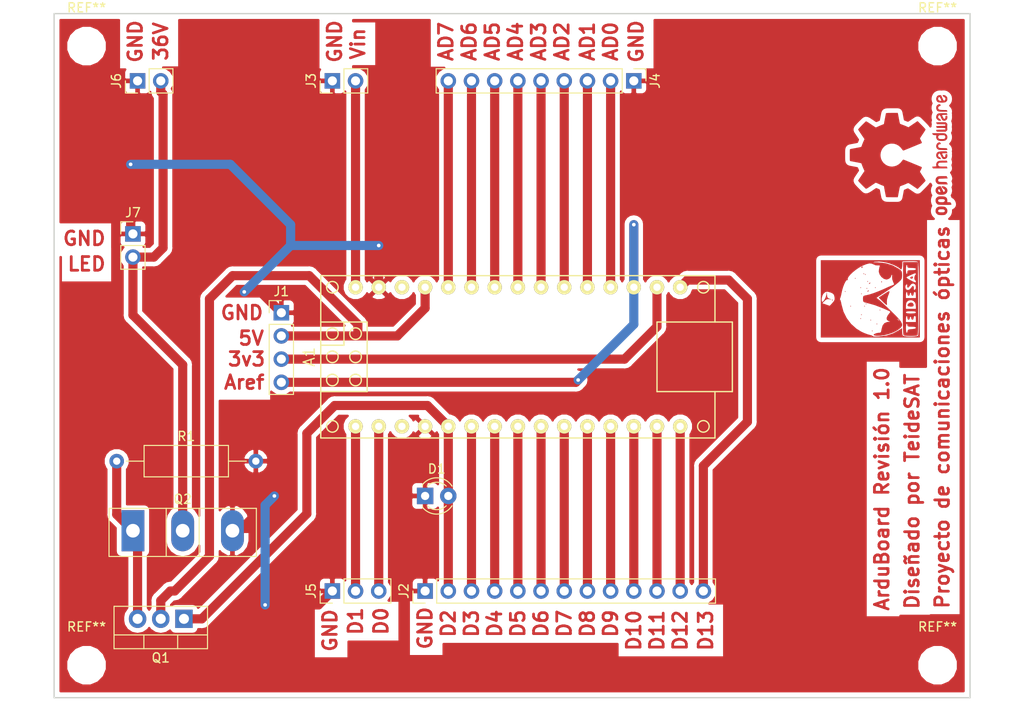
<source format=kicad_pcb>
(kicad_pcb (version 20171130) (host pcbnew 5.0.0-fee4fd1~66~ubuntu18.04.1)

  (general
    (thickness 1.6)
    (drawings 42)
    (tracks 97)
    (zones 0)
    (modules 18)
    (nets 30)
  )

  (page A4)
  (layers
    (0 F.Cu signal)
    (31 B.Cu signal)
    (32 B.Adhes user)
    (33 F.Adhes user)
    (34 B.Paste user)
    (35 F.Paste user)
    (36 B.SilkS user)
    (37 F.SilkS user)
    (38 B.Mask user)
    (39 F.Mask user)
    (40 Dwgs.User user)
    (41 Cmts.User user)
    (42 Eco1.User user)
    (43 Eco2.User user)
    (44 Edge.Cuts user)
    (45 Margin user)
    (46 B.CrtYd user)
    (47 F.CrtYd user)
    (48 B.Fab user)
    (49 F.Fab user)
  )

  (setup
    (last_trace_width 1)
    (user_trace_width 0.5)
    (user_trace_width 0.6)
    (user_trace_width 0.7)
    (user_trace_width 0.8)
    (user_trace_width 0.9)
    (user_trace_width 1)
    (user_trace_width 1.1)
    (user_trace_width 1.3)
    (trace_clearance 0.2)
    (zone_clearance 0.508)
    (zone_45_only no)
    (trace_min 0.2)
    (segment_width 0.2)
    (edge_width 0.15)
    (via_size 0.8)
    (via_drill 0.4)
    (via_min_size 0.4)
    (via_min_drill 0.3)
    (uvia_size 0.3)
    (uvia_drill 0.1)
    (uvias_allowed no)
    (uvia_min_size 0.2)
    (uvia_min_drill 0.1)
    (pcb_text_width 0.3)
    (pcb_text_size 1.5 1.5)
    (mod_edge_width 0.15)
    (mod_text_size 1 1)
    (mod_text_width 0.15)
    (pad_size 1.524 1.524)
    (pad_drill 0.762)
    (pad_to_mask_clearance 0.2)
    (aux_axis_origin 0 0)
    (visible_elements FFFFFF7F)
    (pcbplotparams
      (layerselection 0x010fc_ffffffff)
      (usegerberextensions false)
      (usegerberattributes false)
      (usegerberadvancedattributes false)
      (creategerberjobfile false)
      (excludeedgelayer true)
      (linewidth 0.100000)
      (plotframeref false)
      (viasonmask false)
      (mode 1)
      (useauxorigin false)
      (hpglpennumber 1)
      (hpglpenspeed 20)
      (hpglpendiameter 15.000000)
      (psnegative false)
      (psa4output false)
      (plotreference true)
      (plotvalue true)
      (plotinvisibletext false)
      (padsonsilk false)
      (subtractmaskfromsilk false)
      (outputformat 1)
      (mirror false)
      (drillshape 1)
      (scaleselection 1)
      (outputdirectory ""))
  )

  (net 0 "")
  (net 1 "Net-(A1-Pad17)")
  (net 2 "Net-(A1-Pad18)")
  (net 3 D1)
  (net 4 D0)
  (net 5 GND)
  (net 6 D2)
  (net 7 D3)
  (net 8 D4)
  (net 9 D5)
  (net 10 D6)
  (net 11 D7)
  (net 12 D8)
  (net 13 D9)
  (net 14 D10)
  (net 15 D11)
  (net 16 D12)
  (net 17 D13)
  (net 18 AD0)
  (net 19 AD1)
  (net 20 AD2)
  (net 21 AD3)
  (net 22 AD4)
  (net 23 AD5)
  (net 24 AD6)
  (net 25 AD7)
  (net 26 "Net-(A1-Pad30)")
  (net 27 36V)
  (net 28 5V)
  (net 29 CONTROL)

  (net_class Default "Esta es la clase de red por defecto."
    (clearance 0.2)
    (trace_width 0.25)
    (via_dia 0.8)
    (via_drill 0.4)
    (uvia_dia 0.3)
    (uvia_drill 0.1)
    (add_net 36V)
    (add_net 5V)
    (add_net AD0)
    (add_net AD1)
    (add_net AD2)
    (add_net AD3)
    (add_net AD4)
    (add_net AD5)
    (add_net AD6)
    (add_net AD7)
    (add_net CONTROL)
    (add_net D0)
    (add_net D1)
    (add_net D10)
    (add_net D11)
    (add_net D12)
    (add_net D13)
    (add_net D2)
    (add_net D3)
    (add_net D4)
    (add_net D5)
    (add_net D6)
    (add_net D7)
    (add_net D8)
    (add_net D9)
    (add_net GND)
    (add_net "Net-(A1-Pad17)")
    (add_net "Net-(A1-Pad18)")
    (add_net "Net-(A1-Pad30)")
  )

  (module MountingHole:MountingHole_3.2mm_M3 (layer F.Cu) (tedit 56D1B4CB) (tstamp 5B96F164)
    (at 97.536 128.524)
    (descr "Mounting Hole 3.2mm, no annular, M3")
    (tags "mounting hole 3.2mm no annular m3")
    (attr virtual)
    (fp_text reference REF** (at 0 -4.2) (layer F.SilkS)
      (effects (font (size 1 1) (thickness 0.15)))
    )
    (fp_text value MountingHole_3.2mm_M3 (at 0 4.2) (layer F.Fab)
      (effects (font (size 1 1) (thickness 0.15)))
    )
    (fp_text user %R (at 0.3 0) (layer F.Fab)
      (effects (font (size 1 1) (thickness 0.15)))
    )
    (fp_circle (center 0 0) (end 3.2 0) (layer Cmts.User) (width 0.15))
    (fp_circle (center 0 0) (end 3.45 0) (layer F.CrtYd) (width 0.05))
    (pad 1 np_thru_hole circle (at 0 0) (size 3.2 3.2) (drill 3.2) (layers *.Cu *.Mask))
  )

  (module MountingHole:MountingHole_3.2mm_M3 (layer F.Cu) (tedit 56D1B4CB) (tstamp 5B96F156)
    (at 97.536 60.706)
    (descr "Mounting Hole 3.2mm, no annular, M3")
    (tags "mounting hole 3.2mm no annular m3")
    (attr virtual)
    (fp_text reference REF** (at 0 -4.2) (layer F.SilkS)
      (effects (font (size 1 1) (thickness 0.15)))
    )
    (fp_text value MountingHole_3.2mm_M3 (at 0 4.2) (layer F.Fab)
      (effects (font (size 1 1) (thickness 0.15)))
    )
    (fp_circle (center 0 0) (end 3.45 0) (layer F.CrtYd) (width 0.05))
    (fp_circle (center 0 0) (end 3.2 0) (layer Cmts.User) (width 0.15))
    (fp_text user %R (at 0.3 0) (layer F.Fab)
      (effects (font (size 1 1) (thickness 0.15)))
    )
    (pad 1 np_thru_hole circle (at 0 0) (size 3.2 3.2) (drill 3.2) (layers *.Cu *.Mask))
  )

  (module MountingHole:MountingHole_3.2mm_M3 (layer F.Cu) (tedit 56D1B4CB) (tstamp 5B96F148)
    (at 190.754 60.706)
    (descr "Mounting Hole 3.2mm, no annular, M3")
    (tags "mounting hole 3.2mm no annular m3")
    (attr virtual)
    (fp_text reference REF** (at 0 -4.2) (layer F.SilkS)
      (effects (font (size 1 1) (thickness 0.15)))
    )
    (fp_text value MountingHole_3.2mm_M3 (at 0 4.2) (layer F.Fab)
      (effects (font (size 1 1) (thickness 0.15)))
    )
    (fp_text user %R (at 0.3 0) (layer F.Fab)
      (effects (font (size 1 1) (thickness 0.15)))
    )
    (fp_circle (center 0 0) (end 3.2 0) (layer Cmts.User) (width 0.15))
    (fp_circle (center 0 0) (end 3.45 0) (layer F.CrtYd) (width 0.05))
    (pad 1 np_thru_hole circle (at 0 0) (size 3.2 3.2) (drill 3.2) (layers *.Cu *.Mask))
  )

  (module Librerias:arduino_nano (layer F.Cu) (tedit 5998B34A) (tstamp 5B8B40A8)
    (at 144.78 94.742)
    (path /5B7565C1)
    (fp_text reference A1 (at -22.86 0 90) (layer F.SilkS)
      (effects (font (size 1.2 1.2) (thickness 0.15)))
    )
    (fp_text value Arduino_Nano (at 0 0) (layer F.Fab)
      (effects (font (size 1.2 1.2) (thickness 0.15)))
    )
    (fp_line (start 21.59 3.81) (end 21.59 8.89) (layer F.SilkS) (width 0.15))
    (fp_line (start 21.59 -8.89) (end 21.59 -3.81) (layer F.SilkS) (width 0.15))
    (fp_line (start 23.495 -3.81) (end 23.495 3.81) (layer F.SilkS) (width 0.15))
    (fp_line (start 23.495 3.81) (end 15.24 3.81) (layer F.SilkS) (width 0.15))
    (fp_line (start 15.24 3.81) (end 15.24 -3.81) (layer F.SilkS) (width 0.15))
    (fp_line (start 15.24 -3.81) (end 23.495 -3.81) (layer F.SilkS) (width 0.15))
    (fp_circle (center -20.32 0) (end -19.685 0) (layer F.SilkS) (width 0.15))
    (fp_circle (center -20.32 2.54) (end -19.685 2.54) (layer F.SilkS) (width 0.15))
    (fp_circle (center -17.78 2.54) (end -17.145 2.54) (layer F.SilkS) (width 0.15))
    (fp_circle (center -17.78 0) (end -17.145 0) (layer F.SilkS) (width 0.15))
    (fp_circle (center -17.78 -2.54) (end -17.145 -2.54) (layer F.SilkS) (width 0.15))
    (fp_circle (center -20.32 -2.54) (end -20.32 -1.905) (layer F.SilkS) (width 0.15))
    (fp_circle (center 20.32 7.62) (end 20.955 7.62) (layer F.SilkS) (width 0.15))
    (fp_circle (center 20.32 -7.62) (end 20.955 -7.62) (layer F.SilkS) (width 0.15))
    (fp_circle (center -20.32 7.62) (end -19.685 7.62) (layer F.SilkS) (width 0.15))
    (fp_circle (center -20.32 -7.62) (end -19.685 -7.62) (layer F.SilkS) (width 0.15))
    (fp_line (start -19.05 -3.81) (end -19.05 -1.27) (layer F.SilkS) (width 0.15))
    (fp_line (start -19.05 -1.27) (end -21.59 -1.27) (layer F.SilkS) (width 0.15))
    (fp_line (start -16.51 -3.81) (end -21.59 -3.81) (layer F.SilkS) (width 0.15))
    (fp_line (start -21.59 3.81) (end -16.51 3.81) (layer F.SilkS) (width 0.15))
    (fp_line (start -16.51 3.81) (end -16.51 -3.81) (layer F.SilkS) (width 0.15))
    (fp_line (start -21.59 -8.89) (end -21.59 8.89) (layer F.SilkS) (width 0.15))
    (fp_line (start -21.59 8.89) (end 21.59 8.89) (layer F.SilkS) (width 0.15))
    (fp_line (start 21.59 -8.89) (end -21.59 -8.89) (layer F.SilkS) (width 0.15))
    (pad 30 thru_hole circle (at -17.78 -7.62) (size 1.5748 1.5748) (drill 0.8) (layers *.Cu *.Mask F.SilkS)
      (net 26 "Net-(A1-Pad30)"))
    (pad 1 thru_hole circle (at -17.78 7.62) (size 1.5748 1.5748) (drill 0.8) (layers *.Cu *.Mask F.SilkS)
      (net 3 D1))
    (pad 29 thru_hole circle (at -15.24 -7.62) (size 1.5748 1.5748) (drill 0.8) (layers *.Cu *.Mask F.SilkS)
      (net 5 GND))
    (pad 2 thru_hole circle (at -15.24 7.62) (size 1.5748 1.5748) (drill 0.8) (layers *.Cu *.Mask F.SilkS)
      (net 4 D0))
    (pad 28 thru_hole circle (at -12.7 -7.62) (size 1.5748 1.5748) (drill 0.8) (layers *.Cu *.Mask F.SilkS))
    (pad 3 thru_hole circle (at -12.7 7.62) (size 1.5748 1.5748) (drill 0.8) (layers *.Cu *.Mask F.SilkS))
    (pad 27 thru_hole circle (at -10.16 -7.62) (size 1.5748 1.5748) (drill 0.8) (layers *.Cu *.Mask F.SilkS)
      (net 28 5V))
    (pad 4 thru_hole circle (at -10.16 7.62) (size 1.5748 1.5748) (drill 0.8) (layers *.Cu *.Mask F.SilkS)
      (net 5 GND))
    (pad 26 thru_hole circle (at -7.62 -7.62) (size 1.5748 1.5748) (drill 0.8) (layers *.Cu *.Mask F.SilkS)
      (net 25 AD7))
    (pad 5 thru_hole circle (at -7.62 7.62) (size 1.5748 1.5748) (drill 0.8) (layers *.Cu *.Mask F.SilkS)
      (net 6 D2))
    (pad 25 thru_hole circle (at -5.08 -7.62) (size 1.5748 1.5748) (drill 0.8) (layers *.Cu *.Mask F.SilkS)
      (net 24 AD6))
    (pad 6 thru_hole circle (at -5.08 7.62) (size 1.5748 1.5748) (drill 0.8) (layers *.Cu *.Mask F.SilkS)
      (net 7 D3))
    (pad 24 thru_hole circle (at -2.54 -7.62) (size 1.5748 1.5748) (drill 0.8) (layers *.Cu *.Mask F.SilkS)
      (net 23 AD5))
    (pad 7 thru_hole circle (at -2.54 7.62) (size 1.5748 1.5748) (drill 0.8) (layers *.Cu *.Mask F.SilkS)
      (net 8 D4))
    (pad 23 thru_hole circle (at 0 -7.62) (size 1.5748 1.5748) (drill 0.8) (layers *.Cu *.Mask F.SilkS)
      (net 22 AD4))
    (pad 8 thru_hole circle (at 0 7.62) (size 1.5748 1.5748) (drill 0.8) (layers *.Cu *.Mask F.SilkS)
      (net 9 D5))
    (pad 22 thru_hole circle (at 2.54 -7.62) (size 1.5748 1.5748) (drill 0.8) (layers *.Cu *.Mask F.SilkS)
      (net 21 AD3))
    (pad 9 thru_hole circle (at 2.54 7.62) (size 1.5748 1.5748) (drill 0.8) (layers *.Cu *.Mask F.SilkS)
      (net 10 D6))
    (pad 21 thru_hole circle (at 5.08 -7.62) (size 1.5748 1.5748) (drill 0.8) (layers *.Cu *.Mask F.SilkS)
      (net 20 AD2))
    (pad 10 thru_hole circle (at 5.08 7.62) (size 1.5748 1.5748) (drill 0.8) (layers *.Cu *.Mask F.SilkS)
      (net 11 D7))
    (pad 20 thru_hole circle (at 7.62 -7.62) (size 1.5748 1.5748) (drill 0.8) (layers *.Cu *.Mask F.SilkS)
      (net 19 AD1))
    (pad 11 thru_hole circle (at 7.62 7.62) (size 1.5748 1.5748) (drill 0.8) (layers *.Cu *.Mask F.SilkS)
      (net 12 D8))
    (pad 19 thru_hole circle (at 10.16 -7.62) (size 1.5748 1.5748) (drill 0.8) (layers *.Cu *.Mask F.SilkS)
      (net 18 AD0))
    (pad 12 thru_hole circle (at 10.16 7.62) (size 1.5748 1.5748) (drill 0.8) (layers *.Cu *.Mask F.SilkS)
      (net 13 D9))
    (pad 18 thru_hole circle (at 12.7 -7.62) (size 1.5748 1.5748) (drill 0.8) (layers *.Cu *.Mask F.SilkS)
      (net 2 "Net-(A1-Pad18)"))
    (pad 13 thru_hole circle (at 12.7 7.62) (size 1.5748 1.5748) (drill 0.8) (layers *.Cu *.Mask F.SilkS)
      (net 14 D10))
    (pad 17 thru_hole circle (at 15.24 -7.62) (size 1.5748 1.5748) (drill 0.8) (layers *.Cu *.Mask F.SilkS)
      (net 1 "Net-(A1-Pad17)"))
    (pad 14 thru_hole circle (at 15.24 7.62) (size 1.5748 1.5748) (drill 0.8) (layers *.Cu *.Mask F.SilkS)
      (net 15 D11))
    (pad 16 thru_hole circle (at 17.78 -7.62) (size 1.5748 1.5748) (drill 0.8) (layers *.Cu *.Mask F.SilkS)
      (net 17 D13))
    (pad 15 thru_hole circle (at 17.78 7.62) (size 1.5748 1.5748) (drill 0.8) (layers *.Cu *.Mask F.SilkS)
      (net 16 D12))
    (model "${KIPRJMOD}/3D/NanoV3 v4.step"
      (offset (xyz -21.95 -9 4.5))
      (scale (xyz 1 1 1))
      (rotate (xyz 90 0 0))
    )
  )

  (module LED_THT:LED_D3.0mm (layer F.Cu) (tedit 587A3A7B) (tstamp 5B8B40BB)
    (at 134.62 109.982)
    (descr "LED, diameter 3.0mm, 2 pins")
    (tags "LED diameter 3.0mm 2 pins")
    (path /5B7F2BF5)
    (fp_text reference D1 (at 1.27 -2.96) (layer F.SilkS)
      (effects (font (size 1 1) (thickness 0.15)))
    )
    (fp_text value LED (at 1.27 2.96) (layer F.Fab)
      (effects (font (size 1 1) (thickness 0.15)))
    )
    (fp_arc (start 1.27 0) (end -0.23 -1.16619) (angle 284.3) (layer F.Fab) (width 0.1))
    (fp_arc (start 1.27 0) (end -0.29 -1.235516) (angle 108.8) (layer F.SilkS) (width 0.12))
    (fp_arc (start 1.27 0) (end -0.29 1.235516) (angle -108.8) (layer F.SilkS) (width 0.12))
    (fp_arc (start 1.27 0) (end 0.229039 -1.08) (angle 87.9) (layer F.SilkS) (width 0.12))
    (fp_arc (start 1.27 0) (end 0.229039 1.08) (angle -87.9) (layer F.SilkS) (width 0.12))
    (fp_circle (center 1.27 0) (end 2.77 0) (layer F.Fab) (width 0.1))
    (fp_line (start -0.23 -1.16619) (end -0.23 1.16619) (layer F.Fab) (width 0.1))
    (fp_line (start -0.29 -1.236) (end -0.29 -1.08) (layer F.SilkS) (width 0.12))
    (fp_line (start -0.29 1.08) (end -0.29 1.236) (layer F.SilkS) (width 0.12))
    (fp_line (start -1.15 -2.25) (end -1.15 2.25) (layer F.CrtYd) (width 0.05))
    (fp_line (start -1.15 2.25) (end 3.7 2.25) (layer F.CrtYd) (width 0.05))
    (fp_line (start 3.7 2.25) (end 3.7 -2.25) (layer F.CrtYd) (width 0.05))
    (fp_line (start 3.7 -2.25) (end -1.15 -2.25) (layer F.CrtYd) (width 0.05))
    (pad 1 thru_hole rect (at 0 0) (size 1.8 1.8) (drill 0.9) (layers *.Cu *.Mask)
      (net 5 GND))
    (pad 2 thru_hole circle (at 2.54 0) (size 1.8 1.8) (drill 0.9) (layers *.Cu *.Mask)
      (net 6 D2))
    (model ${KISYS3DMOD}/LED_THT.3dshapes/LED_D3.0mm.wrl
      (at (xyz 0 0 0))
      (scale (xyz 1 1 1))
      (rotate (xyz 0 0 0))
    )
  )

  (module Connector_PinHeader_2.54mm:PinHeader_1x02_P2.54mm_Vertical (layer F.Cu) (tedit 59FED5CC) (tstamp 5B8B4108)
    (at 124.46 64.516 90)
    (descr "Through hole straight pin header, 1x02, 2.54mm pitch, single row")
    (tags "Through hole pin header THT 1x02 2.54mm single row")
    (path /5B759CDB)
    (fp_text reference J3 (at 0 -2.33 90) (layer F.SilkS)
      (effects (font (size 1 1) (thickness 0.15)))
    )
    (fp_text value Conn_01x02_Male (at 0 4.87 90) (layer F.Fab)
      (effects (font (size 1 1) (thickness 0.15)))
    )
    (fp_line (start -0.635 -1.27) (end 1.27 -1.27) (layer F.Fab) (width 0.1))
    (fp_line (start 1.27 -1.27) (end 1.27 3.81) (layer F.Fab) (width 0.1))
    (fp_line (start 1.27 3.81) (end -1.27 3.81) (layer F.Fab) (width 0.1))
    (fp_line (start -1.27 3.81) (end -1.27 -0.635) (layer F.Fab) (width 0.1))
    (fp_line (start -1.27 -0.635) (end -0.635 -1.27) (layer F.Fab) (width 0.1))
    (fp_line (start -1.33 3.87) (end 1.33 3.87) (layer F.SilkS) (width 0.12))
    (fp_line (start -1.33 1.27) (end -1.33 3.87) (layer F.SilkS) (width 0.12))
    (fp_line (start 1.33 1.27) (end 1.33 3.87) (layer F.SilkS) (width 0.12))
    (fp_line (start -1.33 1.27) (end 1.33 1.27) (layer F.SilkS) (width 0.12))
    (fp_line (start -1.33 0) (end -1.33 -1.33) (layer F.SilkS) (width 0.12))
    (fp_line (start -1.33 -1.33) (end 0 -1.33) (layer F.SilkS) (width 0.12))
    (fp_line (start -1.8 -1.8) (end -1.8 4.35) (layer F.CrtYd) (width 0.05))
    (fp_line (start -1.8 4.35) (end 1.8 4.35) (layer F.CrtYd) (width 0.05))
    (fp_line (start 1.8 4.35) (end 1.8 -1.8) (layer F.CrtYd) (width 0.05))
    (fp_line (start 1.8 -1.8) (end -1.8 -1.8) (layer F.CrtYd) (width 0.05))
    (fp_text user %R (at 0 -2.286 270) (layer F.Fab)
      (effects (font (size 1 1) (thickness 0.15)))
    )
    (pad 1 thru_hole rect (at 0 0 90) (size 1.7 1.7) (drill 1) (layers *.Cu *.Mask)
      (net 5 GND))
    (pad 2 thru_hole oval (at 0 2.54 90) (size 1.7 1.7) (drill 1) (layers *.Cu *.Mask)
      (net 26 "Net-(A1-Pad30)"))
    (model ${KISYS3DMOD}/Connector_PinHeader_2.54mm.3dshapes/PinHeader_1x02_P2.54mm_Vertical.wrl
      (at (xyz 0 0 0))
      (scale (xyz 1 1 1))
      (rotate (xyz 0 0 0))
    )
  )

  (module Connector_PinHeader_2.54mm:PinHeader_1x02_P2.54mm_Vertical (layer F.Cu) (tedit 59FED5CC) (tstamp 5B8B4150)
    (at 103.124 64.516 90)
    (descr "Through hole straight pin header, 1x02, 2.54mm pitch, single row")
    (tags "Through hole pin header THT 1x02 2.54mm single row")
    (path /5B76B4D0)
    (fp_text reference J6 (at 0 -2.33 90) (layer F.SilkS)
      (effects (font (size 1 1) (thickness 0.15)))
    )
    (fp_text value Conn_01x02_Male (at 0 4.87 90) (layer F.Fab)
      (effects (font (size 1 1) (thickness 0.15)))
    )
    (fp_line (start -0.635 -1.27) (end 1.27 -1.27) (layer F.Fab) (width 0.1))
    (fp_line (start 1.27 -1.27) (end 1.27 3.81) (layer F.Fab) (width 0.1))
    (fp_line (start 1.27 3.81) (end -1.27 3.81) (layer F.Fab) (width 0.1))
    (fp_line (start -1.27 3.81) (end -1.27 -0.635) (layer F.Fab) (width 0.1))
    (fp_line (start -1.27 -0.635) (end -0.635 -1.27) (layer F.Fab) (width 0.1))
    (fp_line (start -1.33 3.87) (end 1.33 3.87) (layer F.SilkS) (width 0.12))
    (fp_line (start -1.33 1.27) (end -1.33 3.87) (layer F.SilkS) (width 0.12))
    (fp_line (start 1.33 1.27) (end 1.33 3.87) (layer F.SilkS) (width 0.12))
    (fp_line (start -1.33 1.27) (end 1.33 1.27) (layer F.SilkS) (width 0.12))
    (fp_line (start -1.33 0) (end -1.33 -1.33) (layer F.SilkS) (width 0.12))
    (fp_line (start -1.33 -1.33) (end 0 -1.33) (layer F.SilkS) (width 0.12))
    (fp_line (start -1.8 -1.8) (end -1.8 4.35) (layer F.CrtYd) (width 0.05))
    (fp_line (start -1.8 4.35) (end 1.8 4.35) (layer F.CrtYd) (width 0.05))
    (fp_line (start 1.8 4.35) (end 1.8 -1.8) (layer F.CrtYd) (width 0.05))
    (fp_line (start 1.8 -1.8) (end -1.8 -1.8) (layer F.CrtYd) (width 0.05))
    (fp_text user %R (at 0 1.27 -180) (layer F.Fab)
      (effects (font (size 1 1) (thickness 0.15)))
    )
    (pad 1 thru_hole rect (at 0 0 90) (size 1.7 1.7) (drill 1) (layers *.Cu *.Mask)
      (net 5 GND))
    (pad 2 thru_hole oval (at 0 2.54 90) (size 1.7 1.7) (drill 1) (layers *.Cu *.Mask)
      (net 27 36V))
    (model ${KISYS3DMOD}/Connector_PinHeader_2.54mm.3dshapes/PinHeader_1x02_P2.54mm_Vertical.wrl
      (at (xyz 0 0 0))
      (scale (xyz 1 1 1))
      (rotate (xyz 0 0 0))
    )
  )

  (module Connector_PinHeader_2.54mm:PinHeader_1x02_P2.54mm_Vertical (layer F.Cu) (tedit 59FED5CC) (tstamp 5B8B4166)
    (at 102.616 81.28)
    (descr "Through hole straight pin header, 1x02, 2.54mm pitch, single row")
    (tags "Through hole pin header THT 1x02 2.54mm single row")
    (path /5B76B56B)
    (fp_text reference J7 (at 0 -2.33) (layer F.SilkS)
      (effects (font (size 1 1) (thickness 0.15)))
    )
    (fp_text value Conn_01x02_Male (at 0 4.87) (layer F.Fab)
      (effects (font (size 1 1) (thickness 0.15)))
    )
    (fp_text user %R (at 0 1.27 90) (layer F.Fab)
      (effects (font (size 1 1) (thickness 0.15)))
    )
    (fp_line (start 1.8 -1.8) (end -1.8 -1.8) (layer F.CrtYd) (width 0.05))
    (fp_line (start 1.8 4.35) (end 1.8 -1.8) (layer F.CrtYd) (width 0.05))
    (fp_line (start -1.8 4.35) (end 1.8 4.35) (layer F.CrtYd) (width 0.05))
    (fp_line (start -1.8 -1.8) (end -1.8 4.35) (layer F.CrtYd) (width 0.05))
    (fp_line (start -1.33 -1.33) (end 0 -1.33) (layer F.SilkS) (width 0.12))
    (fp_line (start -1.33 0) (end -1.33 -1.33) (layer F.SilkS) (width 0.12))
    (fp_line (start -1.33 1.27) (end 1.33 1.27) (layer F.SilkS) (width 0.12))
    (fp_line (start 1.33 1.27) (end 1.33 3.87) (layer F.SilkS) (width 0.12))
    (fp_line (start -1.33 1.27) (end -1.33 3.87) (layer F.SilkS) (width 0.12))
    (fp_line (start -1.33 3.87) (end 1.33 3.87) (layer F.SilkS) (width 0.12))
    (fp_line (start -1.27 -0.635) (end -0.635 -1.27) (layer F.Fab) (width 0.1))
    (fp_line (start -1.27 3.81) (end -1.27 -0.635) (layer F.Fab) (width 0.1))
    (fp_line (start 1.27 3.81) (end -1.27 3.81) (layer F.Fab) (width 0.1))
    (fp_line (start 1.27 -1.27) (end 1.27 3.81) (layer F.Fab) (width 0.1))
    (fp_line (start -0.635 -1.27) (end 1.27 -1.27) (layer F.Fab) (width 0.1))
    (pad 2 thru_hole oval (at 0 2.54) (size 1.7 1.7) (drill 1) (layers *.Cu *.Mask)
      (net 27 36V))
    (pad 1 thru_hole rect (at 0 0) (size 1.7 1.7) (drill 1) (layers *.Cu *.Mask)
      (net 5 GND))
    (model ${KISYS3DMOD}/Connector_PinHeader_2.54mm.3dshapes/PinHeader_1x02_P2.54mm_Vertical.wrl
      (at (xyz 0 0 0))
      (scale (xyz 1 1 1))
      (rotate (xyz 0 0 0))
    )
  )

  (module Package_TO_SOT_THT:TO-220-3_Vertical (layer F.Cu) (tedit 5AC8BA0D) (tstamp 5B8B4180)
    (at 108.204 123.444 180)
    (descr "TO-220-3, Vertical, RM 2.54mm, see https://www.vishay.com/docs/66542/to-220-1.pdf")
    (tags "TO-220-3 Vertical RM 2.54mm")
    (path /5B7F2AB0)
    (fp_text reference Q1 (at 2.54 -4.27 180) (layer F.SilkS)
      (effects (font (size 1 1) (thickness 0.15)))
    )
    (fp_text value Q_NMOS_GDS (at 2.54 2.5 180) (layer F.Fab)
      (effects (font (size 1 1) (thickness 0.15)))
    )
    (fp_line (start -2.46 -3.15) (end -2.46 1.25) (layer F.Fab) (width 0.1))
    (fp_line (start -2.46 1.25) (end 7.54 1.25) (layer F.Fab) (width 0.1))
    (fp_line (start 7.54 1.25) (end 7.54 -3.15) (layer F.Fab) (width 0.1))
    (fp_line (start 7.54 -3.15) (end -2.46 -3.15) (layer F.Fab) (width 0.1))
    (fp_line (start -2.46 -1.88) (end 7.54 -1.88) (layer F.Fab) (width 0.1))
    (fp_line (start 0.69 -3.15) (end 0.69 -1.88) (layer F.Fab) (width 0.1))
    (fp_line (start 4.39 -3.15) (end 4.39 -1.88) (layer F.Fab) (width 0.1))
    (fp_line (start -2.58 -3.27) (end 7.66 -3.27) (layer F.SilkS) (width 0.12))
    (fp_line (start -2.58 1.371) (end 7.66 1.371) (layer F.SilkS) (width 0.12))
    (fp_line (start -2.58 -3.27) (end -2.58 1.371) (layer F.SilkS) (width 0.12))
    (fp_line (start 7.66 -3.27) (end 7.66 1.371) (layer F.SilkS) (width 0.12))
    (fp_line (start -2.58 -1.76) (end 7.66 -1.76) (layer F.SilkS) (width 0.12))
    (fp_line (start 0.69 -3.27) (end 0.69 -1.76) (layer F.SilkS) (width 0.12))
    (fp_line (start 4.391 -3.27) (end 4.391 -1.76) (layer F.SilkS) (width 0.12))
    (fp_line (start -2.71 -3.4) (end -2.71 1.51) (layer F.CrtYd) (width 0.05))
    (fp_line (start -2.71 1.51) (end 7.79 1.51) (layer F.CrtYd) (width 0.05))
    (fp_line (start 7.79 1.51) (end 7.79 -3.4) (layer F.CrtYd) (width 0.05))
    (fp_line (start 7.79 -3.4) (end -2.71 -3.4) (layer F.CrtYd) (width 0.05))
    (fp_text user %R (at 2.54 -4.27 180) (layer F.Fab)
      (effects (font (size 1 1) (thickness 0.15)))
    )
    (pad 1 thru_hole rect (at 0 0 180) (size 1.905 2) (drill 1.1) (layers *.Cu *.Mask)
      (net 6 D2))
    (pad 2 thru_hole oval (at 2.54 0 180) (size 1.905 2) (drill 1.1) (layers *.Cu *.Mask)
      (net 28 5V))
    (pad 3 thru_hole oval (at 5.08 0 180) (size 1.905 2) (drill 1.1) (layers *.Cu *.Mask)
      (net 29 CONTROL))
    (model ${KISYS3DMOD}/Package_TO_SOT_THT.3dshapes/TO-220-3_Vertical.wrl
      (at (xyz 0 0 0))
      (scale (xyz 1 1 1))
      (rotate (xyz 0 0 0))
    )
  )

  (module Package_TO_SOT_THT:TO-247-3_Vertical (layer F.Cu) (tedit 5AC86DC3) (tstamp 5B8B4198)
    (at 102.616 113.792)
    (descr "TO-247-3, Vertical, RM 5.45mm, see https://toshiba.semicon-storage.com/us/product/mosfet/to-247-4l.html")
    (tags "TO-247-3 Vertical RM 5.45mm")
    (path /5B7F07C7)
    (fp_text reference Q2 (at 5.45 -3.45) (layer F.SilkS)
      (effects (font (size 1 1) (thickness 0.15)))
    )
    (fp_text value Q_NIGBT_GCE (at 5.45 3.95) (layer F.Fab)
      (effects (font (size 1 1) (thickness 0.15)))
    )
    (fp_line (start -2.5 -2.33) (end -2.5 2.7) (layer F.Fab) (width 0.1))
    (fp_line (start -2.5 2.7) (end 13.4 2.7) (layer F.Fab) (width 0.1))
    (fp_line (start 13.4 2.7) (end 13.4 -2.33) (layer F.Fab) (width 0.1))
    (fp_line (start 13.4 -2.33) (end -2.5 -2.33) (layer F.Fab) (width 0.1))
    (fp_line (start 3.645 -2.33) (end 3.645 2.7) (layer F.Fab) (width 0.1))
    (fp_line (start 7.255 -2.33) (end 7.255 2.7) (layer F.Fab) (width 0.1))
    (fp_line (start -2.62 -2.451) (end 13.52 -2.451) (layer F.SilkS) (width 0.12))
    (fp_line (start -2.62 2.82) (end 13.52 2.82) (layer F.SilkS) (width 0.12))
    (fp_line (start -2.62 -2.451) (end -2.62 2.82) (layer F.SilkS) (width 0.12))
    (fp_line (start 13.52 -2.451) (end 13.52 2.82) (layer F.SilkS) (width 0.12))
    (fp_line (start 3.646 -2.451) (end 3.646 2.82) (layer F.SilkS) (width 0.12))
    (fp_line (start 7.255 -2.451) (end 7.255 2.82) (layer F.SilkS) (width 0.12))
    (fp_line (start -2.75 -2.59) (end -2.75 2.95) (layer F.CrtYd) (width 0.05))
    (fp_line (start -2.75 2.95) (end 13.65 2.95) (layer F.CrtYd) (width 0.05))
    (fp_line (start 13.65 2.95) (end 13.65 -2.59) (layer F.CrtYd) (width 0.05))
    (fp_line (start 13.65 -2.59) (end -2.75 -2.59) (layer F.CrtYd) (width 0.05))
    (fp_text user %R (at 5.45 -3.45) (layer F.Fab)
      (effects (font (size 1 1) (thickness 0.15)))
    )
    (pad 1 thru_hole rect (at 0 0) (size 2.5 4.5) (drill 1.5) (layers *.Cu *.Mask)
      (net 29 CONTROL))
    (pad 2 thru_hole oval (at 5.45 0) (size 2.5 4.5) (drill 1.5) (layers *.Cu *.Mask)
      (net 27 36V))
    (pad 3 thru_hole oval (at 10.9 0) (size 2.5 4.5) (drill 1.5) (layers *.Cu *.Mask)
      (net 5 GND))
    (model ${KISYS3DMOD}/Package_TO_SOT_THT.3dshapes/TO-247-3_Vertical.wrl
      (at (xyz 0 0 0))
      (scale (xyz 1 1 1))
      (rotate (xyz 0 0 0))
    )
  )

  (module Resistor_THT:R_Axial_DIN0309_L9.0mm_D3.2mm_P15.24mm_Horizontal (layer F.Cu) (tedit 5AE5139B) (tstamp 5B8B41AF)
    (at 100.838 106.172)
    (descr "Resistor, Axial_DIN0309 series, Axial, Horizontal, pin pitch=15.24mm, 0.5W = 1/2W, length*diameter=9*3.2mm^2, http://cdn-reichelt.de/documents/datenblatt/B400/1_4W%23YAG.pdf")
    (tags "Resistor Axial_DIN0309 series Axial Horizontal pin pitch 15.24mm 0.5W = 1/2W length 9mm diameter 3.2mm")
    (path /5B7F6974)
    (fp_text reference R1 (at 7.62 -2.72) (layer F.SilkS)
      (effects (font (size 1 1) (thickness 0.15)))
    )
    (fp_text value 500k (at 7.62 2.72) (layer F.Fab)
      (effects (font (size 1 1) (thickness 0.15)))
    )
    (fp_line (start 3.12 -1.6) (end 3.12 1.6) (layer F.Fab) (width 0.1))
    (fp_line (start 3.12 1.6) (end 12.12 1.6) (layer F.Fab) (width 0.1))
    (fp_line (start 12.12 1.6) (end 12.12 -1.6) (layer F.Fab) (width 0.1))
    (fp_line (start 12.12 -1.6) (end 3.12 -1.6) (layer F.Fab) (width 0.1))
    (fp_line (start 0 0) (end 3.12 0) (layer F.Fab) (width 0.1))
    (fp_line (start 15.24 0) (end 12.12 0) (layer F.Fab) (width 0.1))
    (fp_line (start 3 -1.72) (end 3 1.72) (layer F.SilkS) (width 0.12))
    (fp_line (start 3 1.72) (end 12.24 1.72) (layer F.SilkS) (width 0.12))
    (fp_line (start 12.24 1.72) (end 12.24 -1.72) (layer F.SilkS) (width 0.12))
    (fp_line (start 12.24 -1.72) (end 3 -1.72) (layer F.SilkS) (width 0.12))
    (fp_line (start 1.04 0) (end 3 0) (layer F.SilkS) (width 0.12))
    (fp_line (start 14.2 0) (end 12.24 0) (layer F.SilkS) (width 0.12))
    (fp_line (start -1.05 -1.85) (end -1.05 1.85) (layer F.CrtYd) (width 0.05))
    (fp_line (start -1.05 1.85) (end 16.29 1.85) (layer F.CrtYd) (width 0.05))
    (fp_line (start 16.29 1.85) (end 16.29 -1.85) (layer F.CrtYd) (width 0.05))
    (fp_line (start 16.29 -1.85) (end -1.05 -1.85) (layer F.CrtYd) (width 0.05))
    (fp_text user %R (at 7.62 0) (layer F.Fab)
      (effects (font (size 1 1) (thickness 0.15)))
    )
    (pad 1 thru_hole circle (at 0 0) (size 1.6 1.6) (drill 0.8) (layers *.Cu *.Mask)
      (net 29 CONTROL))
    (pad 2 thru_hole oval (at 15.24 0) (size 1.6 1.6) (drill 0.8) (layers *.Cu *.Mask)
      (net 5 GND))
    (model ${KISYS3DMOD}/Resistor_THT.3dshapes/R_Axial_DIN0309_L9.0mm_D3.2mm_P15.24mm_Horizontal.wrl
      (at (xyz 0 0 0))
      (scale (xyz 1 1 1))
      (rotate (xyz 0 0 0))
    )
  )

  (module Connector_PinHeader_2.54mm:PinHeader_1x04_P2.54mm_Vertical (layer F.Cu) (tedit 59FED5CC) (tstamp 5B8B5615)
    (at 118.872 89.916)
    (descr "Through hole straight pin header, 1x04, 2.54mm pitch, single row")
    (tags "Through hole pin header THT 1x04 2.54mm single row")
    (path /5B7FCB21)
    (fp_text reference J1 (at 0 -2.33) (layer F.SilkS)
      (effects (font (size 1 1) (thickness 0.15)))
    )
    (fp_text value Conn_01x04_Male (at 0 9.95) (layer F.Fab)
      (effects (font (size 1 1) (thickness 0.15)))
    )
    (fp_line (start -0.635 -1.27) (end 1.27 -1.27) (layer F.Fab) (width 0.1))
    (fp_line (start 1.27 -1.27) (end 1.27 8.89) (layer F.Fab) (width 0.1))
    (fp_line (start 1.27 8.89) (end -1.27 8.89) (layer F.Fab) (width 0.1))
    (fp_line (start -1.27 8.89) (end -1.27 -0.635) (layer F.Fab) (width 0.1))
    (fp_line (start -1.27 -0.635) (end -0.635 -1.27) (layer F.Fab) (width 0.1))
    (fp_line (start -1.33 8.95) (end 1.33 8.95) (layer F.SilkS) (width 0.12))
    (fp_line (start -1.33 1.27) (end -1.33 8.95) (layer F.SilkS) (width 0.12))
    (fp_line (start 1.33 1.27) (end 1.33 8.95) (layer F.SilkS) (width 0.12))
    (fp_line (start -1.33 1.27) (end 1.33 1.27) (layer F.SilkS) (width 0.12))
    (fp_line (start -1.33 0) (end -1.33 -1.33) (layer F.SilkS) (width 0.12))
    (fp_line (start -1.33 -1.33) (end 0 -1.33) (layer F.SilkS) (width 0.12))
    (fp_line (start -1.8 -1.8) (end -1.8 9.4) (layer F.CrtYd) (width 0.05))
    (fp_line (start -1.8 9.4) (end 1.8 9.4) (layer F.CrtYd) (width 0.05))
    (fp_line (start 1.8 9.4) (end 1.8 -1.8) (layer F.CrtYd) (width 0.05))
    (fp_line (start 1.8 -1.8) (end -1.8 -1.8) (layer F.CrtYd) (width 0.05))
    (fp_text user %R (at 0 3.81 90) (layer F.Fab)
      (effects (font (size 1 1) (thickness 0.15)))
    )
    (pad 1 thru_hole rect (at 0 0) (size 1.7 1.7) (drill 1) (layers *.Cu *.Mask)
      (net 5 GND))
    (pad 2 thru_hole oval (at 0 2.54) (size 1.7 1.7) (drill 1) (layers *.Cu *.Mask)
      (net 28 5V))
    (pad 3 thru_hole oval (at 0 5.08) (size 1.7 1.7) (drill 1) (layers *.Cu *.Mask)
      (net 1 "Net-(A1-Pad17)"))
    (pad 4 thru_hole oval (at 0 7.62) (size 1.7 1.7) (drill 1) (layers *.Cu *.Mask)
      (net 2 "Net-(A1-Pad18)"))
    (model ${KISYS3DMOD}/Connector_PinHeader_2.54mm.3dshapes/PinHeader_1x04_P2.54mm_Vertical.wrl
      (at (xyz 0 0 0))
      (scale (xyz 1 1 1))
      (rotate (xyz 0 0 0))
    )
  )

  (module Connector_PinHeader_2.54mm:PinHeader_1x13_P2.54mm_Vertical (layer F.Cu) (tedit 59FED5CC) (tstamp 5B8B5636)
    (at 134.62 120.396 90)
    (descr "Through hole straight pin header, 1x13, 2.54mm pitch, single row")
    (tags "Through hole pin header THT 1x13 2.54mm single row")
    (path /5B7FD576)
    (fp_text reference J2 (at 0 -2.33 90) (layer F.SilkS)
      (effects (font (size 1 1) (thickness 0.15)))
    )
    (fp_text value Conn_01x13_Male (at 0 32.81 90) (layer F.Fab)
      (effects (font (size 1 1) (thickness 0.15)))
    )
    (fp_line (start -0.635 -1.27) (end 1.27 -1.27) (layer F.Fab) (width 0.1))
    (fp_line (start 1.27 -1.27) (end 1.27 31.75) (layer F.Fab) (width 0.1))
    (fp_line (start 1.27 31.75) (end -1.27 31.75) (layer F.Fab) (width 0.1))
    (fp_line (start -1.27 31.75) (end -1.27 -0.635) (layer F.Fab) (width 0.1))
    (fp_line (start -1.27 -0.635) (end -0.635 -1.27) (layer F.Fab) (width 0.1))
    (fp_line (start -1.33 31.81) (end 1.33 31.81) (layer F.SilkS) (width 0.12))
    (fp_line (start -1.33 1.27) (end -1.33 31.81) (layer F.SilkS) (width 0.12))
    (fp_line (start 1.33 1.27) (end 1.33 31.81) (layer F.SilkS) (width 0.12))
    (fp_line (start -1.33 1.27) (end 1.33 1.27) (layer F.SilkS) (width 0.12))
    (fp_line (start -1.33 0) (end -1.33 -1.33) (layer F.SilkS) (width 0.12))
    (fp_line (start -1.33 -1.33) (end 0 -1.33) (layer F.SilkS) (width 0.12))
    (fp_line (start -1.8 -1.8) (end -1.8 32.25) (layer F.CrtYd) (width 0.05))
    (fp_line (start -1.8 32.25) (end 1.8 32.25) (layer F.CrtYd) (width 0.05))
    (fp_line (start 1.8 32.25) (end 1.8 -1.8) (layer F.CrtYd) (width 0.05))
    (fp_line (start 1.8 -1.8) (end -1.8 -1.8) (layer F.CrtYd) (width 0.05))
    (fp_text user %R (at 0 15.24 180) (layer F.Fab)
      (effects (font (size 1 1) (thickness 0.15)))
    )
    (pad 1 thru_hole rect (at 0 0 90) (size 1.7 1.7) (drill 1) (layers *.Cu *.Mask)
      (net 5 GND))
    (pad 2 thru_hole oval (at 0 2.54 90) (size 1.7 1.7) (drill 1) (layers *.Cu *.Mask)
      (net 6 D2))
    (pad 3 thru_hole oval (at 0 5.08 90) (size 1.7 1.7) (drill 1) (layers *.Cu *.Mask)
      (net 7 D3))
    (pad 4 thru_hole oval (at 0 7.62 90) (size 1.7 1.7) (drill 1) (layers *.Cu *.Mask)
      (net 8 D4))
    (pad 5 thru_hole oval (at 0 10.16 90) (size 1.7 1.7) (drill 1) (layers *.Cu *.Mask)
      (net 9 D5))
    (pad 6 thru_hole oval (at 0 12.7 90) (size 1.7 1.7) (drill 1) (layers *.Cu *.Mask)
      (net 10 D6))
    (pad 7 thru_hole oval (at 0 15.24 90) (size 1.7 1.7) (drill 1) (layers *.Cu *.Mask)
      (net 11 D7))
    (pad 8 thru_hole oval (at 0 17.78 90) (size 1.7 1.7) (drill 1) (layers *.Cu *.Mask)
      (net 12 D8))
    (pad 9 thru_hole oval (at 0 20.32 90) (size 1.7 1.7) (drill 1) (layers *.Cu *.Mask)
      (net 13 D9))
    (pad 10 thru_hole oval (at 0 22.86 90) (size 1.7 1.7) (drill 1) (layers *.Cu *.Mask)
      (net 14 D10))
    (pad 11 thru_hole oval (at 0 25.4 90) (size 1.7 1.7) (drill 1) (layers *.Cu *.Mask)
      (net 15 D11))
    (pad 12 thru_hole oval (at 0 27.94 90) (size 1.7 1.7) (drill 1) (layers *.Cu *.Mask)
      (net 16 D12))
    (pad 13 thru_hole oval (at 0 30.48 90) (size 1.7 1.7) (drill 1) (layers *.Cu *.Mask)
      (net 17 D13))
    (model ${KISYS3DMOD}/Connector_PinHeader_2.54mm.3dshapes/PinHeader_1x13_P2.54mm_Vertical.wrl
      (at (xyz 0 0 0))
      (scale (xyz 1 1 1))
      (rotate (xyz 0 0 0))
    )
  )

  (module Connector_PinHeader_2.54mm:PinHeader_1x09_P2.54mm_Vertical (layer F.Cu) (tedit 59FED5CC) (tstamp 5B8B5653)
    (at 157.48 64.516 270)
    (descr "Through hole straight pin header, 1x09, 2.54mm pitch, single row")
    (tags "Through hole pin header THT 1x09 2.54mm single row")
    (path /5B7FDD18)
    (fp_text reference J4 (at 0 -2.33 270) (layer F.SilkS)
      (effects (font (size 1 1) (thickness 0.15)))
    )
    (fp_text value Conn_01x09_Male (at 0 22.65 270) (layer F.Fab)
      (effects (font (size 1 1) (thickness 0.15)))
    )
    (fp_line (start -0.635 -1.27) (end 1.27 -1.27) (layer F.Fab) (width 0.1))
    (fp_line (start 1.27 -1.27) (end 1.27 21.59) (layer F.Fab) (width 0.1))
    (fp_line (start 1.27 21.59) (end -1.27 21.59) (layer F.Fab) (width 0.1))
    (fp_line (start -1.27 21.59) (end -1.27 -0.635) (layer F.Fab) (width 0.1))
    (fp_line (start -1.27 -0.635) (end -0.635 -1.27) (layer F.Fab) (width 0.1))
    (fp_line (start -1.33 21.65) (end 1.33 21.65) (layer F.SilkS) (width 0.12))
    (fp_line (start -1.33 1.27) (end -1.33 21.65) (layer F.SilkS) (width 0.12))
    (fp_line (start 1.33 1.27) (end 1.33 21.65) (layer F.SilkS) (width 0.12))
    (fp_line (start -1.33 1.27) (end 1.33 1.27) (layer F.SilkS) (width 0.12))
    (fp_line (start -1.33 0) (end -1.33 -1.33) (layer F.SilkS) (width 0.12))
    (fp_line (start -1.33 -1.33) (end 0 -1.33) (layer F.SilkS) (width 0.12))
    (fp_line (start -1.8 -1.8) (end -1.8 22.1) (layer F.CrtYd) (width 0.05))
    (fp_line (start -1.8 22.1) (end 1.8 22.1) (layer F.CrtYd) (width 0.05))
    (fp_line (start 1.8 22.1) (end 1.8 -1.8) (layer F.CrtYd) (width 0.05))
    (fp_line (start 1.8 -1.8) (end -1.8 -1.8) (layer F.CrtYd) (width 0.05))
    (fp_text user %R (at 0 10.16) (layer F.Fab)
      (effects (font (size 1 1) (thickness 0.15)))
    )
    (pad 1 thru_hole rect (at 0 0 270) (size 1.7 1.7) (drill 1) (layers *.Cu *.Mask)
      (net 5 GND))
    (pad 2 thru_hole oval (at 0 2.54 270) (size 1.7 1.7) (drill 1) (layers *.Cu *.Mask)
      (net 18 AD0))
    (pad 3 thru_hole oval (at 0 5.08 270) (size 1.7 1.7) (drill 1) (layers *.Cu *.Mask)
      (net 19 AD1))
    (pad 4 thru_hole oval (at 0 7.62 270) (size 1.7 1.7) (drill 1) (layers *.Cu *.Mask)
      (net 20 AD2))
    (pad 5 thru_hole oval (at 0 10.16 270) (size 1.7 1.7) (drill 1) (layers *.Cu *.Mask)
      (net 21 AD3))
    (pad 6 thru_hole oval (at 0 12.7 270) (size 1.7 1.7) (drill 1) (layers *.Cu *.Mask)
      (net 22 AD4))
    (pad 7 thru_hole oval (at 0 15.24 270) (size 1.7 1.7) (drill 1) (layers *.Cu *.Mask)
      (net 23 AD5))
    (pad 8 thru_hole oval (at 0 17.78 270) (size 1.7 1.7) (drill 1) (layers *.Cu *.Mask)
      (net 24 AD6))
    (pad 9 thru_hole oval (at 0 20.32 270) (size 1.7 1.7) (drill 1) (layers *.Cu *.Mask)
      (net 25 AD7))
    (model ${KISYS3DMOD}/Connector_PinHeader_2.54mm.3dshapes/PinHeader_1x09_P2.54mm_Vertical.wrl
      (at (xyz 0 0 0))
      (scale (xyz 1 1 1))
      (rotate (xyz 0 0 0))
    )
  )

  (module Connector_PinHeader_2.54mm:PinHeader_1x03_P2.54mm_Vertical (layer F.Cu) (tedit 59FED5CC) (tstamp 5B8B5E55)
    (at 124.46 120.396 90)
    (descr "Through hole straight pin header, 1x03, 2.54mm pitch, single row")
    (tags "Through hole pin header THT 1x03 2.54mm single row")
    (path /5B7FE6BC)
    (fp_text reference J5 (at 0 -2.33 90) (layer F.SilkS)
      (effects (font (size 1 1) (thickness 0.15)))
    )
    (fp_text value Conn_01x03_Male (at 0 7.41 90) (layer F.Fab)
      (effects (font (size 1 1) (thickness 0.15)))
    )
    (fp_line (start -0.635 -1.27) (end 1.27 -1.27) (layer F.Fab) (width 0.1))
    (fp_line (start 1.27 -1.27) (end 1.27 6.35) (layer F.Fab) (width 0.1))
    (fp_line (start 1.27 6.35) (end -1.27 6.35) (layer F.Fab) (width 0.1))
    (fp_line (start -1.27 6.35) (end -1.27 -0.635) (layer F.Fab) (width 0.1))
    (fp_line (start -1.27 -0.635) (end -0.635 -1.27) (layer F.Fab) (width 0.1))
    (fp_line (start -1.33 6.41) (end 1.33 6.41) (layer F.SilkS) (width 0.12))
    (fp_line (start -1.33 1.27) (end -1.33 6.41) (layer F.SilkS) (width 0.12))
    (fp_line (start 1.33 1.27) (end 1.33 6.41) (layer F.SilkS) (width 0.12))
    (fp_line (start -1.33 1.27) (end 1.33 1.27) (layer F.SilkS) (width 0.12))
    (fp_line (start -1.33 0) (end -1.33 -1.33) (layer F.SilkS) (width 0.12))
    (fp_line (start -1.33 -1.33) (end 0 -1.33) (layer F.SilkS) (width 0.12))
    (fp_line (start -1.8 -1.8) (end -1.8 6.85) (layer F.CrtYd) (width 0.05))
    (fp_line (start -1.8 6.85) (end 1.8 6.85) (layer F.CrtYd) (width 0.05))
    (fp_line (start 1.8 6.85) (end 1.8 -1.8) (layer F.CrtYd) (width 0.05))
    (fp_line (start 1.8 -1.8) (end -1.8 -1.8) (layer F.CrtYd) (width 0.05))
    (fp_text user %R (at 0 2.54 180) (layer F.Fab)
      (effects (font (size 1 1) (thickness 0.15)))
    )
    (pad 1 thru_hole rect (at 0 0 90) (size 1.7 1.7) (drill 1) (layers *.Cu *.Mask)
      (net 5 GND))
    (pad 2 thru_hole oval (at 0 2.54 90) (size 1.7 1.7) (drill 1) (layers *.Cu *.Mask)
      (net 3 D1))
    (pad 3 thru_hole oval (at 0 5.08 90) (size 1.7 1.7) (drill 1) (layers *.Cu *.Mask)
      (net 4 D0))
    (model ${KISYS3DMOD}/Connector_PinHeader_2.54mm.3dshapes/PinHeader_1x03_P2.54mm_Vertical.wrl
      (at (xyz 0 0 0))
      (scale (xyz 1 1 1))
      (rotate (xyz 0 0 0))
    )
  )

  (module Librerias:Logo_TeideSat (layer F.Cu) (tedit 0) (tstamp 5B96EA89)
    (at 183.388 88.392 90)
    (fp_text reference G*** (at 0 0 90) (layer F.SilkS) hide
      (effects (font (size 1.524 1.524) (thickness 0.3)))
    )
    (fp_text value LOGO (at 0.75 0 90) (layer F.SilkS) hide
      (effects (font (size 1.524 1.524) (thickness 0.3)))
    )
    (fp_poly (pts (xy 2.404128 4.452411) (xy 2.449665 4.602461) (xy 2.405428 4.65232) (xy 2.328333 4.656667)
      (xy 2.216026 4.591455) (xy 2.201333 4.534664) (xy 2.244489 4.394742) (xy 2.334651 4.368193)
      (xy 2.404128 4.452411)) (layer F.Cu) (width 0.01))
    (fp_poly (pts (xy -0.577654 4.12466) (xy -0.474494 4.246423) (xy -0.402828 4.454933) (xy -0.458621 4.636091)
      (xy -0.619266 4.735535) (xy -0.680312 4.741334) (xy -0.789363 4.711872) (xy -0.837505 4.5942)
      (xy -0.846667 4.402667) (xy -0.811887 4.156105) (xy -0.717327 4.061384) (xy -0.577654 4.12466)) (layer F.Cu) (width 0.01))
    (fp_poly (pts (xy -0.112889 -4.205111) (xy -0.102756 -4.104631) (xy -0.112889 -4.092222) (xy -0.163223 -4.103844)
      (xy -0.169333 -4.148666) (xy -0.138355 -4.218357) (xy -0.112889 -4.205111)) (layer F.Cu) (width 0.01))
    (fp_poly (pts (xy 0.846667 -2.751666) (xy 0.804333 -2.709333) (xy 0.762 -2.751666) (xy 0.804333 -2.794)
      (xy 0.846667 -2.751666)) (layer F.Cu) (width 0.01))
    (fp_poly (pts (xy -0.762 -2.159) (xy -0.804333 -2.116666) (xy -0.846667 -2.159) (xy -0.804333 -2.201333)
      (xy -0.762 -2.159)) (layer F.Cu) (width 0.01))
    (fp_poly (pts (xy 2.286 -1.651) (xy 2.243667 -1.608666) (xy 2.201333 -1.651) (xy 2.243667 -1.693333)
      (xy 2.286 -1.651)) (layer F.Cu) (width 0.01))
    (fp_poly (pts (xy 1.27 -1.058333) (xy 1.227667 -1.016) (xy 1.185333 -1.058333) (xy 1.227667 -1.100666)
      (xy 1.27 -1.058333)) (layer F.Cu) (width 0.01))
    (fp_poly (pts (xy -2.116667 -1.058333) (xy -2.159 -1.016) (xy -2.201333 -1.058333) (xy -2.159 -1.100666)
      (xy -2.116667 -1.058333)) (layer F.Cu) (width 0.01))
    (fp_poly (pts (xy 0.592667 -0.973666) (xy 0.550333 -0.931333) (xy 0.508 -0.973666) (xy 0.550333 -1.016)
      (xy 0.592667 -0.973666)) (layer F.Cu) (width 0.01))
    (fp_poly (pts (xy -1.693333 -0.973666) (xy -1.735667 -0.931333) (xy -1.778 -0.973666) (xy -1.735667 -1.016)
      (xy -1.693333 -0.973666)) (layer F.Cu) (width 0.01))
    (fp_poly (pts (xy 3.471333 -0.973666) (xy 3.552104 -0.897584) (xy 3.556 -0.884003) (xy 3.490494 -0.847637)
      (xy 3.471333 -0.846666) (xy 3.38992 -0.911754) (xy 3.386667 -0.93633) (xy 3.438536 -0.986896)
      (xy 3.471333 -0.973666)) (layer F.Cu) (width 0.01))
    (fp_poly (pts (xy 2.794 -0.719666) (xy 2.751667 -0.677333) (xy 2.709333 -0.719666) (xy 2.751667 -0.762)
      (xy 2.794 -0.719666)) (layer F.Cu) (width 0.01))
    (fp_poly (pts (xy -0.762 -0.635) (xy -0.804333 -0.592666) (xy -0.846667 -0.635) (xy -0.804333 -0.677333)
      (xy -0.762 -0.635)) (layer F.Cu) (width 0.01))
    (fp_poly (pts (xy 2.709333 -0.550333) (xy 2.667 -0.508) (xy 2.624667 -0.550333) (xy 2.667 -0.592666)
      (xy 2.709333 -0.550333)) (layer F.Cu) (width 0.01))
    (fp_poly (pts (xy -0.508 -0.465666) (xy -0.550333 -0.423333) (xy -0.592667 -0.465666) (xy -0.550333 -0.508)
      (xy -0.508 -0.465666)) (layer F.Cu) (width 0.01))
    (fp_poly (pts (xy 1.185333 -0.381) (xy 1.143 -0.338666) (xy 1.100667 -0.381) (xy 1.143 -0.423333)
      (xy 1.185333 -0.381)) (layer F.Cu) (width 0.01))
    (fp_poly (pts (xy 1.947333 -0.296333) (xy 1.905 -0.254) (xy 1.862667 -0.296333) (xy 1.905 -0.338666)
      (xy 1.947333 -0.296333)) (layer F.Cu) (width 0.01))
    (fp_poly (pts (xy 0.833585 -0.304418) (xy 0.923765 -0.225713) (xy 0.931333 -0.20667) (xy 0.891152 -0.171871)
      (xy 0.807497 -0.249846) (xy 0.796248 -0.267082) (xy 0.786269 -0.325019) (xy 0.833585 -0.304418)) (layer F.Cu) (width 0.01))
    (fp_poly (pts (xy 1.680251 -0.135085) (xy 1.770432 -0.05638) (xy 1.778 -0.037336) (xy 1.737819 -0.002537)
      (xy 1.654163 -0.080513) (xy 1.642915 -0.097748) (xy 1.632936 -0.155685) (xy 1.680251 -0.135085)) (layer F.Cu) (width 0.01))
    (fp_poly (pts (xy -2.286 0.042334) (xy -2.328333 0.084667) (xy -2.370667 0.042334) (xy -2.328333 0)
      (xy -2.286 0.042334)) (layer F.Cu) (width 0.01))
    (fp_poly (pts (xy -3.471333 0.211667) (xy -3.513667 0.254) (xy -3.556 0.211667) (xy -3.513667 0.169334)
      (xy -3.471333 0.211667)) (layer F.Cu) (width 0.01))
    (fp_poly (pts (xy 1.27 0.550334) (xy 1.227667 0.592667) (xy 1.185333 0.550334) (xy 1.227667 0.508)
      (xy 1.27 0.550334)) (layer F.Cu) (width 0.01))
    (fp_poly (pts (xy -2.709333 0.719667) (xy -2.751667 0.762) (xy -2.794 0.719667) (xy -2.751667 0.677334)
      (xy -2.709333 0.719667)) (layer F.Cu) (width 0.01))
    (fp_poly (pts (xy -1.185333 1.058334) (xy -1.227667 1.100667) (xy -1.27 1.058334) (xy -1.227667 1.016)
      (xy -1.185333 1.058334)) (layer F.Cu) (width 0.01))
    (fp_poly (pts (xy 1.919111 1.213556) (xy 1.907489 1.26389) (xy 1.862667 1.27) (xy 1.792976 1.239022)
      (xy 1.806222 1.213556) (xy 1.906702 1.203423) (xy 1.919111 1.213556)) (layer F.Cu) (width 0.01))
    (fp_poly (pts (xy 0.494805 1.461415) (xy 0.706271 1.790239) (xy 0.818648 1.993238) (xy 0.825113 2.086575)
      (xy 0.718845 2.086414) (xy 0.493021 2.008916) (xy 0.296333 1.931636) (xy -0.072182 1.823534)
      (xy -0.380627 1.804986) (xy -0.402167 1.807974) (xy -0.588044 1.821512) (xy -0.67621 1.796029)
      (xy -0.677333 1.790661) (xy -0.621295 1.7046) (xy -0.474347 1.537825) (xy -0.268241 1.32636)
      (xy -0.267195 1.32533) (xy 0.142944 0.921358) (xy 0.494805 1.461415)) (layer F.Cu) (width 0.01))
    (fp_poly (pts (xy -0.867437 3.572061) (xy 0.047854 3.57632) (xy 4.021667 3.598334) (xy 4.021667 5.207)
      (xy 0.030541 5.22899) (xy -0.901362 5.233679) (xy -1.678069 5.236306) (xy -2.313711 5.236477)
      (xy -2.822419 5.2338) (xy -3.218321 5.227878) (xy -3.515549 5.218318) (xy -3.728233 5.204727)
      (xy -3.870501 5.18671) (xy -3.956486 5.163872) (xy -4.000316 5.135821) (xy -4.012293 5.116232)
      (xy -4.042652 4.948357) (xy -4.058657 4.677908) (xy -4.061003 4.359367) (xy -4.050387 4.047217)
      (xy -4.046109 4.000232) (xy -3.736405 4.000232) (xy -3.668463 4.050871) (xy -3.534833 4.079278)
      (xy -3.420908 4.117056) (xy -3.358397 4.218219) (xy -3.327087 4.426874) (xy -3.318742 4.550834)
      (xy -3.286538 4.834239) (xy -3.226696 4.972459) (xy -3.170576 4.995334) (xy -3.095872 4.948999)
      (xy -3.057633 4.790402) (xy -3.048 4.529667) (xy -3.04065 4.260559) (xy -3.008872 4.120369)
      (xy -2.938074 4.068967) (xy -2.878667 4.064) (xy -2.741086 4.028544) (xy -2.709333 3.979334)
      (xy -2.786453 3.934235) (xy -2.987916 3.90366) (xy -3.217333 3.894667) (xy -2.54 3.894667)
      (xy -2.54 4.995334) (xy -2.201333 4.995334) (xy -1.965848 4.974362) (xy -1.868813 4.904845)
      (xy -1.862667 4.868334) (xy -1.936268 4.76619) (xy -2.074333 4.741334) (xy -2.244572 4.697173)
      (xy -2.286 4.614334) (xy -2.215414 4.510905) (xy -2.116667 4.487334) (xy -1.979086 4.451877)
      (xy -1.974649 4.445) (xy -1.608667 4.445) (xy -1.600188 4.75369) (xy -1.569892 4.925262)
      (xy -1.51049 4.991304) (xy -1.481667 4.995334) (xy -1.100667 4.995334) (xy -0.841101 4.995334)
      (xy -0.594558 4.965942) (xy -0.413715 4.905519) (xy -0.222208 4.720976) (xy -0.135907 4.467142)
      (xy -0.178093 4.214241) (xy -0.181996 4.206623) (xy -0.312716 4.016119) (xy -0.482551 3.923142)
      (xy -0.752409 3.89622) (xy -0.783167 3.895963) (xy -1.100667 3.894667) (xy 0.084667 3.894667)
      (xy 0.084667 4.995334) (xy 0.423333 4.995334) (xy 0.658818 4.974362) (xy 0.755853 4.904845)
      (xy 0.762 4.868334) (xy 0.688399 4.76619) (xy 0.550333 4.741334) (xy 0.380095 4.697173)
      (xy 0.338667 4.614334) (xy 0.409253 4.510905) (xy 0.508 4.487334) (xy 0.64558 4.451877)
      (xy 0.677333 4.402667) (xy 0.606421 4.333877) (xy 0.508 4.318) (xy 0.370096 4.265061)
      (xy 0.338667 4.191) (xy 0.388359 4.122036) (xy 0.956163 4.122036) (xy 1.033852 4.324984)
      (xy 1.23101 4.489123) (xy 1.387581 4.615639) (xy 1.387953 4.718309) (xy 1.241348 4.763525)
      (xy 1.156805 4.759534) (xy 1.000345 4.764024) (xy 0.9757 4.839639) (xy 0.984244 4.865367)
      (xy 1.099435 4.961739) (xy 1.295953 4.992441) (xy 1.466374 4.95988) (xy 1.793476 4.95988)
      (xy 1.834028 4.991577) (xy 1.905 4.995334) (xy 2.017672 4.949616) (xy 2.032 4.910667)
      (xy 2.105457 4.850765) (xy 2.281003 4.826) (xy 2.476532 4.852099) (xy 2.582333 4.910667)
      (xy 2.705168 4.989373) (xy 2.751979 4.995334) (xy 2.800883 4.955214) (xy 2.776902 4.819056)
      (xy 2.675111 4.563164) (xy 2.650814 4.5085) (xy 2.525996 4.241583) (xy 2.420817 4.036374)
      (xy 2.385325 3.979334) (xy 2.709333 3.979334) (xy 2.781789 4.042979) (xy 2.921 4.064)
      (xy 3.042226 4.076088) (xy 3.105347 4.139977) (xy 3.129199 4.297104) (xy 3.132667 4.529667)
      (xy 3.144068 4.810492) (xy 3.184076 4.955072) (xy 3.259667 4.995334) (xy 3.336255 4.953527)
      (xy 3.375686 4.80683) (xy 3.386667 4.529667) (xy 3.394016 4.260559) (xy 3.425794 4.120369)
      (xy 3.496593 4.068967) (xy 3.556 4.064) (xy 3.69358 4.028544) (xy 3.725333 3.979334)
      (xy 3.648214 3.934235) (xy 3.446751 3.90366) (xy 3.217333 3.894667) (xy 2.946743 3.90752)
      (xy 2.763293 3.941097) (xy 2.709333 3.979334) (xy 2.385325 3.979334) (xy 2.365655 3.947724)
      (xy 2.298211 3.97929) (xy 2.183856 4.132142) (xy 2.046618 4.373807) (xy 2.03849 4.389809)
      (xy 1.888933 4.689722) (xy 1.80952 4.869504) (xy 1.793476 4.95988) (xy 1.466374 4.95988)
      (xy 1.497595 4.953915) (xy 1.591733 4.893734) (xy 1.689014 4.701092) (xy 1.630878 4.501328)
      (xy 1.439915 4.335229) (xy 1.264086 4.201073) (xy 1.225257 4.094893) (xy 1.323864 4.044207)
      (xy 1.435395 4.049741) (xy 1.578462 4.038332) (xy 1.590328 3.965074) (xy 1.48047 3.862546)
      (xy 1.2919 3.828781) (xy 1.102785 3.868797) (xy 1.022924 3.928657) (xy 0.956163 4.122036)
      (xy 0.388359 4.122036) (xy 0.412267 4.088857) (xy 0.550333 4.064) (xy 0.709448 4.035018)
      (xy 0.762 3.979334) (xy 0.686888 3.926315) (xy 0.499248 3.896826) (xy 0.423333 3.894667)
      (xy 0.084667 3.894667) (xy -1.100667 3.894667) (xy -1.100667 4.995334) (xy -1.481667 4.995334)
      (xy -1.410431 4.958593) (xy -1.370837 4.827311) (xy -1.355597 4.569899) (xy -1.354667 4.445)
      (xy -1.363145 4.13631) (xy -1.393441 3.964739) (xy -1.452844 3.898697) (xy -1.481667 3.894667)
      (xy -1.552903 3.931407) (xy -1.592496 4.062689) (xy -1.607737 4.320102) (xy -1.608667 4.445)
      (xy -1.974649 4.445) (xy -1.947333 4.402667) (xy -2.018246 4.333877) (xy -2.116667 4.318)
      (xy -2.254571 4.265061) (xy -2.286 4.191) (xy -2.212399 4.088857) (xy -2.074333 4.064)
      (xy -1.915219 4.035018) (xy -1.862667 3.979334) (xy -1.937779 3.926315) (xy -2.125418 3.896826)
      (xy -2.201333 3.894667) (xy -2.54 3.894667) (xy -3.217333 3.894667) (xy -3.490546 3.91033)
      (xy -3.670335 3.949451) (xy -3.736405 4.000232) (xy -4.046109 4.000232) (xy -4.027506 3.795941)
      (xy -3.993683 3.660986) (xy -3.943355 3.635288) (xy -3.819993 3.614264) (xy -3.611479 3.59766)
      (xy -3.305692 3.585223) (xy -2.890514 3.576698) (xy -2.353825 3.571832) (xy -1.683506 3.570371)
      (xy -0.867437 3.572061)) (layer F.Cu) (width 0.01))
    (fp_poly (pts (xy 4.233333 5.418667) (xy -4.233333 5.418667) (xy -4.233333 4.288399) (xy -4.148944 4.288399)
      (xy -4.145884 4.627974) (xy -4.124315 4.933967) (xy -4.084235 5.155902) (xy -4.047067 5.2324)
      (xy -3.936835 5.259744) (xy -3.678389 5.28322) (xy -3.292224 5.30287) (xy -2.798836 5.318738)
      (xy -2.21872 5.330865) (xy -1.572372 5.339294) (xy -0.880288 5.344068) (xy -0.162963 5.34523)
      (xy 0.559108 5.342823) (xy 1.265427 5.336888) (xy 1.935501 5.327469) (xy 2.548834 5.314609)
      (xy 3.084929 5.29835) (xy 3.523291 5.278734) (xy 3.843425 5.255805) (xy 4.024835 5.229605)
      (xy 4.056923 5.215527) (xy 4.108158 5.056814) (xy 4.132981 4.743959) (xy 4.13079 4.305361)
      (xy 4.106333 3.513667) (xy 3.661833 3.488076) (xy 3.370646 3.456428) (xy 3.237333 3.39896)
      (xy 3.251339 3.307348) (xy 3.331773 3.227758) (xy 3.421591 3.107568) (xy 3.55217 2.87883)
      (xy 3.697005 2.588397) (xy 3.713476 2.552946) (xy 3.905329 2.036972) (xy 4.034991 1.481538)
      (xy 4.092557 0.945781) (xy 4.068124 0.488841) (xy 4.063455 0.463246) (xy 4.032386 0.329191)
      (xy 4.011424 0.320777) (xy 3.997932 0.451279) (xy 3.989273 0.733973) (xy 3.987284 0.846667)
      (xy 3.898521 1.670029) (xy 3.663737 2.431073) (xy 3.310355 3.07819) (xy 3.147745 3.302093)
      (xy 3.015374 3.4192) (xy 2.850274 3.464088) (xy 2.594414 3.471334) (xy 2.362078 3.465369)
      (xy 2.197837 3.429296) (xy 2.052686 3.33584) (xy 1.877623 3.15773) (xy 1.730648 2.99062)
      (xy 1.515524 2.724137) (xy 1.246793 2.362985) (xy 0.96014 1.956374) (xy 0.713233 1.587479)
      (xy 0.114132 0.665052) (xy -0.102727 0.946359) (xy -0.231679 1.097675) (xy -0.455745 1.344042)
      (xy -0.751122 1.659965) (xy -1.094004 2.019948) (xy -1.412788 2.3495) (xy -1.8681 2.808553)
      (xy -2.230016 3.145445) (xy -2.517495 3.3647) (xy -2.749495 3.470845) (xy -2.944978 3.468408)
      (xy -3.122901 3.361914) (xy -3.274284 3.187988) (xy -2.446545 3.187988) (xy -2.415535 3.185325)
      (xy -2.311017 3.124167) (xy -2.186122 3.027772) (xy -2.164867 2.971578) (xy -2.245489 2.993464)
      (xy -2.351516 3.083668) (xy -2.446545 3.187988) (xy -3.274284 3.187988) (xy -3.302223 3.155889)
      (xy -3.501905 2.854861) (xy -3.50548 2.849118) (xy -3.689842 2.480029) (xy -3.84775 2.029618)
      (xy -3.967834 1.548675) (xy -4.038729 1.087994) (xy -4.049065 0.698367) (xy -4.024331 0.530804)
      (xy -3.97621 0.373005) (xy -3.923622 0.364294) (xy -3.845434 0.460785) (xy -3.759157 0.662935)
      (xy -3.725333 0.899995) (xy -3.714121 1.067167) (xy -3.650947 1.157021) (xy -3.491506 1.206196)
      (xy -3.323167 1.23257) (xy -2.919776 1.346155) (xy -2.658821 1.55074) (xy -2.540676 1.845991)
      (xy -2.533316 1.940925) (xy -2.526437 2.135446) (xy -2.50761 2.172596) (xy -2.461191 2.064299)
      (xy -2.441594 2.010834) (xy -2.306816 1.824329) (xy -2.101959 1.784764) (xy -1.84146 1.892345)
      (xy -1.696254 2.000202) (xy -1.52509 2.131533) (xy -1.415564 2.191929) (xy -1.400848 2.190702)
      (xy -1.355774 2.104339) (xy -1.259835 1.897569) (xy -1.129107 1.605525) (xy -1.037619 1.397)
      (xy -0.684509 0.479567) (xy -0.421696 -0.464611) (xy -0.392772 -0.592666) (xy -0.337957 -0.731181)
      (xy -0.219904 -0.791731) (xy -0.007566 -0.804333) (xy 0.210272 -0.793832) (xy 0.317401 -0.730235)
      (xy 0.369969 -0.565401) (xy 0.387407 -0.465666) (xy 0.480822 -0.075941) (xy 0.644392 0.423054)
      (xy 0.864425 0.993471) (xy 1.127227 1.597463) (xy 1.157512 1.662938) (xy 1.300824 1.978212)
      (xy 1.414649 2.24226) (xy 1.48066 2.412043) (xy 1.489215 2.441925) (xy 1.53795 2.571081)
      (xy 1.639614 2.592359) (xy 1.835306 2.511653) (xy 1.865982 2.495952) (xy 2.14759 2.403747)
      (xy 2.418244 2.387348) (xy 2.593411 2.39196) (xy 2.659014 2.360751) (xy 2.656064 2.352972)
      (xy 2.543846 2.287888) (xy 2.520503 2.286) (xy 2.343635 2.211891) (xy 2.194424 2.029798)
      (xy 2.118891 1.800071) (xy 2.116667 1.756411) (xy 2.19214 1.482682) (xy 2.386902 1.224428)
      (xy 2.653459 1.026431) (xy 2.94432 0.933471) (xy 2.991688 0.931334) (xy 3.259919 0.953471)
      (xy 3.489494 1.006821) (xy 3.492299 1.007876) (xy 3.63155 1.04621) (xy 3.672162 0.984482)
      (xy 3.657511 0.838383) (xy 3.680481 0.563625) (xy 3.758033 0.38382) (xy 3.864178 0.150061)
      (xy 3.879484 -0.11487) (xy 3.799883 -0.444191) (xy 3.621308 -0.871122) (xy 3.598449 -0.919213)
      (xy 3.403337 -1.269162) (xy 3.161324 -1.619037) (xy 2.89692 -1.942339) (xy 2.634633 -2.21257)
      (xy 2.398971 -2.403229) (xy 2.214442 -2.487819) (xy 2.151926 -2.483236) (xy 2.051032 -2.467356)
      (xy 2.066595 -2.52748) (xy 2.034833 -2.617958) (xy 1.872739 -2.734591) (xy 1.614167 -2.862103)
      (xy 1.292972 -2.985217) (xy 0.943007 -3.088655) (xy 0.711616 -3.138925) (xy 0.415459 -3.201063)
      (xy 0.171803 -3.267175) (xy 0.0635 -3.308774) (xy -0.055631 -3.344791) (xy -0.084667 -3.319914)
      (xy -0.161183 -3.272268) (xy -0.361576 -3.213413) (xy -0.636298 -3.157237) (xy -1.404832 -2.944347)
      (xy -2.117978 -2.588094) (xy -2.749934 -2.107356) (xy -3.274901 -1.521008) (xy -3.600667 -0.988254)
      (xy -3.753517 -0.653834) (xy -3.877243 -0.330485) (xy -3.946694 -0.084441) (xy -3.949024 -0.070886)
      (xy -4.001736 0.135749) (xy -4.068534 0.247523) (xy -4.086565 0.254) (xy -4.126827 0.335577)
      (xy -4.141609 0.571588) (xy -4.130188 0.948954) (xy -4.127524 0.994834) (xy -4.021416 1.775921)
      (xy -3.793549 2.475381) (xy -3.473488 3.073301) (xy -3.221063 3.471334) (xy -3.583265 3.471334)
      (xy -3.832212 3.493794) (xy -4.014626 3.549924) (xy -4.047067 3.572934) (xy -4.099536 3.710404)
      (xy -4.133495 3.965718) (xy -4.148944 4.288399) (xy -4.233333 4.288399) (xy -4.233333 -4.445)
      (xy -0.768236 -4.445) (xy -0.470028 -4.169833) (xy -0.25472 -3.988612) (xy -0.078324 -3.910237)
      (xy 0.134862 -3.912912) (xy 0.312595 -3.944486) (xy 0.485515 -4.011092) (xy 0.608076 -4.157564)
      (xy 0.703002 -4.375583) (xy 0.786958 -4.691354) (xy 0.752521 -4.921519) (xy 0.5864 -5.113241)
      (xy 0.472083 -5.19501) (xy 0.287659 -5.274508) (xy 0.058907 -5.322047) (xy -0.157743 -5.333167)
      (xy -0.305861 -5.303409) (xy -0.338667 -5.259071) (xy -0.266188 -5.146512) (xy -0.083393 -5.01574)
      (xy 0.157755 -4.89691) (xy 0.405296 -4.82018) (xy 0.423333 -4.816848) (xy 0.719667 -4.765362)
      (xy 0.418511 -4.753348) (xy 0.194651 -4.716747) (xy 0.069259 -4.602744) (xy 0.024439 -4.5085)
      (xy -0.068477 -4.275666) (xy -0.028151 -4.529666) (xy -0.031224 -4.73556) (xy -0.137032 -4.918106)
      (xy -0.237844 -5.022693) (xy -0.487862 -5.26172) (xy -0.768236 -4.445) (xy -4.233333 -4.445)
      (xy -4.233333 -5.418666) (xy 4.233333 -5.418666) (xy 4.233333 5.418667)) (layer F.Cu) (width 0.01))
  )

  (module Symbol:OSHW-Logo2_14.6x12mm_Copper (layer F.Cu) (tedit 0) (tstamp 5B96EAB9)
    (at 186.69 72.644 90)
    (descr "Open Source Hardware Symbol")
    (tags "Logo Symbol OSHW")
    (attr virtual)
    (fp_text reference REF** (at 0 0 90) (layer F.SilkS) hide
      (effects (font (size 1 1) (thickness 0.15)))
    )
    (fp_text value OSHW-Logo2_14.6x12mm_Copper (at 0.75 0 90) (layer F.Fab) hide
      (effects (font (size 1 1) (thickness 0.15)))
    )
    (fp_poly (pts (xy 0.209014 -5.547002) (xy 0.367006 -5.546137) (xy 0.481347 -5.543795) (xy 0.559407 -5.539238)
      (xy 0.608554 -5.53173) (xy 0.636159 -5.520534) (xy 0.649592 -5.504912) (xy 0.656221 -5.484127)
      (xy 0.656865 -5.481437) (xy 0.666935 -5.432887) (xy 0.685575 -5.337095) (xy 0.710845 -5.204257)
      (xy 0.740807 -5.044569) (xy 0.773522 -4.868226) (xy 0.774664 -4.862033) (xy 0.807433 -4.689218)
      (xy 0.838093 -4.536531) (xy 0.864664 -4.413129) (xy 0.885167 -4.328169) (xy 0.897626 -4.29081)
      (xy 0.89822 -4.290148) (xy 0.934919 -4.271905) (xy 1.010586 -4.241503) (xy 1.108878 -4.205507)
      (xy 1.109425 -4.205315) (xy 1.233233 -4.158778) (xy 1.379196 -4.099496) (xy 1.516781 -4.039891)
      (xy 1.523293 -4.036944) (xy 1.74739 -3.935235) (xy 2.243619 -4.274103) (xy 2.395846 -4.377408)
      (xy 2.533741 -4.469763) (xy 2.649315 -4.545916) (xy 2.734579 -4.600615) (xy 2.781544 -4.628607)
      (xy 2.786004 -4.630683) (xy 2.820134 -4.62144) (xy 2.883881 -4.576844) (xy 2.979731 -4.494791)
      (xy 3.110169 -4.373179) (xy 3.243328 -4.243795) (xy 3.371694 -4.116298) (xy 3.486581 -3.999954)
      (xy 3.581073 -3.901948) (xy 3.648253 -3.829464) (xy 3.681206 -3.789687) (xy 3.682432 -3.787639)
      (xy 3.686074 -3.760344) (xy 3.67235 -3.715766) (xy 3.637869 -3.647888) (xy 3.579239 -3.550689)
      (xy 3.49307 -3.418149) (xy 3.3782 -3.247524) (xy 3.276254 -3.097345) (xy 3.185123 -2.96265)
      (xy 3.110073 -2.85126) (xy 3.056369 -2.770995) (xy 3.02928 -2.729675) (xy 3.027574 -2.72687)
      (xy 3.030882 -2.687279) (xy 3.055953 -2.610331) (xy 3.097798 -2.510568) (xy 3.112712 -2.478709)
      (xy 3.177786 -2.336774) (xy 3.247212 -2.175727) (xy 3.303609 -2.036379) (xy 3.344247 -1.932956)
      (xy 3.376526 -1.854358) (xy 3.395178 -1.81328) (xy 3.397497 -1.810115) (xy 3.431803 -1.804872)
      (xy 3.512669 -1.790506) (xy 3.629343 -1.769063) (xy 3.771075 -1.742587) (xy 3.92711 -1.713123)
      (xy 4.086698 -1.682717) (xy 4.239085 -1.653412) (xy 4.373521 -1.627255) (xy 4.479252 -1.60629)
      (xy 4.545526 -1.592561) (xy 4.561782 -1.58868) (xy 4.578573 -1.5791) (xy 4.591249 -1.557464)
      (xy 4.600378 -1.516469) (xy 4.606531 -1.448811) (xy 4.61028 -1.347188) (xy 4.612192 -1.204297)
      (xy 4.61284 -1.012835) (xy 4.612874 -0.934355) (xy 4.612874 -0.296094) (xy 4.459598 -0.26584)
      (xy 4.374322 -0.249436) (xy 4.24707 -0.225491) (xy 4.093315 -0.196893) (xy 3.928534 -0.166533)
      (xy 3.882989 -0.158194) (xy 3.730932 -0.12863) (xy 3.598468 -0.099558) (xy 3.496714 -0.073671)
      (xy 3.436788 -0.053663) (xy 3.426805 -0.047699) (xy 3.402293 -0.005466) (xy 3.367148 0.07637)
      (xy 3.328173 0.181683) (xy 3.320442 0.204368) (xy 3.26936 0.345018) (xy 3.205954 0.503714)
      (xy 3.143904 0.646225) (xy 3.143598 0.646886) (xy 3.040267 0.87044) (xy 3.719961 1.870232)
      (xy 3.283621 2.3073) (xy 3.151649 2.437381) (xy 3.031279 2.552048) (xy 2.929273 2.645181)
      (xy 2.852391 2.710658) (xy 2.807393 2.742357) (xy 2.800938 2.744368) (xy 2.76304 2.728529)
      (xy 2.685708 2.684496) (xy 2.577389 2.61749) (xy 2.446532 2.532734) (xy 2.305052 2.437816)
      (xy 2.161461 2.340998) (xy 2.033435 2.256751) (xy 1.929105 2.190258) (xy 1.8566 2.146702)
      (xy 1.824158 2.131264) (xy 1.784576 2.144328) (xy 1.709519 2.17875) (xy 1.614468 2.22738)
      (xy 1.604392 2.232785) (xy 1.476391 2.29698) (xy 1.388618 2.328463) (xy 1.334028 2.328798)
      (xy 1.305575 2.299548) (xy 1.30541 2.299138) (xy 1.291188 2.264498) (xy 1.257269 2.182269)
      (xy 1.206284 2.058814) (xy 1.140862 1.900498) (xy 1.063634 1.713686) (xy 0.977229 1.504742)
      (xy 0.893551 1.302446) (xy 0.801588 1.0792) (xy 0.71715 0.872392) (xy 0.642769 0.688362)
      (xy 0.580974 0.533451) (xy 0.534297 0.413996) (xy 0.505268 0.336339) (xy 0.496322 0.307356)
      (xy 0.518756 0.27411) (xy 0.577439 0.221123) (xy 0.655689 0.162704) (xy 0.878534 -0.022048)
      (xy 1.052718 -0.233818) (xy 1.176154 -0.468144) (xy 1.246754 -0.720566) (xy 1.262431 -0.986623)
      (xy 1.251036 -1.109425) (xy 1.18895 -1.364207) (xy 1.082023 -1.589199) (xy 0.936889 -1.782183)
      (xy 0.760178 -1.940939) (xy 0.558522 -2.06325) (xy 0.338554 -2.146895) (xy 0.106906 -2.189656)
      (xy -0.129791 -2.189313) (xy -0.364905 -2.143648) (xy -0.591804 -2.050441) (xy -0.803856 -1.907473)
      (xy -0.892364 -1.826617) (xy -1.062111 -1.618993) (xy -1.180301 -1.392105) (xy -1.247722 -1.152567)
      (xy -1.26516 -0.906993) (xy -1.233402 -0.661997) (xy -1.153235 -0.424192) (xy -1.025445 -0.200193)
      (xy -0.85082 0.003387) (xy -0.655688 0.162704) (xy -0.574409 0.223602) (xy -0.516991 0.276015)
      (xy -0.496322 0.307406) (xy -0.507144 0.341639) (xy -0.537923 0.423419) (xy -0.586126 0.546407)
      (xy -0.649222 0.704263) (xy -0.724678 0.890649) (xy -0.809962 1.099226) (xy -0.893781 1.302496)
      (xy -0.986255 1.525933) (xy -1.071911 1.732984) (xy -1.148118 1.917286) (xy -1.212247 2.072475)
      (xy -1.261668 2.192188) (xy -1.293752 2.270061) (xy -1.305641 2.299138) (xy -1.333726 2.328677)
      (xy -1.388051 2.328591) (xy -1.475605 2.297326) (xy -1.603381 2.233329) (xy -1.604392 2.232785)
      (xy -1.700598 2.183121) (xy -1.778369 2.146945) (xy -1.822223 2.131408) (xy -1.824158 2.131264)
      (xy -1.857171 2.147024) (xy -1.930054 2.19085) (xy -2.034678 2.257557) (xy -2.16291 2.341964)
      (xy -2.305052 2.437816) (xy -2.449767 2.534867) (xy -2.580196 2.61927) (xy -2.68789 2.685801)
      (xy -2.764402 2.729238) (xy -2.800938 2.744368) (xy -2.834582 2.724482) (xy -2.902224 2.668903)
      (xy -2.997107 2.583754) (xy -3.11247 2.475153) (xy -3.241555 2.349221) (xy -3.283771 2.307149)
      (xy -3.720261 1.869931) (xy -3.388023 1.38234) (xy -3.287054 1.232605) (xy -3.198438 1.09822)
      (xy -3.127146 0.986969) (xy -3.07815 0.906639) (xy -3.056422 0.865014) (xy -3.055785 0.862053)
      (xy -3.06724 0.822818) (xy -3.098051 0.743895) (xy -3.142884 0.638509) (xy -3.174353 0.567954)
      (xy -3.233192 0.432876) (xy -3.288604 0.296409) (xy -3.331564 0.181103) (xy -3.343234 0.145977)
      (xy -3.376389 0.052174) (xy -3.408799 -0.020306) (xy -3.426601 -0.047699) (xy -3.465886 -0.064464)
      (xy -3.551626 -0.08823) (xy -3.672697 -0.116303) (xy -3.817973 -0.145991) (xy -3.882988 -0.158194)
      (xy -4.048087 -0.188532) (xy -4.206448 -0.217907) (xy -4.342596 -0.243431) (xy -4.441057 -0.262215)
      (xy -4.459598 -0.26584) (xy -4.612873 -0.296094) (xy -4.612873 -0.934355) (xy -4.612529 -1.14423)
      (xy -4.611116 -1.30302) (xy -4.608064 -1.418027) (xy -4.602803 -1.496554) (xy -4.594763 -1.545904)
      (xy -4.583373 -1.573381) (xy -4.568063 -1.586287) (xy -4.561782 -1.58868) (xy -4.523896 -1.597167)
      (xy -4.440195 -1.6141) (xy -4.321433 -1.637434) (xy -4.178361 -1.665125) (xy -4.021732 -1.695127)
      (xy -3.862297 -1.725396) (xy -3.710809 -1.753885) (xy -3.578019 -1.778551) (xy -3.474681 -1.797349)
      (xy -3.411545 -1.808233) (xy -3.397497 -1.810115) (xy -3.38477 -1.835296) (xy -3.3566 -1.902378)
      (xy -3.318252 -1.998667) (xy -3.303609 -2.036379) (xy -3.244548 -2.182079) (xy -3.175 -2.343049)
      (xy -3.112712 -2.478709) (xy -3.066879 -2.582439) (xy -3.036387 -2.667674) (xy -3.026208 -2.719874)
      (xy -3.027831 -2.72687) (xy -3.049343 -2.759898) (xy -3.098465 -2.833357) (xy -3.169923 -2.939423)
      (xy -3.258445 -3.070274) (xy -3.358759 -3.218088) (xy -3.378594 -3.247266) (xy -3.494988 -3.420137)
      (xy -3.580548 -3.551774) (xy -3.638684 -3.648239) (xy -3.672808 -3.715592) (xy -3.686331 -3.759894)
      (xy -3.682664 -3.787206) (xy -3.68257 -3.78738) (xy -3.653707 -3.823254) (xy -3.589867 -3.892609)
      (xy -3.497969 -3.988255) (xy -3.384933 -4.103001) (xy -3.257679 -4.229659) (xy -3.243328 -4.243795)
      (xy -3.082957 -4.399097) (xy -2.959195 -4.51313) (xy -2.869555 -4.587998) (xy -2.811552 -4.625804)
      (xy -2.786004 -4.630683) (xy -2.748718 -4.609397) (xy -2.671343 -4.560227) (xy -2.561867 -4.488425)
      (xy -2.42828 -4.399245) (xy -2.27857 -4.297937) (xy -2.243618 -4.274103) (xy -1.74739 -3.935235)
      (xy -1.523293 -4.036944) (xy -1.387011 -4.096217) (xy -1.240724 -4.15583) (xy -1.114965 -4.20336)
      (xy -1.109425 -4.205315) (xy -1.011057 -4.241323) (xy -0.935229 -4.271771) (xy -0.898282 -4.290095)
      (xy -0.89822 -4.290148) (xy -0.886496 -4.323271) (xy -0.866568 -4.404733) (xy -0.840413 -4.525375)
      (xy -0.81001 -4.676041) (xy -0.777337 -4.847572) (xy -0.774664 -4.862033) (xy -0.74189 -5.038765)
      (xy -0.711802 -5.19919) (xy -0.686339 -5.333112) (xy -0.667441 -5.430337) (xy -0.657047 -5.480668)
      (xy -0.656865 -5.481437) (xy -0.650539 -5.502847) (xy -0.638239 -5.519012) (xy -0.612594 -5.530669)
      (xy -0.566235 -5.538555) (xy -0.491792 -5.543407) (xy -0.381895 -5.545961) (xy -0.229175 -5.546955)
      (xy -0.026262 -5.547126) (xy 0 -5.547126) (xy 0.209014 -5.547002)) (layer F.Cu) (width 0.01))
    (fp_poly (pts (xy 6.343439 3.95654) (xy 6.45895 4.032034) (xy 6.514664 4.099617) (xy 6.558804 4.222255)
      (xy 6.562309 4.319298) (xy 6.554368 4.449056) (xy 6.255115 4.580039) (xy 6.109611 4.646958)
      (xy 6.014537 4.70079) (xy 5.965101 4.747416) (xy 5.956511 4.79272) (xy 5.983972 4.842582)
      (xy 6.014253 4.875632) (xy 6.102363 4.928633) (xy 6.198196 4.932347) (xy 6.286212 4.891041)
      (xy 6.350869 4.808983) (xy 6.362433 4.780008) (xy 6.417825 4.689509) (xy 6.481553 4.65094)
      (xy 6.568966 4.617946) (xy 6.568966 4.743034) (xy 6.561238 4.828156) (xy 6.530966 4.899938)
      (xy 6.467518 4.982356) (xy 6.458088 4.993066) (xy 6.387513 5.066391) (xy 6.326847 5.105742)
      (xy 6.25095 5.123845) (xy 6.18803 5.129774) (xy 6.075487 5.131251) (xy 5.99537 5.112535)
      (xy 5.94539 5.084747) (xy 5.866838 5.023641) (xy 5.812463 4.957554) (xy 5.778052 4.874441)
      (xy 5.759388 4.762254) (xy 5.752256 4.608946) (xy 5.751687 4.531136) (xy 5.753622 4.437853)
      (xy 5.929899 4.437853) (xy 5.931944 4.487896) (xy 5.937039 4.496092) (xy 5.970666 4.484958)
      (xy 6.04303 4.455493) (xy 6.139747 4.413601) (xy 6.159973 4.404597) (xy 6.282203 4.342442)
      (xy 6.349547 4.287815) (xy 6.364348 4.236649) (xy 6.328947 4.184876) (xy 6.299711 4.162)
      (xy 6.194216 4.11625) (xy 6.095476 4.123808) (xy 6.012812 4.179651) (xy 5.955548 4.278753)
      (xy 5.937188 4.357414) (xy 5.929899 4.437853) (xy 5.753622 4.437853) (xy 5.755459 4.349351)
      (xy 5.769359 4.214853) (xy 5.796894 4.116916) (xy 5.841572 4.044811) (xy 5.906901 3.987813)
      (xy 5.935383 3.969393) (xy 6.064763 3.921422) (xy 6.206412 3.918403) (xy 6.343439 3.95654)) (layer F.Cu) (width 0.01))
    (fp_poly (pts (xy 5.33569 3.940018) (xy 5.370585 3.955269) (xy 5.453877 4.021235) (xy 5.525103 4.116618)
      (xy 5.569153 4.218406) (xy 5.576322 4.268587) (xy 5.552285 4.338647) (xy 5.499561 4.375717)
      (xy 5.443031 4.398164) (xy 5.417146 4.4023) (xy 5.404542 4.372283) (xy 5.379654 4.306961)
      (xy 5.368735 4.277445) (xy 5.307508 4.175348) (xy 5.218861 4.124423) (xy 5.105193 4.125989)
      (xy 5.096774 4.127994) (xy 5.036088 4.156767) (xy 4.991474 4.212859) (xy 4.961002 4.303163)
      (xy 4.942744 4.434571) (xy 4.934771 4.613974) (xy 4.934023 4.709433) (xy 4.933652 4.859913)
      (xy 4.931223 4.962495) (xy 4.92476 5.027672) (xy 4.912288 5.065938) (xy 4.891833 5.087785)
      (xy 4.861419 5.103707) (xy 4.859661 5.104509) (xy 4.801091 5.129272) (xy 4.772075 5.138391)
      (xy 4.767616 5.110822) (xy 4.763799 5.03462) (xy 4.760899 4.919541) (xy 4.759191 4.775341)
      (xy 4.758851 4.669814) (xy 4.760588 4.465613) (xy 4.767382 4.310697) (xy 4.781607 4.196024)
      (xy 4.805638 4.112551) (xy 4.841848 4.051236) (xy 4.892612 4.003034) (xy 4.942739 3.969393)
      (xy 5.063275 3.924619) (xy 5.203557 3.914521) (xy 5.33569 3.940018)) (layer F.Cu) (width 0.01))
    (fp_poly (pts (xy 4.314406 3.935156) (xy 4.398469 3.973393) (xy 4.46445 4.019726) (xy 4.512794 4.071532)
      (xy 4.546172 4.138363) (xy 4.567253 4.229769) (xy 4.578707 4.355301) (xy 4.583203 4.524508)
      (xy 4.583678 4.635933) (xy 4.583678 5.070627) (xy 4.509316 5.104509) (xy 4.450746 5.129272)
      (xy 4.42173 5.138391) (xy 4.416179 5.111257) (xy 4.411775 5.038094) (xy 4.409078 4.931263)
      (xy 4.408506 4.846437) (xy 4.406046 4.723887) (xy 4.399412 4.626668) (xy 4.389726 4.567134)
      (xy 4.382032 4.554483) (xy 4.330311 4.567402) (xy 4.249117 4.600539) (xy 4.155102 4.645461)
      (xy 4.064917 4.693735) (xy 3.995215 4.736928) (xy 3.962648 4.766608) (xy 3.962519 4.766929)
      (xy 3.96532 4.821857) (xy 3.990439 4.874292) (xy 4.034541 4.916881) (xy 4.098909 4.931126)
      (xy 4.153921 4.929466) (xy 4.231835 4.928245) (xy 4.272732 4.946498) (xy 4.297295 4.994726)
      (xy 4.300392 5.00382) (xy 4.31104 5.072598) (xy 4.282565 5.11436) (xy 4.208344 5.134263)
      (xy 4.128168 5.137944) (xy 3.98389 5.110658) (xy 3.909203 5.07169) (xy 3.816963 4.980148)
      (xy 3.768043 4.867782) (xy 3.763654 4.749051) (xy 3.805001 4.638411) (xy 3.867197 4.56908)
      (xy 3.929294 4.530265) (xy 4.026895 4.481125) (xy 4.140632 4.431292) (xy 4.15959 4.423677)
      (xy 4.284521 4.368545) (xy 4.356539 4.319954) (xy 4.3797 4.271647) (xy 4.358064 4.21737)
      (xy 4.32092 4.174943) (xy 4.233127 4.122702) (xy 4.13653 4.118784) (xy 4.047944 4.159041)
      (xy 3.984186 4.239326) (xy 3.975817 4.26004) (xy 3.927096 4.336225) (xy 3.855965 4.392785)
      (xy 3.766207 4.439201) (xy 3.766207 4.307584) (xy 3.77149 4.227168) (xy 3.794142 4.163786)
      (xy 3.844367 4.096163) (xy 3.892582 4.044076) (xy 3.967554 3.970322) (xy 4.025806 3.930702)
      (xy 4.088372 3.91481) (xy 4.159193 3.912184) (xy 4.314406 3.935156)) (layer F.Cu) (width 0.01))
    (fp_poly (pts (xy 3.580124 3.93984) (xy 3.584579 4.016653) (xy 3.588071 4.133391) (xy 3.590315 4.280821)
      (xy 3.591035 4.435455) (xy 3.591035 4.958727) (xy 3.498645 5.051117) (xy 3.434978 5.108047)
      (xy 3.379089 5.131107) (xy 3.302702 5.129647) (xy 3.27238 5.125934) (xy 3.17761 5.115126)
      (xy 3.099222 5.108933) (xy 3.080115 5.108361) (xy 3.015699 5.112102) (xy 2.923571 5.121494)
      (xy 2.88785 5.125934) (xy 2.800114 5.132801) (xy 2.741153 5.117885) (xy 2.68269 5.071835)
      (xy 2.661585 5.051117) (xy 2.569195 4.958727) (xy 2.569195 3.979947) (xy 2.643558 3.946066)
      (xy 2.70759 3.92097) (xy 2.745052 3.912184) (xy 2.754657 3.93995) (xy 2.763635 4.01753)
      (xy 2.771386 4.136348) (xy 2.777314 4.287828) (xy 2.780173 4.415805) (xy 2.788161 4.919425)
      (xy 2.857848 4.929278) (xy 2.921229 4.922389) (xy 2.952286 4.900083) (xy 2.960967 4.858379)
      (xy 2.968378 4.769544) (xy 2.973931 4.644834) (xy 2.977036 4.495507) (xy 2.977484 4.418661)
      (xy 2.977931 3.976287) (xy 3.069874 3.944235) (xy 3.134949 3.922443) (xy 3.170347 3.912281)
      (xy 3.171368 3.912184) (xy 3.17492 3.939809) (xy 3.178823 4.016411) (xy 3.182751 4.132579)
      (xy 3.186376 4.278904) (xy 3.188908 4.415805) (xy 3.196897 4.919425) (xy 3.372069 4.919425)
      (xy 3.380107 4.459965) (xy 3.388146 4.000505) (xy 3.473543 3.956344) (xy 3.536593 3.926019)
      (xy 3.57391 3.912258) (xy 3.574987 3.912184) (xy 3.580124 3.93984)) (layer F.Cu) (width 0.01))
    (fp_poly (pts (xy 2.393914 4.154455) (xy 2.393543 4.372661) (xy 2.392108 4.540519) (xy 2.389002 4.66607)
      (xy 2.383622 4.757355) (xy 2.375362 4.822415) (xy 2.363616 4.869291) (xy 2.347781 4.906024)
      (xy 2.33579 4.926991) (xy 2.23649 5.040694) (xy 2.110588 5.111965) (xy 1.971291 5.137538)
      (xy 1.831805 5.11415) (xy 1.748743 5.072119) (xy 1.661545 4.999411) (xy 1.602117 4.910612)
      (xy 1.566261 4.79432) (xy 1.549781 4.639135) (xy 1.547447 4.525287) (xy 1.547761 4.517106)
      (xy 1.751724 4.517106) (xy 1.75297 4.647657) (xy 1.758678 4.73408) (xy 1.771804 4.790618)
      (xy 1.795306 4.831514) (xy 1.823386 4.862362) (xy 1.917688 4.921905) (xy 2.01894 4.926992)
      (xy 2.114636 4.877279) (xy 2.122084 4.870543) (xy 2.153874 4.835502) (xy 2.173808 4.793811)
      (xy 2.1846 4.731762) (xy 2.188965 4.635644) (xy 2.189655 4.529379) (xy 2.188159 4.39588)
      (xy 2.181964 4.306822) (xy 2.168514 4.248293) (xy 2.145251 4.206382) (xy 2.126175 4.184123)
      (xy 2.037563 4.127985) (xy 1.935508 4.121235) (xy 1.838095 4.164114) (xy 1.819296 4.180032)
      (xy 1.787293 4.215382) (xy 1.767318 4.257502) (xy 1.756593 4.320251) (xy 1.752339 4.417487)
      (xy 1.751724 4.517106) (xy 1.547761 4.517106) (xy 1.554504 4.341947) (xy 1.578472 4.204195)
      (xy 1.623548 4.100632) (xy 1.693928 4.019856) (xy 1.748743 3.978455) (xy 1.848376 3.933728)
      (xy 1.963855 3.912967) (xy 2.071199 3.918525) (xy 2.131264 3.940943) (xy 2.154835 3.947323)
      (xy 2.170477 3.923535) (xy 2.181395 3.859788) (xy 2.189655 3.762687) (xy 2.198699 3.654541)
      (xy 2.211261 3.589475) (xy 2.234119 3.552268) (xy 2.274051 3.527699) (xy 2.299138 3.516819)
      (xy 2.394023 3.477072) (xy 2.393914 4.154455)) (layer F.Cu) (width 0.01))
    (fp_poly (pts (xy 1.065943 3.92192) (xy 1.198565 3.970859) (xy 1.30601 4.057419) (xy 1.348032 4.118352)
      (xy 1.393843 4.230161) (xy 1.392891 4.311006) (xy 1.344808 4.365378) (xy 1.327017 4.374624)
      (xy 1.250204 4.40345) (xy 1.210976 4.396065) (xy 1.197689 4.347658) (xy 1.197012 4.32092)
      (xy 1.172686 4.222548) (xy 1.109281 4.153734) (xy 1.021154 4.120498) (xy 0.922663 4.128861)
      (xy 0.842602 4.172296) (xy 0.815561 4.197072) (xy 0.796394 4.227129) (xy 0.783446 4.272565)
      (xy 0.775064 4.343476) (xy 0.769593 4.44996) (xy 0.765378 4.602112) (xy 0.764287 4.650287)
      (xy 0.760307 4.815095) (xy 0.755781 4.931088) (xy 0.748995 5.007833) (xy 0.738231 5.054893)
      (xy 0.721773 5.081835) (xy 0.697906 5.098223) (xy 0.682626 5.105463) (xy 0.617733 5.13022)
      (xy 0.579534 5.138391) (xy 0.566912 5.111103) (xy 0.559208 5.028603) (xy 0.55638 4.889941)
      (xy 0.558386 4.694162) (xy 0.559011 4.663965) (xy 0.563421 4.485349) (xy 0.568635 4.354923)
      (xy 0.576055 4.262492) (xy 0.587082 4.197858) (xy 0.603117 4.150825) (xy 0.625561 4.111196)
      (xy 0.637302 4.094215) (xy 0.704619 4.01908) (xy 0.77991 3.960638) (xy 0.789128 3.955536)
      (xy 0.924133 3.91526) (xy 1.065943 3.92192)) (layer F.Cu) (width 0.01))
    (fp_poly (pts (xy 0.079944 3.92436) (xy 0.194343 3.966842) (xy 0.195652 3.967658) (xy 0.266403 4.01973)
      (xy 0.318636 4.080584) (xy 0.355371 4.159887) (xy 0.379634 4.267309) (xy 0.394445 4.412517)
      (xy 0.402829 4.605179) (xy 0.403564 4.632628) (xy 0.41412 5.046521) (xy 0.325291 5.092456)
      (xy 0.261018 5.123498) (xy 0.22221 5.138206) (xy 0.220415 5.138391) (xy 0.2137 5.11125)
      (xy 0.208365 5.038041) (xy 0.205083 4.931081) (xy 0.204368 4.844469) (xy 0.204351 4.704162)
      (xy 0.197937 4.616051) (xy 0.17558 4.574025) (xy 0.127732 4.571975) (xy 0.044849 4.60379)
      (xy -0.080287 4.662272) (xy -0.172303 4.710845) (xy -0.219629 4.752986) (xy -0.233542 4.798916)
      (xy -0.233563 4.801189) (xy -0.210605 4.880311) (xy -0.14263 4.923055) (xy -0.038602 4.929246)
      (xy 0.03633 4.928172) (xy 0.075839 4.949753) (xy 0.100478 5.001591) (xy 0.114659 5.067632)
      (xy 0.094223 5.105104) (xy 0.086528 5.110467) (xy 0.014083 5.132006) (xy -0.087367 5.135055)
      (xy -0.191843 5.120778) (xy -0.265875 5.094688) (xy -0.368228 5.007785) (xy -0.426409 4.886816)
      (xy -0.437931 4.792308) (xy -0.429138 4.707062) (xy -0.39732 4.637476) (xy -0.334316 4.575672)
      (xy -0.231969 4.513772) (xy -0.082118 4.443897) (xy -0.072988 4.439948) (xy 0.061997 4.377588)
      (xy 0.145294 4.326446) (xy 0.180997 4.280488) (xy 0.173203 4.233683) (xy 0.126007 4.179998)
      (xy 0.111894 4.167644) (xy 0.017359 4.119741) (xy -0.080594 4.121758) (xy -0.165903 4.168724)
      (xy -0.222504 4.255669) (xy -0.227763 4.272734) (xy -0.278977 4.355504) (xy -0.343963 4.395372)
      (xy -0.437931 4.434882) (xy -0.437931 4.332658) (xy -0.409347 4.184072) (xy -0.324505 4.047784)
      (xy -0.280355 4.002191) (xy -0.179995 3.943674) (xy -0.052365 3.917184) (xy 0.079944 3.92436)) (layer F.Cu) (width 0.01))
    (fp_poly (pts (xy -1.255402 3.723857) (xy -1.246846 3.843188) (xy -1.237019 3.913506) (xy -1.223401 3.944179)
      (xy -1.203473 3.944571) (xy -1.197011 3.94091) (xy -1.11106 3.914398) (xy -0.999255 3.915946)
      (xy -0.885586 3.943199) (xy -0.81449 3.978455) (xy -0.741595 4.034778) (xy -0.688307 4.098519)
      (xy -0.651725 4.17951) (xy -0.62895 4.287586) (xy -0.617081 4.43258) (xy -0.613218 4.624326)
      (xy -0.613149 4.661109) (xy -0.613103 5.074288) (xy -0.705046 5.106339) (xy -0.770348 5.128144)
      (xy -0.806176 5.138297) (xy -0.80723 5.138391) (xy -0.810758 5.11086) (xy -0.813761 5.034923)
      (xy -0.81601 4.920565) (xy -0.817276 4.777769) (xy -0.817471 4.690951) (xy -0.817877 4.519773)
      (xy -0.819968 4.397088) (xy -0.825053 4.313) (xy -0.83444 4.257614) (xy -0.849439 4.221032)
      (xy -0.871358 4.193359) (xy -0.885043 4.180032) (xy -0.979051 4.126328) (xy -1.081636 4.122307)
      (xy -1.17471 4.167725) (xy -1.191922 4.184123) (xy -1.217168 4.214957) (xy -1.23468 4.251531)
      (xy -1.245858 4.304415) (xy -1.252104 4.384177) (xy -1.254818 4.501385) (xy -1.255402 4.662991)
      (xy -1.255402 5.074288) (xy -1.347345 5.106339) (xy -1.412647 5.128144) (xy -1.448475 5.138297)
      (xy -1.449529 5.138391) (xy -1.452225 5.110448) (xy -1.454655 5.03163) (xy -1.456722 4.909453)
      (xy -1.458329 4.751432) (xy -1.459377 4.565083) (xy -1.459769 4.35792) (xy -1.45977 4.348706)
      (xy -1.45977 3.55902) (xy -1.364885 3.518997) (xy -1.27 3.478973) (xy -1.255402 3.723857)) (layer F.Cu) (width 0.01))
    (fp_poly (pts (xy -3.684448 3.884676) (xy -3.569342 3.962111) (xy -3.480389 4.073949) (xy -3.427251 4.216265)
      (xy -3.416503 4.321015) (xy -3.417724 4.364726) (xy -3.427944 4.398194) (xy -3.456039 4.428179)
      (xy -3.510884 4.46144) (xy -3.601355 4.504738) (xy -3.736328 4.564833) (xy -3.737011 4.565134)
      (xy -3.861249 4.622037) (xy -3.963127 4.672565) (xy -4.032233 4.71128) (xy -4.058154 4.73274)
      (xy -4.058161 4.732913) (xy -4.035315 4.779644) (xy -3.981891 4.831154) (xy -3.920558 4.868261)
      (xy -3.889485 4.875632) (xy -3.804711 4.850138) (xy -3.731707 4.786291) (xy -3.696087 4.716094)
      (xy -3.66182 4.664343) (xy -3.594697 4.605409) (xy -3.515792 4.554496) (xy -3.446179 4.526809)
      (xy -3.431623 4.525287) (xy -3.415237 4.550321) (xy -3.41425 4.614311) (xy -3.426292 4.700593)
      (xy -3.448993 4.792501) (xy -3.479986 4.873369) (xy -3.481552 4.876509) (xy -3.574819 5.006734)
      (xy -3.695696 5.095311) (xy -3.832973 5.138786) (xy -3.97544 5.133706) (xy -4.111888 5.076616)
      (xy -4.117955 5.072602) (xy -4.22529 4.975326) (xy -4.295868 4.848409) (xy -4.334926 4.681526)
      (xy -4.340168 4.634639) (xy -4.349452 4.413329) (xy -4.338322 4.310124) (xy -4.058161 4.310124)
      (xy -4.054521 4.374503) (xy -4.034611 4.393291) (xy -3.984974 4.379235) (xy -3.906733 4.346009)
      (xy -3.819274 4.304359) (xy -3.817101 4.303256) (xy -3.74297 4.264265) (xy -3.713219 4.238244)
      (xy -3.720555 4.210965) (xy -3.751447 4.175121) (xy -3.83004 4.123251) (xy -3.914677 4.119439)
      (xy -3.990597 4.157189) (xy -4.043035 4.230001) (xy -4.058161 4.310124) (xy -4.338322 4.310124)
      (xy -4.330356 4.236261) (xy -4.281366 4.095829) (xy -4.213164 3.997447) (xy -4.090065 3.89803)
      (xy -3.954472 3.848711) (xy -3.816045 3.845568) (xy -3.684448 3.884676)) (layer F.Cu) (width 0.01))
    (fp_poly (pts (xy -5.951779 3.866015) (xy -5.814939 3.937968) (xy -5.713949 4.053766) (xy -5.678075 4.128213)
      (xy -5.650161 4.239992) (xy -5.635871 4.381227) (xy -5.634516 4.535371) (xy -5.645405 4.685879)
      (xy -5.667847 4.816205) (xy -5.70115 4.909803) (xy -5.711385 4.925922) (xy -5.832618 5.046249)
      (xy -5.976613 5.118317) (xy -6.132861 5.139408) (xy -6.290852 5.106802) (xy -6.33482 5.087253)
      (xy -6.420444 5.027012) (xy -6.495592 4.947135) (xy -6.502694 4.937004) (xy -6.531561 4.888181)
      (xy -6.550643 4.83599) (xy -6.561916 4.767285) (xy -6.567355 4.668918) (xy -6.568938 4.527744)
      (xy -6.568965 4.496092) (xy -6.568893 4.486019) (xy -6.277011 4.486019) (xy -6.275313 4.619256)
      (xy -6.268628 4.707674) (xy -6.254575 4.764785) (xy -6.230771 4.804102) (xy -6.218621 4.817241)
      (xy -6.148764 4.867172) (xy -6.080941 4.864895) (xy -6.012365 4.821584) (xy -5.971465 4.775346)
      (xy -5.947242 4.707857) (xy -5.933639 4.601433) (xy -5.932706 4.58902) (xy -5.930384 4.396147)
      (xy -5.95465 4.2529) (xy -6.005176 4.16016) (xy -6.081632 4.118807) (xy -6.108924 4.116552)
      (xy -6.180589 4.127893) (xy -6.22961 4.167184) (xy -6.259582 4.242326) (xy -6.274101 4.361222)
      (xy -6.277011 4.486019) (xy -6.568893 4.486019) (xy -6.567878 4.345659) (xy -6.563312 4.240549)
      (xy -6.553312 4.167714) (xy -6.535921 4.114108) (xy -6.509184 4.066681) (xy -6.503276 4.057864)
      (xy -6.403968 3.939007) (xy -6.295758 3.870008) (xy -6.164019 3.842619) (xy -6.119283 3.841281)
      (xy -5.951779 3.866015)) (layer F.Cu) (width 0.01))
    (fp_poly (pts (xy -2.582571 3.877719) (xy -2.488877 3.931914) (xy -2.423736 3.985707) (xy -2.376093 4.042066)
      (xy -2.343272 4.110987) (xy -2.322594 4.202468) (xy -2.31138 4.326506) (xy -2.306951 4.493098)
      (xy -2.306437 4.612851) (xy -2.306437 5.053659) (xy -2.430517 5.109283) (xy -2.554598 5.164907)
      (xy -2.569195 4.682095) (xy -2.575227 4.501779) (xy -2.581555 4.370901) (xy -2.589394 4.280511)
      (xy -2.599963 4.221664) (xy -2.614477 4.185413) (xy -2.634152 4.16281) (xy -2.640465 4.157917)
      (xy -2.736112 4.119706) (xy -2.832793 4.134827) (xy -2.890345 4.174943) (xy -2.913755 4.20337)
      (xy -2.929961 4.240672) (xy -2.940259 4.297223) (xy -2.945951 4.383394) (xy -2.948336 4.509558)
      (xy -2.948736 4.641042) (xy -2.948814 4.805999) (xy -2.951639 4.922761) (xy -2.961093 5.00151)
      (xy -2.98106 5.052431) (xy -3.015424 5.085706) (xy -3.068068 5.11152) (xy -3.138383 5.138344)
      (xy -3.21518 5.167542) (xy -3.206038 4.649346) (xy -3.202357 4.462539) (xy -3.19805 4.32449)
      (xy -3.191877 4.225568) (xy -3.182598 4.156145) (xy -3.168973 4.10659) (xy -3.149761 4.067273)
      (xy -3.126598 4.032584) (xy -3.014848 3.92177) (xy -2.878487 3.857689) (xy -2.730175 3.842339)
      (xy -2.582571 3.877719)) (layer F.Cu) (width 0.01))
    (fp_poly (pts (xy -4.8281 3.861903) (xy -4.71655 3.917522) (xy -4.618092 4.019931) (xy -4.590977 4.057864)
      (xy -4.561438 4.1075) (xy -4.542272 4.161412) (xy -4.531307 4.233364) (xy -4.526371 4.337122)
      (xy -4.525287 4.474101) (xy -4.530182 4.661815) (xy -4.547196 4.802758) (xy -4.579823 4.907908)
      (xy -4.631558 4.988243) (xy -4.705896 5.054741) (xy -4.711358 5.058678) (xy -4.78462 5.098953)
      (xy -4.87284 5.11888) (xy -4.985038 5.123793) (xy -5.167433 5.123793) (xy -5.167509 5.300857)
      (xy -5.169207 5.39947) (xy -5.17955 5.457314) (xy -5.206578 5.492006) (xy -5.258332 5.521164)
      (xy -5.270761 5.527121) (xy -5.328923 5.555039) (xy -5.373956 5.572672) (xy -5.407441 5.574194)
      (xy -5.430962 5.553781) (xy -5.4461 5.505607) (xy -5.454437 5.423846) (xy -5.457556 5.302672)
      (xy -5.45704 5.13626) (xy -5.454471 4.918785) (xy -5.453668 4.853736) (xy -5.450778 4.629502)
      (xy -5.448188 4.482821) (xy -5.167586 4.482821) (xy -5.166009 4.607326) (xy -5.159 4.688787)
      (xy -5.143142 4.742515) (xy -5.115019 4.783823) (xy -5.095925 4.803971) (xy -5.017865 4.862921)
      (xy -4.948753 4.86772) (xy -4.87744 4.819038) (xy -4.875632 4.817241) (xy -4.846617 4.779618)
      (xy -4.828967 4.728484) (xy -4.820064 4.649738) (xy -4.817291 4.529276) (xy -4.817241 4.502588)
      (xy -4.823942 4.336583) (xy -4.845752 4.221505) (xy -4.885235 4.151254) (xy -4.944956 4.119729)
      (xy -4.979472 4.116552) (xy -5.061389 4.13146) (xy -5.117579 4.180548) (xy -5.151402 4.270362)
      (xy -5.16622 4.407445) (xy -5.167586 4.482821) (xy -5.448188 4.482821) (xy -5.447713 4.455952)
      (xy -5.443753 4.325382) (xy -5.438174 4.230087) (xy -5.430254 4.162364) (xy -5.419269 4.114507)
      (xy -5.404499 4.078813) (xy -5.385218 4.047578) (xy -5.376951 4.035824) (xy -5.267288 3.924797)
      (xy -5.128635 3.861847) (xy -4.968246 3.844297) (xy -4.8281 3.861903)) (layer F.Cu) (width 0.01))
  )

  (module MountingHole:MountingHole_3.2mm_M3 (layer F.Cu) (tedit 56D1B4CB) (tstamp 5B96F0D1)
    (at 190.754 128.524)
    (descr "Mounting Hole 3.2mm, no annular, M3")
    (tags "mounting hole 3.2mm no annular m3")
    (attr virtual)
    (fp_text reference REF** (at 0 -4.2) (layer F.SilkS)
      (effects (font (size 1 1) (thickness 0.15)))
    )
    (fp_text value MountingHole_3.2mm_M3 (at 0 4.2) (layer F.Fab)
      (effects (font (size 1 1) (thickness 0.15)))
    )
    (fp_circle (center 0 0) (end 3.45 0) (layer F.CrtYd) (width 0.05))
    (fp_circle (center 0 0) (end 3.2 0) (layer Cmts.User) (width 0.15))
    (fp_text user %R (at 0.3 0) (layer F.Fab)
      (effects (font (size 1 1) (thickness 0.15)))
    )
    (pad 1 np_thru_hole circle (at 0 0) (size 3.2 3.2) (drill 3.2) (layers *.Cu *.Mask))
  )

  (gr_text GND (at 124.714 60.198 90) (layer F.Cu) (tstamp 5B8B5DDA)
    (effects (font (size 1.5 1.5) (thickness 0.3)))
  )
  (gr_text GND (at 124.206 124.714 90) (layer F.Cu) (tstamp 5B8B5E3D)
    (effects (font (size 1.5 1.5) (thickness 0.3)))
  )
  (gr_text GND (at 134.62 124.46 90) (layer F.Cu) (tstamp 5B8B593A)
    (effects (font (size 1.5 1.5) (thickness 0.3)))
  )
  (gr_text GND (at 157.734 60.198 90) (layer F.Cu) (tstamp 5B8B58D6)
    (effects (font (size 1.5 1.5) (thickness 0.3)))
  )
  (gr_text "Proyecto de comunicaciones ópticas" (at 191.262 101.346 90) (layer F.Cu)
    (effects (font (size 1.5 1.5) (thickness 0.3)))
  )
  (gr_text Vin (at 127.254 60.452 90) (layer F.Cu)
    (effects (font (size 1.5 1.5) (thickness 0.3)))
  )
  (gr_text GND (at 114.554 89.916) (layer F.Cu)
    (effects (font (size 1.5 1.5) (thickness 0.3)))
  )
  (gr_text Aref (at 114.808 97.536) (layer F.Cu)
    (effects (font (size 1.5 1.5) (thickness 0.3)))
  )
  (gr_text 3v3 (at 115.062 94.996) (layer F.Cu)
    (effects (font (size 1.5 1.5) (thickness 0.3)))
  )
  (gr_text 5V (at 115.57 92.71) (layer F.Cu)
    (effects (font (size 1.5 1.5) (thickness 0.3)))
  )
  (gr_text LED (at 97.536 84.582) (layer F.Cu)
    (effects (font (size 1.5 1.5) (thickness 0.3)))
  )
  (gr_text GND (at 97.282 81.788) (layer F.Cu)
    (effects (font (size 1.5 1.5) (thickness 0.3)))
  )
  (gr_text D13 (at 165.354 124.714 90) (layer F.Cu)
    (effects (font (size 1.5 1.5) (thickness 0.3)))
  )
  (gr_text D12 (at 162.56 124.714 90) (layer F.Cu)
    (effects (font (size 1.5 1.5) (thickness 0.3)))
  )
  (gr_text D11 (at 160.02 124.714 90) (layer F.Cu)
    (effects (font (size 1.5 1.5) (thickness 0.3)))
  )
  (gr_text D10 (at 157.48 124.714 90) (layer F.Cu)
    (effects (font (size 1.5 1.5) (thickness 0.3)))
  )
  (gr_text D9 (at 154.94 123.952 90) (layer F.Cu)
    (effects (font (size 1.5 1.5) (thickness 0.3)))
  )
  (gr_text D8 (at 152.4 123.952 90) (layer F.Cu)
    (effects (font (size 1.5 1.5) (thickness 0.3)))
  )
  (gr_text D7 (at 149.86 123.952 90) (layer F.Cu)
    (effects (font (size 1.5 1.5) (thickness 0.3)))
  )
  (gr_text D6 (at 147.32 123.952 90) (layer F.Cu)
    (effects (font (size 1.5 1.5) (thickness 0.3)))
  )
  (gr_text D5 (at 144.78 123.952 90) (layer F.Cu)
    (effects (font (size 1.5 1.5) (thickness 0.3)))
  )
  (gr_text D4 (at 142.24 123.952 90) (layer F.Cu)
    (effects (font (size 1.5 1.5) (thickness 0.3)))
  )
  (gr_text "D3\n" (at 139.7 123.952 90) (layer F.Cu)
    (effects (font (size 1.5 1.5) (thickness 0.3)))
  )
  (gr_text "D2\n" (at 137.16 123.952 90) (layer F.Cu)
    (effects (font (size 1.5 1.5) (thickness 0.3)))
  )
  (gr_text D0 (at 129.794 123.698 90) (layer F.Cu) (tstamp 5B8B5E85)
    (effects (font (size 1.5 1.5) (thickness 0.3)))
  )
  (gr_text "D1\n" (at 127 123.698 90) (layer F.Cu) (tstamp 5B8B5E82)
    (effects (font (size 1.5 1.5) (thickness 0.3)))
  )
  (gr_text "AD0\n" (at 154.94 60.198 90) (layer F.Cu)
    (effects (font (size 1.5 1.5) (thickness 0.3)))
  )
  (gr_text AD1 (at 152.4 60.198 90) (layer F.Cu)
    (effects (font (size 1.5 1.5) (thickness 0.3)))
  )
  (gr_text "AD2\n" (at 149.606 60.198 90) (layer F.Cu)
    (effects (font (size 1.5 1.5) (thickness 0.3)))
  )
  (gr_text AD3 (at 147.066 60.198 90) (layer F.Cu)
    (effects (font (size 1.5 1.5) (thickness 0.3)))
  )
  (gr_text AD4 (at 144.526 60.198 90) (layer F.Cu)
    (effects (font (size 1.5 1.5) (thickness 0.3)))
  )
  (gr_text "AD5\n" (at 141.986 60.198 90) (layer F.Cu)
    (effects (font (size 1.5 1.5) (thickness 0.3)))
  )
  (gr_text "AD6\n" (at 139.446 60.198 90) (layer F.Cu)
    (effects (font (size 1.5 1.5) (thickness 0.3)))
  )
  (gr_text AD7 (at 136.906 60.198 90) (layer F.Cu)
    (effects (font (size 1.5 1.5) (thickness 0.3)))
  )
  (gr_text 36V (at 105.664 60.198 90) (layer F.Cu)
    (effects (font (size 1.5 1.5) (thickness 0.3)))
  )
  (gr_text GND (at 102.87 60.198 90) (layer F.Cu)
    (effects (font (size 1.5 1.5) (thickness 0.3)))
  )
  (gr_text "Diseñado por TeideSAT" (at 187.96 109.474 90) (layer F.Cu)
    (effects (font (size 1.5 1.5) (thickness 0.3)))
  )
  (gr_text "ArduBoard Revisión 1.0" (at 184.658 109.22 90) (layer F.Cu)
    (effects (font (size 1.5 1.5) (thickness 0.3)))
  )
  (gr_line (start 93.98 57.15) (end 93.98 132.08) (layer Edge.Cuts) (width 0.15))
  (gr_line (start 194.31 57.15) (end 93.98 57.15) (layer Edge.Cuts) (width 0.15))
  (gr_line (start 194.31 132.08) (end 194.31 57.15) (layer Edge.Cuts) (width 0.15))
  (gr_line (start 93.98 132.08) (end 194.31 132.08) (layer Edge.Cuts) (width 0.15))

  (segment (start 160.02 87.122) (end 160.02 91.44) (width 1) (layer F.Cu) (net 1))
  (segment (start 156.464 94.996) (end 118.872 94.996) (width 1) (layer F.Cu) (net 1))
  (segment (start 160.02 91.44) (end 156.464 94.996) (width 1) (layer F.Cu) (net 1))
  (via (at 151.384 97.282) (size 0.8) (drill 0.4) (layers F.Cu B.Cu) (net 2))
  (segment (start 118.872 97.536) (end 151.13 97.536) (width 1) (layer F.Cu) (net 2))
  (segment (start 151.13 97.536) (end 151.384 97.282) (width 1) (layer F.Cu) (net 2))
  (segment (start 151.384 97.282) (end 157.48 91.186) (width 1) (layer B.Cu) (net 2))
  (via (at 157.48 80.264) (size 0.8) (drill 0.4) (layers F.Cu B.Cu) (net 2))
  (segment (start 157.48 91.186) (end 157.48 80.264) (width 1) (layer B.Cu) (net 2))
  (segment (start 157.48 80.264) (end 157.48 87.122) (width 1) (layer F.Cu) (net 2))
  (segment (start 127 120.396) (end 127 102.362) (width 1) (layer F.Cu) (net 3))
  (segment (start 129.54 120.396) (end 129.54 102.362) (width 1) (layer F.Cu) (net 4))
  (via (at 118.11 109.982) (size 0.8) (drill 0.4) (layers F.Cu B.Cu) (net 5))
  (segment (start 113.516 113.792) (end 114.3 113.792) (width 1) (layer F.Cu) (net 5))
  (segment (start 114.3 113.792) (end 118.11 109.982) (width 1) (layer F.Cu) (net 5))
  (via (at 117.094 121.92) (size 0.8) (drill 0.4) (layers F.Cu B.Cu) (net 5))
  (segment (start 118.11 109.982) (end 117.094 110.998) (width 1) (layer B.Cu) (net 5))
  (segment (start 117.094 110.998) (end 117.094 121.92) (width 1) (layer B.Cu) (net 5))
  (segment (start 122.936 121.92) (end 124.46 120.396) (width 1) (layer F.Cu) (net 5))
  (segment (start 117.094 121.92) (end 122.936 121.92) (width 1) (layer F.Cu) (net 5))
  (via (at 129.54 82.55) (size 0.8) (drill 0.4) (layers F.Cu B.Cu) (net 5))
  (segment (start 129.54 87.122) (end 129.54 82.55) (width 1) (layer F.Cu) (net 5))
  (via (at 114.808 87.63) (size 0.8) (drill 0.4) (layers F.Cu B.Cu) (net 5))
  (segment (start 129.54 82.55) (end 119.888 82.55) (width 1) (layer B.Cu) (net 5))
  (segment (start 119.888 82.55) (end 114.808 87.63) (width 1) (layer B.Cu) (net 5))
  (segment (start 119.888 82.55) (end 119.888 80.264) (width 1) (layer B.Cu) (net 5))
  (segment (start 119.888 80.264) (end 113.284 73.66) (width 1) (layer B.Cu) (net 5))
  (via (at 102.362 73.66) (size 0.8) (drill 0.4) (layers F.Cu B.Cu) (net 5))
  (segment (start 113.284 73.66) (end 102.362 73.66) (width 1) (layer B.Cu) (net 5))
  (segment (start 102.362 81.026) (end 102.616 81.28) (width 1) (layer F.Cu) (net 5))
  (segment (start 102.362 73.66) (end 102.362 81.026) (width 1) (layer F.Cu) (net 5))
  (segment (start 116.586 87.63) (end 118.872 89.916) (width 1) (layer F.Cu) (net 5))
  (segment (start 114.808 87.63) (end 116.586 87.63) (width 1) (layer F.Cu) (net 5))
  (segment (start 137.16 102.362) (end 137.16 109.982) (width 1) (layer F.Cu) (net 6))
  (segment (start 137.16 109.982) (end 137.16 120.396) (width 1) (layer F.Cu) (net 6))
  (segment (start 110.1565 123.444) (end 121.666 111.9345) (width 1) (layer F.Cu) (net 6))
  (segment (start 108.204 123.444) (end 110.1565 123.444) (width 1) (layer F.Cu) (net 6))
  (segment (start 121.666 111.9345) (end 121.666 103.124) (width 1) (layer F.Cu) (net 6))
  (segment (start 121.666 103.124) (end 124.714 100.076) (width 1) (layer F.Cu) (net 6))
  (segment (start 124.714 100.076) (end 134.874 100.076) (width 1) (layer F.Cu) (net 6))
  (segment (start 134.874 100.076) (end 137.16 102.362) (width 1) (layer F.Cu) (net 6))
  (segment (start 139.7 102.362) (end 139.7 120.396) (width 1) (layer F.Cu) (net 7))
  (segment (start 142.24 102.700646) (end 142.24 102.362) (width 1) (layer F.Cu) (net 8))
  (segment (start 142.24 120.396) (end 142.24 102.700646) (width 1) (layer F.Cu) (net 8))
  (segment (start 144.78 103.475551) (end 144.78 120.396) (width 1) (layer F.Cu) (net 9))
  (segment (start 144.78 102.362) (end 144.78 103.475551) (width 1) (layer F.Cu) (net 9))
  (segment (start 147.32 120.396) (end 147.32 102.362) (width 1) (layer F.Cu) (net 10))
  (segment (start 149.86 103.475551) (end 149.86 120.396) (width 1) (layer F.Cu) (net 11))
  (segment (start 149.86 102.362) (end 149.86 103.475551) (width 1) (layer F.Cu) (net 11))
  (segment (start 152.4 120.396) (end 152.4 102.362) (width 1) (layer F.Cu) (net 12))
  (segment (start 154.94 102.362) (end 154.94 120.396) (width 1) (layer F.Cu) (net 13))
  (segment (start 157.48 120.396) (end 157.48 102.362) (width 1) (layer F.Cu) (net 14))
  (segment (start 160.02 102.362) (end 160.02 120.396) (width 1) (layer F.Cu) (net 15))
  (segment (start 162.56 102.362) (end 162.56 120.396) (width 1) (layer F.Cu) (net 16))
  (segment (start 163.347399 86.334601) (end 167.868601 86.334601) (width 1) (layer F.Cu) (net 17))
  (segment (start 162.56 87.122) (end 163.347399 86.334601) (width 1) (layer F.Cu) (net 17))
  (segment (start 167.868601 86.334601) (end 169.926 88.392) (width 1) (layer F.Cu) (net 17))
  (segment (start 169.926 88.392) (end 169.926 101.854) (width 1) (layer F.Cu) (net 17))
  (segment (start 165.1 106.68) (end 165.1 120.396) (width 1) (layer F.Cu) (net 17))
  (segment (start 169.926 101.854) (end 165.1 106.68) (width 1) (layer F.Cu) (net 17))
  (segment (start 154.94 64.516) (end 154.94 87.122) (width 1) (layer F.Cu) (net 18))
  (segment (start 152.4 87.122) (end 152.4 64.516) (width 1) (layer F.Cu) (net 19))
  (segment (start 149.86 64.516) (end 149.86 87.122) (width 1) (layer F.Cu) (net 20))
  (segment (start 147.32 86.008449) (end 147.32 64.516) (width 1) (layer F.Cu) (net 21))
  (segment (start 147.32 87.122) (end 147.32 86.008449) (width 1) (layer F.Cu) (net 21))
  (segment (start 144.78 64.516) (end 144.78 87.122) (width 1) (layer F.Cu) (net 22))
  (segment (start 142.24 86.008449) (end 142.24 64.516) (width 1) (layer F.Cu) (net 23))
  (segment (start 142.24 87.122) (end 142.24 86.008449) (width 1) (layer F.Cu) (net 23))
  (segment (start 139.7 65.718081) (end 139.7 87.122) (width 1) (layer F.Cu) (net 24))
  (segment (start 139.7 64.516) (end 139.7 65.718081) (width 1) (layer F.Cu) (net 24))
  (segment (start 137.16 87.122) (end 137.16 64.516) (width 1) (layer F.Cu) (net 25))
  (segment (start 127 64.516) (end 127 87.122) (width 1) (layer F.Cu) (net 26))
  (segment (start 105.664 65.718081) (end 105.918 65.972081) (width 1) (layer F.Cu) (net 27))
  (segment (start 105.664 64.516) (end 105.664 65.718081) (width 1) (layer F.Cu) (net 27))
  (segment (start 105.918 65.972081) (end 105.918 82.804) (width 1) (layer F.Cu) (net 27))
  (segment (start 104.902 83.82) (end 102.616 83.82) (width 1) (layer F.Cu) (net 27))
  (segment (start 105.918 82.804) (end 104.902 83.82) (width 1) (layer F.Cu) (net 27))
  (segment (start 108.066 113.792) (end 108.066 95.62) (width 1) (layer F.Cu) (net 27))
  (segment (start 102.616 90.17) (end 102.616 83.82) (width 1) (layer F.Cu) (net 27))
  (segment (start 108.066 95.62) (end 102.616 90.17) (width 1) (layer F.Cu) (net 27))
  (segment (start 134.62 89.408) (end 134.62 87.122) (width 1) (layer F.Cu) (net 28))
  (segment (start 131.572 92.456) (end 134.62 89.408) (width 1) (layer F.Cu) (net 28))
  (segment (start 127.254 92.456) (end 127.254 91.186) (width 1) (layer F.Cu) (net 28))
  (segment (start 127.254 92.456) (end 131.572 92.456) (width 1) (layer F.Cu) (net 28))
  (segment (start 118.872 92.456) (end 127.254 92.456) (width 1) (layer F.Cu) (net 28))
  (segment (start 127.254 91.186) (end 121.92 85.852) (width 1) (layer F.Cu) (net 28))
  (segment (start 121.92 85.852) (end 113.538 85.852) (width 1) (layer F.Cu) (net 28))
  (segment (start 113.538 85.852) (end 110.998 88.392) (width 1) (layer F.Cu) (net 28))
  (segment (start 110.998 88.392) (end 110.998 116.586) (width 1) (layer F.Cu) (net 28))
  (segment (start 110.998 116.586) (end 107.188 120.396) (width 1) (layer F.Cu) (net 28))
  (segment (start 105.664 121.444) (end 105.664 123.444) (width 1) (layer F.Cu) (net 28))
  (segment (start 106.712 120.396) (end 105.664 121.444) (width 1) (layer F.Cu) (net 28))
  (segment (start 107.188 120.396) (end 106.712 120.396) (width 1) (layer F.Cu) (net 28))
  (segment (start 103.124 114.3) (end 102.616 113.792) (width 1) (layer F.Cu) (net 29))
  (segment (start 103.124 123.444) (end 103.124 114.3) (width 1) (layer F.Cu) (net 29))
  (segment (start 100.838 112.014) (end 102.616 113.792) (width 1) (layer F.Cu) (net 29))
  (segment (start 100.838 106.172) (end 100.838 112.014) (width 1) (layer F.Cu) (net 29))

  (zone (net 5) (net_name GND) (layer F.Cu) (tstamp 0) (hatch edge 0.508)
    (connect_pads (clearance 0.508))
    (min_thickness 0.254)
    (fill yes (arc_segments 16) (thermal_gap 0.508) (thermal_bridge_width 0.508))
    (polygon
      (pts
        (xy 93.98 57.15) (xy 194.31 57.15) (xy 194.31 132.08) (xy 93.98 132.08)
      )
    )
    (filled_polygon
      (pts
        (xy 101.08 63.268714) (xy 101.773261 63.268714) (xy 101.735673 63.306302) (xy 101.639 63.539691) (xy 101.639 64.23025)
        (xy 101.79775 64.389) (xy 102.997 64.389) (xy 102.997 64.369) (xy 103.251 64.369) (xy 103.251 64.389)
        (xy 103.271 64.389) (xy 103.271 64.643) (xy 103.251 64.643) (xy 103.251 65.84225) (xy 103.40975 66.001)
        (xy 104.10031 66.001) (xy 104.333699 65.904327) (xy 104.508952 65.729073) (xy 104.529 65.829864) (xy 104.594854 66.160936)
        (xy 104.783 66.442515) (xy 104.783001 82.333867) (xy 104.431869 82.685) (xy 103.785446 82.685) (xy 103.825698 82.668327)
        (xy 104.004327 82.489699) (xy 104.101 82.25631) (xy 104.101 81.56575) (xy 103.94225 81.407) (xy 102.743 81.407)
        (xy 102.743 81.427) (xy 102.489 81.427) (xy 102.489 81.407) (xy 101.28975 81.407) (xy 101.131 81.56575)
        (xy 101.131 82.25631) (xy 101.227673 82.489699) (xy 101.406302 82.668327) (xy 101.567033 82.734904) (xy 101.545375 82.749375)
        (xy 101.217161 83.240582) (xy 101.101908 83.82) (xy 101.217161 84.399418) (xy 101.481001 84.794282) (xy 101.481 90.058217)
        (xy 101.458765 90.17) (xy 101.544507 90.601055) (xy 101.546854 90.612854) (xy 101.797711 90.988289) (xy 101.892482 91.051613)
        (xy 106.931001 96.090133) (xy 106.931 111.283313) (xy 106.706991 111.432991) (xy 106.290369 112.056511) (xy 106.181 112.606346)
        (xy 106.181001 114.977655) (xy 106.29037 115.52749) (xy 106.706992 116.151009) (xy 107.330511 116.567631) (xy 108.066 116.713929)
        (xy 108.80149 116.567631) (xy 109.425009 116.151009) (xy 109.841631 115.52749) (xy 109.863001 115.420056) (xy 109.863001 116.115867)
        (xy 106.735441 119.243428) (xy 106.712 119.238765) (xy 106.600217 119.261) (xy 106.269145 119.326854) (xy 105.893711 119.577711)
        (xy 105.830389 119.672479) (xy 104.940481 120.562387) (xy 104.845711 120.625711) (xy 104.612045 120.975418) (xy 104.594854 121.001146)
        (xy 104.506765 121.444) (xy 104.529 121.555784) (xy 104.529 122.245614) (xy 104.519477 122.251977) (xy 104.394 122.439767)
        (xy 104.268523 122.251977) (xy 104.259 122.245614) (xy 104.259 116.543113) (xy 104.323809 116.499809) (xy 104.464157 116.289765)
        (xy 104.51344 116.042) (xy 104.51344 111.542) (xy 104.464157 111.294235) (xy 104.323809 111.084191) (xy 104.113765 110.943843)
        (xy 103.866 110.89456) (xy 101.973 110.89456) (xy 101.973 107.066396) (xy 102.054534 106.984862) (xy 102.273 106.457439)
        (xy 102.273 105.886561) (xy 102.054534 105.359138) (xy 101.650862 104.955466) (xy 101.123439 104.737) (xy 100.552561 104.737)
        (xy 100.025138 104.955466) (xy 99.621466 105.359138) (xy 99.403 105.886561) (xy 99.403 106.457439) (xy 99.621466 106.984862)
        (xy 99.703 107.066396) (xy 99.703001 111.902212) (xy 99.680765 112.014) (xy 99.768854 112.456854) (xy 99.768855 112.456855)
        (xy 100.019712 112.832289) (xy 100.11448 112.895611) (xy 100.71856 113.499691) (xy 100.71856 116.042) (xy 100.767843 116.289765)
        (xy 100.908191 116.499809) (xy 101.118235 116.640157) (xy 101.366 116.68944) (xy 101.989001 116.68944) (xy 101.989 122.245614)
        (xy 101.979477 122.251977) (xy 101.628609 122.777089) (xy 101.5365 123.24015) (xy 101.5365 123.647849) (xy 101.628609 124.11091)
        (xy 101.979477 124.636023) (xy 102.504589 124.986891) (xy 103.124 125.1101) (xy 103.74341 124.986891) (xy 104.268523 124.636023)
        (xy 104.394 124.448233) (xy 104.519477 124.636023) (xy 105.044589 124.986891) (xy 105.664 125.1101) (xy 106.28341 124.986891)
        (xy 106.675491 124.724912) (xy 106.793691 124.901809) (xy 107.003735 125.042157) (xy 107.2515 125.09144) (xy 109.1565 125.09144)
        (xy 109.404265 125.042157) (xy 109.614309 124.901809) (xy 109.754657 124.691765) (xy 109.777087 124.579) (xy 110.044717 124.579)
        (xy 110.1565 124.601235) (xy 110.268283 124.579) (xy 110.599355 124.513146) (xy 110.974789 124.262289) (xy 111.038113 124.167518)
        (xy 115.78594 119.419691) (xy 122.975 119.419691) (xy 122.975 120.11025) (xy 123.13375 120.269) (xy 124.333 120.269)
        (xy 124.333 119.06975) (xy 124.17425 118.911) (xy 123.48369 118.911) (xy 123.250301 119.007673) (xy 123.071673 119.186302)
        (xy 122.975 119.419691) (xy 115.78594 119.419691) (xy 122.389522 112.81611) (xy 122.484289 112.752789) (xy 122.735146 112.377355)
        (xy 122.801 112.046283) (xy 122.801 112.046282) (xy 122.823235 111.9345) (xy 122.801 111.822717) (xy 122.801 103.594131)
        (xy 125.184132 101.211) (xy 126.139423 101.211) (xy 125.794148 101.556275) (xy 125.5776 102.079067) (xy 125.5776 102.644933)
        (xy 125.794148 103.167725) (xy 125.865001 103.238578) (xy 125.865 119.226554) (xy 125.848327 119.186302) (xy 125.669699 119.007673)
        (xy 125.43631 118.911) (xy 124.74575 118.911) (xy 124.587 119.06975) (xy 124.587 120.269) (xy 124.607 120.269)
        (xy 124.607 120.523) (xy 124.587 120.523) (xy 124.587 120.543) (xy 124.333 120.543) (xy 124.333 120.523)
        (xy 123.13375 120.523) (xy 122.975 120.68175) (xy 122.975 121.372309) (xy 123.071673 121.605698) (xy 123.10926 121.643285)
        (xy 122.416 121.643285) (xy 122.416 127.784714) (xy 126.236 127.784714) (xy 126.236 125.947285) (xy 131.824 125.947285)
        (xy 131.824 121.448714) (xy 130.622593 121.448714) (xy 130.938839 120.975418) (xy 131.054092 120.396) (xy 130.938839 119.816582)
        (xy 130.675 119.421719) (xy 130.675 119.419691) (xy 133.135 119.419691) (xy 133.135 120.11025) (xy 133.29375 120.269)
        (xy 134.493 120.269) (xy 134.493 119.06975) (xy 134.33425 118.911) (xy 133.64369 118.911) (xy 133.410301 119.007673)
        (xy 133.231673 119.186302) (xy 133.135 119.419691) (xy 130.675 119.419691) (xy 130.675 110.26775) (xy 133.085 110.26775)
        (xy 133.085 111.00831) (xy 133.181673 111.241699) (xy 133.360302 111.420327) (xy 133.593691 111.517) (xy 134.33425 111.517)
        (xy 134.493 111.35825) (xy 134.493 110.109) (xy 133.24375 110.109) (xy 133.085 110.26775) (xy 130.675 110.26775)
        (xy 130.675 108.95569) (xy 133.085 108.95569) (xy 133.085 109.69625) (xy 133.24375 109.855) (xy 134.493 109.855)
        (xy 134.493 108.60575) (xy 134.33425 108.447) (xy 133.593691 108.447) (xy 133.360302 108.543673) (xy 133.181673 108.722301)
        (xy 133.085 108.95569) (xy 130.675 108.95569) (xy 130.675 103.238577) (xy 130.745852 103.167725) (xy 130.81 103.012858)
        (xy 130.874148 103.167725) (xy 131.274275 103.567852) (xy 131.797067 103.7844) (xy 132.362933 103.7844) (xy 132.885725 103.567852)
        (xy 133.09296 103.360617) (xy 133.800989 103.360617) (xy 133.873575 103.605432) (xy 134.406235 103.796426) (xy 134.971438 103.769041)
        (xy 135.366425 103.605432) (xy 135.439011 103.360617) (xy 134.62 102.541605) (xy 133.800989 103.360617) (xy 133.09296 103.360617)
        (xy 133.285852 103.167725) (xy 133.343491 103.028571) (xy 133.376568 103.108425) (xy 133.621383 103.181011) (xy 134.440395 102.362)
        (xy 133.621383 101.542989) (xy 133.376568 101.615575) (xy 133.345873 101.701179) (xy 133.285852 101.556275) (xy 132.940577 101.211)
        (xy 133.84617 101.211) (xy 133.800989 101.363383) (xy 134.62 102.182395) (xy 134.634143 102.168253) (xy 134.813748 102.347858)
        (xy 134.799605 102.362) (xy 135.618617 103.181011) (xy 135.863432 103.108425) (xy 135.894127 103.022821) (xy 135.954148 103.167725)
        (xy 136.025 103.238577) (xy 136.025001 108.688975) (xy 135.879698 108.543673) (xy 135.646309 108.447) (xy 134.90575 108.447)
        (xy 134.747 108.60575) (xy 134.747 109.855) (xy 134.767 109.855) (xy 134.767 110.109) (xy 134.747 110.109)
        (xy 134.747 111.35825) (xy 134.90575 111.517) (xy 135.646309 111.517) (xy 135.879698 111.420327) (xy 136.025 111.275026)
        (xy 136.025001 119.226556) (xy 136.008327 119.186302) (xy 135.829699 119.007673) (xy 135.59631 118.911) (xy 134.90575 118.911)
        (xy 134.747 119.06975) (xy 134.747 120.269) (xy 134.767 120.269) (xy 134.767 120.523) (xy 134.747 120.523)
        (xy 134.747 120.543) (xy 134.493 120.543) (xy 134.493 120.523) (xy 133.29375 120.523) (xy 133.135 120.68175)
        (xy 133.135 121.372309) (xy 133.142032 121.389285) (xy 132.83 121.389285) (xy 132.83 127.530714) (xy 136.65 127.530714)
        (xy 136.65 126.201285) (xy 155.69 126.201285) (xy 155.69 127.677571) (xy 167.384 127.677571) (xy 167.384 121.750428)
        (xy 165.745884 121.750428) (xy 166.170625 121.466625) (xy 166.498839 120.975418) (xy 166.614092 120.396) (xy 166.498839 119.816582)
        (xy 166.235 119.421719) (xy 166.235 107.150131) (xy 170.649521 102.735611) (xy 170.744289 102.672289) (xy 170.995146 102.296855)
        (xy 171.061 101.965783) (xy 171.083235 101.854) (xy 171.061 101.742217) (xy 171.061 88.503783) (xy 171.083235 88.392)
        (xy 170.995146 87.949145) (xy 170.807609 87.668476) (xy 170.744289 87.573711) (xy 170.649524 87.510391) (xy 168.750214 85.611082)
        (xy 168.68689 85.516312) (xy 168.311456 85.265455) (xy 167.980384 85.199601) (xy 167.868601 85.177366) (xy 167.756818 85.199601)
        (xy 163.45918 85.199601) (xy 163.347398 85.177366) (xy 163.235616 85.199601) (xy 162.904544 85.265455) (xy 162.52911 85.516312)
        (xy 162.465788 85.61108) (xy 162.377268 85.6996) (xy 162.277067 85.6996) (xy 161.754275 85.916148) (xy 161.354148 86.316275)
        (xy 161.29 86.471142) (xy 161.225852 86.316275) (xy 160.825725 85.916148) (xy 160.302933 85.6996) (xy 159.737067 85.6996)
        (xy 159.214275 85.916148) (xy 158.814148 86.316275) (xy 158.75 86.471142) (xy 158.685852 86.316275) (xy 158.615 86.245423)
        (xy 158.615 84.158667) (xy 177.329334 84.158667) (xy 177.329334 92.625333) (xy 177.378051 92.87025) (xy 177.516786 93.077881)
        (xy 177.724417 93.216616) (xy 177.969334 93.265333) (xy 188.806667 93.265333) (xy 189.051584 93.216616) (xy 189.259215 93.077881)
        (xy 189.39795 92.87025) (xy 189.446667 92.625333) (xy 189.446667 84.158667) (xy 189.39795 83.91375) (xy 189.259215 83.706119)
        (xy 189.051584 83.567384) (xy 188.806667 83.518667) (xy 177.969334 83.518667) (xy 177.724417 83.567384) (xy 177.516786 83.706119)
        (xy 177.378051 83.91375) (xy 177.329334 84.158667) (xy 158.615 84.158667) (xy 158.615 80.152217) (xy 158.549146 79.821145)
        (xy 158.298289 79.445711) (xy 157.922854 79.194854) (xy 157.48 79.106765) (xy 157.037145 79.194854) (xy 156.661711 79.445711)
        (xy 156.410854 79.821146) (xy 156.345 80.152218) (xy 156.345001 86.245422) (xy 156.274148 86.316275) (xy 156.21 86.471142)
        (xy 156.145852 86.316275) (xy 156.075 86.245423) (xy 156.075 72.64362) (xy 180.502874 72.64362) (xy 180.502912 72.64381)
        (xy 180.502874 72.644) (xy 180.502874 72.670262) (xy 180.502927 72.670531) (xy 180.502874 72.670801) (xy 180.503045 72.873714)
        (xy 180.503407 72.875527) (xy 180.503059 72.87734) (xy 180.504053 73.03006) (xy 180.505151 73.035397) (xy 180.504212 73.040765)
        (xy 180.506766 73.150662) (xy 180.509728 73.163934) (xy 180.507948 73.177417) (xy 180.5128 73.25186) (xy 180.519767 73.277899)
        (xy 180.5197 73.278308) (xy 180.5214 73.285558) (xy 180.520508 73.317562) (xy 180.528394 73.363921) (xy 180.557854 73.441052)
        (xy 180.576698 73.521431) (xy 180.588355 73.547076) (xy 180.60741 73.573599) (xy 180.618034 73.604485) (xy 180.679723 73.674255)
        (xy 180.734054 73.74988) (xy 180.761808 73.767092) (xy 180.783443 73.791561) (xy 180.799608 73.803861) (xy 180.845766 73.826391)
        (xy 180.849892 73.830578) (xy 180.883153 73.84464) (xy 180.900533 73.853124) (xy 180.946273 73.88149) (xy 180.958587 73.883508)
        (xy 181.005803 73.908308) (xy 181.027213 73.914634) (xy 181.044959 73.916252) (xy 181.061165 73.92366) (xy 181.061934 73.923842)
        (xy 181.071281 73.924179) (xy 181.079895 73.927821) (xy 181.130226 73.938215) (xy 181.134029 73.938243) (xy 181.137549 73.939683)
        (xy 181.234775 73.958581) (xy 181.236108 73.958575) (xy 181.237344 73.959075) (xy 181.371266 73.984538) (xy 181.37208 73.984531)
        (xy 181.372834 73.984834) (xy 181.533259 74.014922) (xy 181.533923 74.014915) (xy 181.53454 74.015161) (xy 181.711272 74.047935)
        (xy 181.711462 74.047933) (xy 181.711639 74.048003) (xy 181.724434 74.050368) (xy 181.890719 74.082042) (xy 181.927355 74.089435)
        (xy 181.935501 74.110988) (xy 181.939913 74.118061) (xy 181.941492 74.126245) (xy 182.001105 74.272532) (xy 182.005281 74.27886)
        (xy 182.00689 74.286268) (xy 182.024271 74.326231) (xy 181.887375 74.526697) (xy 181.88729 74.526896) (xy 181.887133 74.52705)
        (xy 181.863299 74.562003) (xy 181.862843 74.563074) (xy 181.862017 74.563891) (xy 181.760709 74.7136) (xy 181.759914 74.715488)
        (xy 181.758467 74.716936) (xy 181.669287 74.850522) (xy 181.668272 74.852976) (xy 181.666411 74.854869) (xy 181.594609 74.964345)
        (xy 181.592852 74.968692) (xy 181.589612 74.972084) (xy 181.540443 75.049459) (xy 181.534884 75.063801) (xy 181.524797 75.075417)
        (xy 181.503511 75.112703) (xy 181.471706 75.207918) (xy 181.432588 75.30035) (xy 181.432395 75.325601) (xy 181.424394 75.349553)
        (xy 181.431446 75.449678) (xy 181.430678 75.550058) (xy 181.435557 75.575606) (xy 181.441316 75.589815) (xy 181.441938 75.598652)
        (xy 181.457666 75.630159) (xy 181.48199 75.690176) (xy 181.528032 75.80502) (xy 181.565838 75.863023) (xy 181.592513 75.890314)
        (xy 181.610793 75.923816) (xy 181.685662 76.013456) (xy 181.697964 76.023376) (xy 181.7062 76.036865) (xy 181.820233 76.160627)
        (xy 181.826765 76.165389) (xy 181.831147 76.172181) (xy 181.986449 76.332552) (xy 181.98873 76.33413) (xy 181.990254 76.336448)
        (xy 182.00439 76.350799) (xy 182.005793 76.351752) (xy 182.006732 76.353164) (xy 182.133389 76.480418) (xy 182.136057 76.48221)
        (xy 182.137861 76.484866) (xy 182.252607 76.597902) (xy 182.256003 76.600135) (xy 182.258329 76.603469) (xy 182.353975 76.695367)
        (xy 182.359844 76.699121) (xy 182.363952 76.70475) (xy 182.433307 76.76859) (xy 182.451715 76.779817) (xy 182.465554 76.79635)
        (xy 182.501429 76.825214) (xy 182.544802 76.847859) (xy 182.581374 76.880098) (xy 182.590766 76.883313) (xy 182.598424 76.889655)
        (xy 182.598599 76.889749) (xy 182.66313 76.909638) (xy 182.72279 76.940786) (xy 182.771206 76.945081) (xy 182.81763 76.960972)
        (xy 182.844942 76.964639) (xy 182.856957 76.963882) (xy 182.868483 76.967357) (xy 182.940716 76.960116) (xy 182.971529 76.962849)
        (xy 182.996154 76.955117) (xy 183.014824 76.953942) (xy 183.023161 76.954948) (xy 183.03023 76.952972) (xy 183.094163 76.948946)
        (xy 183.104972 76.94365) (xy 183.116952 76.942449) (xy 183.161254 76.928926) (xy 183.210179 76.902666) (xy 183.263655 76.887716)
        (xy 183.331008 76.853592) (xy 183.349728 76.838904) (xy 183.372111 76.830834) (xy 183.468576 76.772698) (xy 183.476745 76.765258)
        (xy 183.487007 76.761159) (xy 183.618644 76.6756) (xy 183.622431 76.671908) (xy 183.627305 76.669869) (xy 183.800176 76.553476)
        (xy 183.801201 76.552444) (xy 183.802537 76.551878) (xy 183.831715 76.532043) (xy 183.9788 76.432225) (xy 184.047502 76.385747)
        (xy 184.0799 76.400622) (xy 184.087059 76.402329) (xy 184.093114 76.406509) (xy 184.254085 76.476057) (xy 184.261315 76.477609)
        (xy 184.267493 76.48167) (xy 184.312159 76.499776) (xy 184.33563 76.624583) (xy 184.33584 76.625105) (xy 184.335835 76.62567)
        (xy 184.366104 76.785105) (xy 184.366305 76.785602) (xy 184.366301 76.786134) (xy 184.396303 76.942763) (xy 184.396539 76.943345)
        (xy 184.396536 76.943974) (xy 184.424227 77.087045) (xy 184.424575 77.087898) (xy 184.424573 77.088819) (xy 184.447907 77.207582)
        (xy 184.448602 77.209271) (xy 184.448608 77.211098) (xy 184.465541 77.2948) (xy 184.468149 77.301038) (xy 184.468311 77.307798)
        (xy 184.476798 77.345684) (xy 184.490501 77.376641) (xy 184.493773 77.405901) (xy 184.50068 77.418423) (xy 184.503255 77.433639)
        (xy 184.505648 77.439919) (xy 184.524998 77.470759) (xy 184.525271 77.472131) (xy 184.535015 77.486723) (xy 184.549323 77.509526)
        (xy 184.577875 77.574028) (xy 184.596076 77.591374) (xy 184.61438 77.62456) (xy 184.627286 77.63987) (xy 184.634949 77.645991)
        (xy 184.63837 77.651444) (xy 184.651011 77.660425) (xy 184.663949 77.6798) (xy 184.745624 77.734405) (xy 184.748873 77.737001)
        (xy 184.758642 77.746311) (xy 184.762294 77.747722) (xy 184.82239 77.79573) (xy 184.848742 77.803346) (xy 184.871543 77.81859)
        (xy 184.899019 77.82998) (xy 184.971736 77.844465) (xy 185.041185 77.870435) (xy 185.090536 77.878475) (xy 185.121116 77.877409)
        (xy 185.150664 77.885372) (xy 185.229191 77.890633) (xy 185.242201 77.888939) (xy 185.254995 77.891839) (xy 185.370001 77.894891)
        (xy 185.375662 77.89392) (xy 185.381285 77.895091) (xy 185.540075 77.896504) (xy 185.542402 77.896063) (xy 185.544721 77.896528)
        (xy 185.754596 77.896872) (xy 185.75512 77.896769) (xy 185.755645 77.896873) (xy 186.393906 77.896873) (xy 186.456187 77.884485)
        (xy 186.519687 77.884391) (xy 186.577456 77.860363) (xy 186.638823 77.848156) (xy 186.691622 77.812877) (xy 186.750253 77.78849)
        (xy 186.794432 77.744181) (xy 186.846454 77.709421) (xy 186.881732 77.656624) (xy 186.926569 77.611655) (xy 186.950429 77.553812)
        (xy 186.985189 77.50179) (xy 186.997577 77.439511) (xy 187.021792 77.380807) (xy 187.052045 77.227533) (xy 187.052044 77.226946)
        (xy 187.052268 77.226401) (xy 187.055893 77.20786) (xy 187.055888 77.206371) (xy 187.056447 77.204991) (xy 187.075231 77.106529)
        (xy 187.075223 77.105489) (xy 187.07561 77.104524) (xy 187.101134 76.968376) (xy 187.101127 76.967754) (xy 187.101359 76.967173)
        (xy 187.130734 76.808812) (xy 187.130727 76.808263) (xy 187.130929 76.807754) (xy 187.161074 76.643706) (xy 187.17208 76.585073)
        (xy 187.180633 76.543218) (xy 187.209852 76.532332) (xy 187.217899 76.527365) (xy 187.227187 76.525585) (xy 187.363654 76.470173)
        (xy 187.370479 76.465681) (xy 187.37846 76.463943) (xy 187.492694 76.414184) (xy 187.567486 76.463502) (xy 187.713191 76.561754)
        (xy 188.199551 76.893153) (xy 188.259972 76.918825) (xy 188.314521 76.955339) (xy 188.373769 76.967175) (xy 188.429381 76.990804)
        (xy 188.495025 76.9914) (xy 188.559398 77.00426) (xy 188.61867 76.992522) (xy 188.679087 76.99307) (xy 188.739957 76.968502)
        (xy 188.804356 76.955748) (xy 188.854626 76.922219) (xy 188.910652 76.899606) (xy 188.957489 76.853611) (xy 189.012102 76.817186)
        (xy 189.44932 76.380696) (xy 189.44978 76.380009) (xy 189.45047 76.379546) (xy 189.492542 76.337329) (xy 189.494465 76.33444)
        (xy 189.49733 76.332474) (xy 189.623262 76.203389) (xy 189.626427 76.198522) (xy 189.631152 76.195155) (xy 189.739754 76.079792)
        (xy 189.743867 76.073214) (xy 189.750075 76.068563) (xy 189.835224 75.973679) (xy 189.842441 75.961503) (xy 189.853391 75.952527)
        (xy 189.90897 75.884885) (xy 189.932367 75.841173) (xy 189.965436 75.804235) (xy 189.96962 75.797156) (xy 190.032541 75.931049)
        (xy 190.052488 75.958084) (xy 190.043654 75.971215) (xy 190.006336 76.060514) (xy 189.961193 76.146133) (xy 189.922085 76.27773)
        (xy 189.912903 76.376688) (xy 189.895733 76.474573) (xy 189.898876 76.613) (xy 189.921468 76.714479) (xy 189.937261 76.817236)
        (xy 189.98658 76.95283) (xy 190.041209 77.0429) (xy 190.048638 77.057063) (xy 190.034769 77.074974) (xy 189.97915 77.186524)
        (xy 189.950863 77.290272) (xy 189.916894 77.392326) (xy 189.899288 77.532472) (xy 189.904632 77.607213) (xy 189.898094 77.68186)
        (xy 189.915644 77.842249) (xy 189.946052 77.938724) (xy 189.969095 78.037211) (xy 190.032045 78.175864) (xy 190.044562 78.193303)
        (xy 189.989551 78.297922) (xy 189.959037 78.401028) (xy 189.92288 78.502289) (xy 189.898146 78.669793) (xy 189.900968 78.726461)
        (xy 189.891567 78.782416) (xy 189.892905 78.827152) (xy 189.905532 78.882007) (xy 189.906018 78.938292) (xy 189.933407 79.070031)
        (xy 189.9785 79.176292) (xy 190.020377 79.283848) (xy 190.089376 79.392059) (xy 190.157165 79.462814) (xy 190.218654 79.5391)
        (xy 190.330354 79.632428) (xy 189.472 79.632428) (xy 189.472 95.831857) (xy 186.688 95.831857) (xy 186.688 95.149285)
        (xy 182.868 95.149285) (xy 182.868 123.290714) (xy 186.688 123.290714) (xy 186.688 123.116143) (xy 189.99 123.116143)
        (xy 189.99 123.059571) (xy 193.292 123.059571) (xy 193.292 79.632428) (xy 192.034364 79.632428) (xy 192.036465 79.630231)
        (xy 192.075674 79.605728) (xy 192.155551 79.530581) (xy 192.193338 79.4776) (xy 192.240445 79.432707) (xy 192.300686 79.347083)
        (xy 192.322311 79.298234) (xy 192.326379 79.294224) (xy 192.331492 79.282126) (xy 192.362055 79.238834) (xy 192.381604 79.194866)
        (xy 192.395686 79.132486) (xy 192.40177 79.118742) (xy 192.401844 79.115668) (xy 192.423593 79.064208) (xy 192.456199 78.906217)
        (xy 192.456971 78.798627) (xy 192.463656 78.691248) (xy 192.461009 78.671642) (xy 192.480494 78.660977) (xy 192.529813 78.647488)
        (xy 192.588997 78.601586) (xy 192.65469 78.565628) (xy 192.68673 78.525786) (xy 192.727136 78.494448) (xy 192.747549 78.470926)
        (xy 192.788318 78.39946) (xy 192.811181 78.37103) (xy 192.817467 78.349541) (xy 192.865988 78.269258) (xy 192.867221 78.261148)
        (xy 192.871286 78.254023) (xy 192.885948 78.138012) (xy 192.901766 78.034005) (xy 192.90255 78.03043) (xy 192.90242 78.029704)
        (xy 192.903534 78.022381) (xy 192.902012 77.988896) (xy 192.876997 77.887455) (xy 192.858616 77.78461) (xy 192.840983 77.739577)
        (xy 192.827998 77.719299) (xy 192.822013 77.695973) (xy 192.794095 77.637811) (xy 192.794094 77.637809) (xy 192.7883 77.625721)
        (xy 192.775438 77.608564) (xy 192.768759 77.588186) (xy 192.739601 77.536431) (xy 192.738927 77.535646) (xy 192.738602 77.534665)
        (xy 192.67279 77.458498) (xy 192.672452 77.457724) (xy 192.670495 77.455841) (xy 192.657718 77.441054) (xy 192.576938 77.346962)
        (xy 192.576014 77.346494) (xy 192.575339 77.345713) (xy 192.540647 77.318684) (xy 192.513983 77.30529) (xy 192.492482 77.284608)
        (xy 192.403198 77.24964) (xy 192.394364 77.245202) (xy 192.37681 77.205736) (xy 192.349793 77.120305) (xy 192.318806 77.063938)
        (xy 192.323252 77.053064) (xy 192.357021 77.002914) (xy 192.414111 76.866466) (xy 192.436905 76.753971) (xy 192.4633 76.642246)
        (xy 192.46838 76.499779) (xy 192.450929 76.392127) (xy 192.43892 76.283747) (xy 192.404089 76.173763) (xy 192.441375 76.121361)
        (xy 192.442231 76.117633) (xy 192.444413 76.114489) (xy 192.470152 75.996048) (xy 192.497266 75.87798) (xy 192.49663 75.874208)
        (xy 192.497443 75.870469) (xy 192.475893 75.751167) (xy 192.455764 75.631737) (xy 192.426566 75.554941) (xy 192.426373 75.554632)
        (xy 192.426311 75.554269) (xy 192.406067 75.501205) (xy 192.452981 75.426429) (xy 192.453062 75.425951) (xy 192.453322 75.425535)
        (xy 192.473977 75.302346) (xy 192.494643 75.180213) (xy 192.494534 75.179739) (xy 192.494615 75.179258) (xy 192.466634 75.057883)
        (xy 192.43891 74.936796) (xy 192.383286 74.812715) (xy 192.383285 74.812713) (xy 192.327662 74.688634) (xy 192.260557 74.594196)
        (xy 192.245136 74.571117) (xy 192.264842 74.547985) (xy 192.31935 74.504087) (xy 192.320481 74.502017) (xy 192.322308 74.500524)
        (xy 192.351364 74.446423) (xy 192.387085 74.404493) (xy 192.406409 74.344765) (xy 192.439093 74.284953) (xy 192.439346 74.282607)
        (xy 192.440462 74.280529) (xy 192.446441 74.221034) (xy 192.463955 74.166903) (xy 192.458788 74.102283) (xy 192.465861 74.036677)
        (xy 192.465767 74.035623) (xy 192.465252 74.033867) (xy 192.465433 74.032066) (xy 192.448741 73.976642) (xy 192.44405 73.917982)
        (xy 192.433897 73.882154) (xy 192.427078 73.868812) (xy 192.425196 73.853946) (xy 192.403391 73.788644) (xy 192.401266 73.784921)
        (xy 192.400672 73.780676) (xy 192.390524 73.751565) (xy 192.406409 73.702466) (xy 192.439093 73.642654) (xy 192.440435 73.63021)
        (xy 192.446009 73.619004) (xy 192.449424 73.569517) (xy 192.463955 73.524604) (xy 192.458788 73.459984) (xy 192.465861 73.394378)
        (xy 192.465767 73.393324) (xy 192.462379 73.381774) (xy 192.4632 73.369881) (xy 192.447949 73.324438) (xy 192.44405 73.275683)
        (xy 192.433897 73.239855) (xy 192.427078 73.226513) (xy 192.425196 73.211647) (xy 192.403391 73.146345) (xy 192.401266 73.142622)
        (xy 192.400672 73.138377) (xy 192.391755 73.112797) (xy 192.414391 73.048565) (xy 192.423641 72.984085) (xy 192.444885 72.922496)
        (xy 192.459162 72.81802) (xy 192.455934 72.76476) (xy 192.464766 72.712141) (xy 192.461717 72.610691) (xy 192.448663 72.554017)
        (xy 192.461189 72.519325) (xy 192.459304 72.478557) (xy 192.46791 72.441263) (xy 192.461046 72.400274) (xy 192.465019 72.357972)
        (xy 192.464834 72.356177) (xy 192.451674 72.313492) (xy 192.449658 72.269876) (xy 192.436071 72.240931) (xy 192.437608 72.231147)
        (xy 192.457824 72.180284) (xy 192.456798 72.108977) (xy 192.467865 72.038527) (xy 192.45502 71.985322) (xy 192.454233 71.930594)
        (xy 192.446062 71.892396) (xy 192.426464 71.846943) (xy 192.418182 71.798141) (xy 192.393425 71.733248) (xy 192.379982 71.711845)
        (xy 192.373824 71.687333) (xy 192.366584 71.672054) (xy 192.33603 71.630917) (xy 192.315822 71.583825) (xy 192.299434 71.559957)
        (xy 192.292905 71.553591) (xy 192.289076 71.545316) (xy 192.23636 71.496723) (xy 192.217689 71.471585) (xy 192.194667 71.457808)
        (xy 192.151716 71.415931) (xy 192.180953 71.392316) (xy 192.253661 71.305118) (xy 192.288383 71.241361) (xy 192.333171 71.18422)
        (xy 192.375202 71.101158) (xy 192.401131 71.008231) (xy 192.435339 70.918028) (xy 192.458727 70.778542) (xy 192.455381 70.667862)
        (xy 192.457018 70.557145) (xy 192.431445 70.417848) (xy 192.392229 70.319068) (xy 192.358919 70.21813) (xy 192.355705 70.212453)
        (xy 192.371086 70.18013) (xy 192.423927 70.076319) (xy 192.424605 70.067657) (xy 192.428339 70.05981) (xy 192.443254 70.000849)
        (xy 192.448594 69.897113) (xy 192.46085 69.793946) (xy 192.453983 69.706211) (xy 192.449972 69.691967) (xy 192.451047 69.677208)
        (xy 192.447477 69.648484) (xy 192.440216 69.57726) (xy 192.43943 69.563731) (xy 192.442264 69.527862) (xy 192.451511 69.446781)
        (xy 192.454902 69.419087) (xy 192.45243 69.38597) (xy 192.45953 69.353528) (xy 192.46099 69.277141) (xy 192.459971 69.271454)
        (xy 192.461106 69.26579) (xy 192.437993 69.148753) (xy 192.416962 69.031338) (xy 192.413846 69.026475) (xy 192.412726 69.020806)
        (xy 192.389666 68.964918) (xy 192.372878 68.939718) (xy 192.394416 68.86608) (xy 192.429511 68.779039) (xy 192.456797 68.634761)
        (xy 192.456094 68.5602) (xy 192.467271 68.486479) (xy 192.46359 68.406304) (xy 192.451383 68.356901) (xy 192.456764 68.343709)
        (xy 192.456583 68.310507) (xy 192.465903 68.278643) (xy 192.457258 68.199019) (xy 192.459255 68.188581) (xy 192.455829 68.171994)
        (xy 192.455405 68.093997) (xy 192.442533 68.063393) (xy 192.440326 68.043069) (xy 192.451193 68.019293) (xy 192.452865 67.972876)
        (xy 192.465903 67.928298) (xy 192.457318 67.849223) (xy 192.457356 67.848162) (xy 192.459255 67.838236) (xy 192.457942 67.831879)
        (xy 192.46018 67.76974) (xy 192.443963 67.72622) (xy 192.438949 67.680042) (xy 192.42983 67.651026) (xy 192.414998 67.62393)
        (xy 192.408751 67.593682) (xy 192.383988 67.535111) (xy 192.378871 67.527573) (xy 192.37678 67.518707) (xy 192.375978 67.516949)
        (xy 192.365678 67.502653) (xy 192.360709 67.485751) (xy 192.344787 67.455336) (xy 192.277582 67.371995) (xy 192.215205 67.28498)
        (xy 192.193358 67.264525) (xy 192.188467 67.261485) (xy 192.188035 67.260949) (xy 192.184519 67.259031) (xy 192.181015 67.256853)
        (xy 192.172028 67.245431) (xy 192.151119 67.233696) (xy 192.165182 67.216517) (xy 192.218795 67.170124) (xy 192.279901 67.091572)
        (xy 192.302083 67.047334) (xy 192.334106 67.009604) (xy 192.361894 66.959624) (xy 192.389074 66.875087) (xy 192.425755 66.794219)
        (xy 192.444471 66.714103) (xy 192.447045 66.636483) (xy 192.461196 66.560115) (xy 192.459719 66.447571) (xy 192.454276 66.421966)
        (xy 192.456951 66.395929) (xy 192.451022 66.333008) (xy 192.438088 66.289715) (xy 192.436381 66.244562) (xy 192.418278 66.168665)
        (xy 192.372909 66.06987) (xy 192.332677 65.96887) (xy 192.293326 65.908204) (xy 192.242143 65.855608) (xy 192.20021 65.795374)
        (xy 192.126885 65.724799) (xy 192.114749 65.717022) (xy 192.105999 65.705571) (xy 192.095289 65.696141) (xy 192.076816 65.685427)
        (xy 192.062762 65.66935) (xy 191.980344 65.605902) (xy 191.906682 65.569431) (xy 191.838629 65.523328) (xy 191.766847 65.493056)
        (xy 191.670431 65.473236) (xy 191.576022 65.445383) (xy 191.4909 65.437655) (xy 191.461767 65.440749) (xy 191.433034 65.435034)
        (xy 191.307946 65.435034) (xy 191.199838 65.456538) (xy 191.17815 65.450827) (xy 191.048392 65.442886) (xy 191.017237 65.447125)
        (xy 190.986197 65.442108) (xy 190.889155 65.445613) (xy 190.793114 65.468349) (xy 190.695517 65.483013) (xy 190.572879 65.527153)
        (xy 190.479018 65.583651) (xy 190.382514 65.635507) (xy 190.314931 65.691221) (xy 190.25386 65.765972) (xy 190.186304 65.834916)
        (xy 190.110811 65.950427) (xy 190.074204 66.04141) (xy 190.029974 66.12896) (xy 189.991837 66.265987) (xy 189.984825 66.359187)
        (xy 189.968548 66.451225) (xy 189.971567 66.592874) (xy 189.994533 66.696717) (xy 190.011342 66.801732) (xy 190.059313 66.931112)
        (xy 190.087177 66.976416) (xy 190.058832 67.017111) (xy 190.043581 67.052005) (xy 190.036235 67.085537) (xy 190.02969 67.09831)
        (xy 190.027686 67.123065) (xy 190.001611 67.187049) (xy 189.976114 67.319183) (xy 189.976595 67.40311) (xy 189.966173 67.486394)
        (xy 189.976271 67.626676) (xy 190.000292 67.714079) (xy 190.014672 67.80358) (xy 190.059446 67.924115) (xy 190.088029 67.970526)
        (xy 190.080828 67.980544) (xy 190.042591 68.064608) (xy 190.022155 68.151675) (xy 189.992053 68.235892) (xy 189.96908 68.391106)
        (xy 189.972 68.450155) (xy 189.962624 68.508522) (xy 189.96525 68.579343) (xy 189.980953 68.645391) (xy 189.984508 68.713187)
        (xy 190.0004 68.775753) (xy 190.018361 68.813406) (xy 190.013432 68.833921) (xy 189.995503 68.865203) (xy 189.99077 68.902055)
        (xy 189.976117 68.936196) (xy 189.975406 68.992213) (xy 189.962755 69.044874) (xy 189.968092 69.078603) (xy 189.963689 69.112884)
        (xy 189.963763 69.113961) (xy 189.973409 69.149511) (xy 189.972947 69.185891) (xy 189.993023 69.236155) (xy 189.998367 69.269929)
        (xy 189.990387 69.284736) (xy 189.989293 69.295466) (xy 189.984495 69.305121) (xy 189.981037 69.355539) (xy 189.966373 69.401399)
        (xy 189.971824 69.466762) (xy 189.96868 69.497599) (xy 189.955568 69.468029) (xy 189.923869 69.423031) (xy 189.902369 69.402566)
        (xy 189.887901 69.376646) (xy 189.822424 69.299764) (xy 189.813623 69.292806) (xy 189.807819 69.283202) (xy 189.714685 69.181196)
        (xy 189.709133 69.17711) (xy 189.705441 69.171283) (xy 189.590774 69.050913) (xy 189.586233 69.047717) (xy 189.583183 69.04308)
        (xy 189.453102 68.911108) (xy 189.45093 68.909634) (xy 189.449471 68.907454) (xy 189.012403 68.471114) (xy 188.958068 68.434874)
        (xy 188.91152 68.389066) (xy 188.855206 68.366267) (xy 188.804657 68.332552) (xy 188.740589 68.319864) (xy 188.680054 68.295356)
        (xy 188.619298 68.295843) (xy 188.559699 68.28404) (xy 188.495656 68.296834) (xy 188.430346 68.297358) (xy 188.374401 68.321058)
        (xy 188.314821 68.332961) (xy 188.260548 68.369291) (xy 188.200413 68.394766) (xy 187.497813 68.872419) (xy 187.449206 68.851255)
        (xy 187.4395 68.849143) (xy 187.43117 68.843727) (xy 187.272474 68.780321) (xy 187.262323 68.778434) (xy 187.253494 68.773085)
        (xy 187.18102 68.746764) (xy 187.16071 68.642302) (xy 187.153002 68.600202) (xy 187.152868 68.599864) (xy 187.152873 68.599501)
        (xy 187.122513 68.43472) (xy 187.122309 68.434207) (xy 187.122316 68.433654) (xy 187.093718 68.279899) (xy 187.093464 68.279263)
        (xy 187.093471 68.278578) (xy 187.069526 68.151326) (xy 187.069034 68.150102) (xy 187.069042 68.148781) (xy 187.052638 68.063506)
        (xy 187.052044 68.062045) (xy 187.052046 68.060468) (xy 187.021792 67.907192) (xy 186.997577 67.848487) (xy 186.985189 67.786209)
        (xy 186.95043 67.734188) (xy 186.92657 67.676345) (xy 186.881732 67.631375) (xy 186.846454 67.578578) (xy 186.794432 67.543818)
        (xy 186.750254 67.49951) (xy 186.691623 67.475123) (xy 186.638823 67.439843) (xy 186.577456 67.427636) (xy 186.519687 67.403608)
        (xy 186.456187 67.403514) (xy 186.393906 67.391126) (xy 185.755645 67.391126) (xy 185.755507 67.391154) (xy 185.755368 67.391126)
        (xy 185.676888 67.39116) (xy 185.675943 67.391348) (xy 185.674999 67.391164) (xy 185.483537 67.391812) (xy 185.480345 67.392458)
        (xy 185.47714 67.391865) (xy 185.334249 67.393777) (xy 185.326768 67.395369) (xy 185.319218 67.394155) (xy 185.217595 67.397904)
        (xy 185.200598 67.401941) (xy 185.183225 67.400099) (xy 185.115567 67.406252) (xy 185.075834 67.417981) (xy 185.034419 67.418924)
        (xy 184.993425 67.428053) (xy 184.949128 67.447594) (xy 184.942093 67.448091) (xy 184.900703 67.468766) (xy 184.882936 67.474924)
        (xy 184.876069 67.476951) (xy 184.875305 67.477569) (xy 184.809012 67.500544) (xy 184.787376 67.51322) (xy 184.774567 67.524599)
        (xy 184.764952 67.52884) (xy 184.750809 67.543642) (xy 184.718698 67.559682) (xy 184.663563 67.623205) (xy 184.600683 67.679062)
        (xy 184.590711 67.699613) (xy 184.583074 67.70669) (xy 184.574044 67.726343) (xy 184.555013 67.748269) (xy 184.545433 67.76506)
        (xy 184.516705 67.851136) (xy 184.50817 67.869711) (xy 184.491665 67.903724) (xy 184.491535 67.905914) (xy 184.478815 67.933599)
        (xy 184.474934 67.949856) (xy 184.474562 67.959636) (xy 184.470744 67.968651) (xy 184.457016 68.034925) (xy 184.456994 68.037701)
        (xy 184.455932 68.040269) (xy 184.434967 68.145999) (xy 184.434968 68.147168) (xy 184.434526 68.148247) (xy 184.408369 68.282683)
        (xy 184.408372 68.283395) (xy 184.408104 68.284054) (xy 184.378799 68.43644) (xy 184.378803 68.436999) (xy 184.378592 68.437519)
        (xy 184.348186 68.597107) (xy 184.34819 68.597643) (xy 184.347991 68.598138) (xy 184.318527 68.754173) (xy 184.318533 68.754812)
        (xy 184.318296 68.755404) (xy 184.312179 68.788151) (xy 184.274171 68.803534) (xy 184.268062 68.807544) (xy 184.260914 68.809073)
        (xy 184.099867 68.878499) (xy 184.093739 68.882721) (xy 184.086498 68.884444) (xy 184.047113 68.902501) (xy 183.951568 68.837858)
        (xy 183.801931 68.736279) (xy 183.800775 68.73579) (xy 183.799893 68.734902) (xy 183.629268 68.620032) (xy 183.624441 68.618013)
        (xy 183.620694 68.614359) (xy 183.488155 68.52819) (xy 183.477974 68.524122) (xy 183.469875 68.51674) (xy 183.372676 68.45811)
        (xy 183.350501 68.450105) (xy 183.331968 68.435532) (xy 183.26409 68.401051) (xy 183.211038 68.386159) (xy 183.162546 68.359981)
        (xy 183.117967 68.346257) (xy 183.105483 68.344975) (xy 183.094219 68.339445) (xy 183.03004 68.335351) (xy 183.023667 68.333562)
        (xy 183.016128 68.334464) (xy 182.982685 68.33233) (xy 182.9601 68.325593) (xy 182.938448 68.327827) (xy 182.869558 68.320754)
        (xy 182.857535 68.324347) (xy 182.84501 68.323548) (xy 182.817715 68.32719) (xy 182.813376 68.328671) (xy 182.8088 68.328444)
        (xy 182.758583 68.346381) (xy 182.711702 68.351217) (xy 182.650583 68.38425) (xy 182.581393 68.407872) (xy 182.577952 68.4109)
        (xy 182.573636 68.412442) (xy 182.571588 68.413668) (xy 182.535202 68.44661) (xy 182.492019 68.469949) (xy 182.452242 68.502902)
        (xy 182.44086 68.516902) (xy 182.425488 68.52635) (xy 182.353004 68.593531) (xy 182.34924 68.598726) (xy 182.343839 68.602194)
        (xy 182.245833 68.696686) (xy 182.24361 68.699884) (xy 182.240358 68.702028) (xy 182.124014 68.816915) (xy 182.122241 68.819533)
        (xy 182.11962 68.821297) (xy 181.992122 68.949663) (xy 181.990143 68.952647) (xy 181.987197 68.954677) (xy 181.857813 69.087836)
        (xy 181.854163 69.093472) (xy 181.848712 69.097397) (xy 181.727101 69.227835) (xy 181.719853 69.23955) (xy 181.709024 69.248067)
        (xy 181.626971 69.343917) (xy 181.611524 69.371425) (xy 181.588744 69.393251) (xy 181.544148 69.456999) (xy 181.499811 69.557878)
        (xy 181.466939 69.624089) (xy 181.458065 69.63869) (xy 181.45733 69.643443) (xy 181.450813 69.65657) (xy 181.44157 69.690699)
        (xy 181.434893 69.788549) (xy 181.419907 69.885473) (xy 181.42645 69.912293) (xy 181.424571 69.939835) (xy 181.428292 69.950892)
        (xy 181.42809 69.954797) (xy 181.456 70.033413) (xy 181.479094 70.128073) (xy 181.48117 70.132532) (xy 181.496415 70.153353)
        (xy 181.504207 70.176512) (xy 181.508584 70.181529) (xy 181.511634 70.190122) (xy 181.539626 70.237087) (xy 181.546795 70.245036)
        (xy 181.550705 70.254998) (xy 181.605404 70.340262) (xy 181.608167 70.34313) (xy 181.609667 70.346819) (xy 181.685819 70.462392)
        (xy 181.687541 70.464136) (xy 181.688482 70.466401) (xy 181.780837 70.604296) (xy 181.782247 70.605703) (xy 181.783021 70.607534)
        (xy 181.886326 70.759761) (xy 181.887001 70.760426) (xy 181.887374 70.761302) (xy 182.024294 70.961804) (xy 182.003245 71.01039)
        (xy 182.001665 71.017715) (xy 181.997543 71.023977) (xy 181.938261 71.16994) (xy 181.936652 71.178331) (xy 181.932145 71.185586)
        (xy 181.927271 71.198552) (xy 181.87808 71.20843) (xy 181.710311 71.240241) (xy 181.705714 71.241089) (xy 181.705386 71.24122)
        (xy 181.705034 71.241215) (xy 181.528691 71.27393) (xy 181.528074 71.274176) (xy 181.527409 71.274169) (xy 181.36772 71.304131)
        (xy 181.366958 71.304437) (xy 181.366139 71.30443) (xy 181.233302 71.3297) (xy 181.232032 71.330214) (xy 181.230662 71.330208)
        (xy 181.134869 71.348848) (xy 181.13115 71.35037) (xy 181.127134 71.350403) (xy 181.078584 71.360473) (xy 181.069459 71.36434)
        (xy 181.059554 71.364723) (xy 181.056864 71.365367) (xy 181.035153 71.375359) (xy 181.011408 71.378039) (xy 180.990622 71.384668)
        (xy 180.988119 71.386052) (xy 180.985284 71.386397) (xy 180.933475 71.415639) (xy 180.920184 71.418385) (xy 180.884045 71.44292)
        (xy 180.848665 71.457915) (xy 180.842782 71.463895) (xy 180.830021 71.469768) (xy 180.823007 71.477346) (xy 180.772088 71.5055)
        (xy 180.770306 71.507735) (xy 180.767817 71.50914) (xy 180.752195 71.522573) (xy 180.735709 71.54363) (xy 180.713584 71.558651)
        (xy 180.659237 71.641304) (xy 180.598254 71.719194) (xy 180.591081 71.744957) (xy 180.576389 71.767301) (xy 180.565193 71.794906)
        (xy 180.551133 71.868428) (xy 180.52561 71.938797) (xy 180.518102 71.987944) (xy 180.519452 72.01809) (xy 180.51185 72.047294)
        (xy 180.507293 72.125354) (xy 180.508985 72.137535) (xy 180.506339 72.149547) (xy 180.503997 72.263888) (xy 180.504853 72.268702)
        (xy 180.503873 72.27349) (xy 180.503008 72.431482) (xy 180.50331 72.433044) (xy 180.502998 72.434606) (xy 180.502874 72.64362)
        (xy 156.075 72.64362) (xy 156.075 65.685446) (xy 156.091673 65.725698) (xy 156.270301 65.904327) (xy 156.50369 66.001)
        (xy 157.19425 66.001) (xy 157.353 65.84225) (xy 157.353 64.643) (xy 157.607 64.643) (xy 157.607 65.84225)
        (xy 157.76575 66.001) (xy 158.45631 66.001) (xy 158.689699 65.904327) (xy 158.868327 65.725698) (xy 158.965 65.492309)
        (xy 158.965 64.80175) (xy 158.80625 64.643) (xy 157.607 64.643) (xy 157.353 64.643) (xy 157.333 64.643)
        (xy 157.333 64.389) (xy 157.353 64.389) (xy 157.353 64.369) (xy 157.607 64.369) (xy 157.607 64.389)
        (xy 158.80625 64.389) (xy 158.965 64.23025) (xy 158.965 63.539691) (xy 158.868327 63.306302) (xy 158.830739 63.268714)
        (xy 159.764 63.268714) (xy 159.764 60.261431) (xy 188.519 60.261431) (xy 188.519 61.150569) (xy 188.859259 61.972026)
        (xy 189.487974 62.600741) (xy 190.309431 62.941) (xy 191.198569 62.941) (xy 192.020026 62.600741) (xy 192.648741 61.972026)
        (xy 192.989 61.150569) (xy 192.989 60.261431) (xy 192.648741 59.439974) (xy 192.020026 58.811259) (xy 191.198569 58.471)
        (xy 190.309431 58.471) (xy 189.487974 58.811259) (xy 188.859259 59.439974) (xy 188.519 60.261431) (xy 159.764 60.261431)
        (xy 159.764 57.86) (xy 193.600001 57.86) (xy 193.6 131.37) (xy 94.69 131.37) (xy 94.69 128.079431)
        (xy 95.301 128.079431) (xy 95.301 128.968569) (xy 95.641259 129.790026) (xy 96.269974 130.418741) (xy 97.091431 130.759)
        (xy 97.980569 130.759) (xy 98.802026 130.418741) (xy 99.430741 129.790026) (xy 99.771 128.968569) (xy 99.771 128.079431)
        (xy 188.519 128.079431) (xy 188.519 128.968569) (xy 188.859259 129.790026) (xy 189.487974 130.418741) (xy 190.309431 130.759)
        (xy 191.198569 130.759) (xy 192.020026 130.418741) (xy 192.648741 129.790026) (xy 192.989 128.968569) (xy 192.989 128.079431)
        (xy 192.648741 127.257974) (xy 192.020026 126.629259) (xy 191.198569 126.289) (xy 190.309431 126.289) (xy 189.487974 126.629259)
        (xy 188.859259 127.257974) (xy 188.519 128.079431) (xy 99.771 128.079431) (xy 99.430741 127.257974) (xy 98.802026 126.629259)
        (xy 97.980569 126.289) (xy 97.091431 126.289) (xy 96.269974 126.629259) (xy 95.641259 127.257974) (xy 95.301 128.079431)
        (xy 94.69 128.079431) (xy 94.69 83.818) (xy 94.715286 83.818) (xy 94.715286 86.612) (xy 100.356715 86.612)
        (xy 100.356715 82.792) (xy 100.352715 82.792) (xy 100.352715 80.30369) (xy 101.131 80.30369) (xy 101.131 80.99425)
        (xy 101.28975 81.153) (xy 102.489 81.153) (xy 102.489 79.95375) (xy 102.743 79.95375) (xy 102.743 81.153)
        (xy 103.94225 81.153) (xy 104.101 80.99425) (xy 104.101 80.30369) (xy 104.004327 80.070301) (xy 103.825698 79.891673)
        (xy 103.592309 79.795) (xy 102.90175 79.795) (xy 102.743 79.95375) (xy 102.489 79.95375) (xy 102.33025 79.795)
        (xy 101.639691 79.795) (xy 101.406302 79.891673) (xy 101.227673 80.070301) (xy 101.131 80.30369) (xy 100.352715 80.30369)
        (xy 100.352715 79.998) (xy 94.69 79.998) (xy 94.69 64.80175) (xy 101.639 64.80175) (xy 101.639 65.492309)
        (xy 101.735673 65.725698) (xy 101.914301 65.904327) (xy 102.14769 66.001) (xy 102.83825 66.001) (xy 102.997 65.84225)
        (xy 102.997 64.643) (xy 101.79775 64.643) (xy 101.639 64.80175) (xy 94.69 64.80175) (xy 94.69 60.261431)
        (xy 95.301 60.261431) (xy 95.301 61.150569) (xy 95.641259 61.972026) (xy 96.269974 62.600741) (xy 97.091431 62.941)
        (xy 97.980569 62.941) (xy 98.802026 62.600741) (xy 99.430741 61.972026) (xy 99.771 61.150569) (xy 99.771 60.261431)
        (xy 99.430741 59.439974) (xy 98.802026 58.811259) (xy 97.980569 58.471) (xy 97.091431 58.471) (xy 96.269974 58.811259)
        (xy 95.641259 59.439974) (xy 95.301 60.261431) (xy 94.69 60.261431) (xy 94.69 57.86) (xy 101.08 57.86)
      )
    )
    (filled_polygon
      (pts
        (xy 168.791 88.862133) (xy 168.791001 101.383867) (xy 164.376482 105.798387) (xy 164.281711 105.861711) (xy 164.030855 106.237145)
        (xy 164.030854 106.237146) (xy 163.942765 106.68) (xy 163.965 106.791783) (xy 163.965001 119.421718) (xy 163.83 119.623761)
        (xy 163.695 119.421719) (xy 163.695 103.238577) (xy 163.765852 103.167725) (xy 163.9824 102.644933) (xy 163.9824 102.079067)
        (xy 163.765852 101.556275) (xy 163.365725 101.156148) (xy 162.842933 100.9396) (xy 162.277067 100.9396) (xy 161.754275 101.156148)
        (xy 161.354148 101.556275) (xy 161.29 101.711142) (xy 161.225852 101.556275) (xy 160.825725 101.156148) (xy 160.302933 100.9396)
        (xy 159.737067 100.9396) (xy 159.214275 101.156148) (xy 158.814148 101.556275) (xy 158.75 101.711142) (xy 158.685852 101.556275)
        (xy 158.285725 101.156148) (xy 157.762933 100.9396) (xy 157.197067 100.9396) (xy 156.674275 101.156148) (xy 156.274148 101.556275)
        (xy 156.21 101.711142) (xy 156.145852 101.556275) (xy 155.745725 101.156148) (xy 155.222933 100.9396) (xy 154.657067 100.9396)
        (xy 154.134275 101.156148) (xy 153.734148 101.556275) (xy 153.67 101.711142) (xy 153.605852 101.556275) (xy 153.205725 101.156148)
        (xy 152.682933 100.9396) (xy 152.117067 100.9396) (xy 151.594275 101.156148) (xy 151.194148 101.556275) (xy 151.13 101.711142)
        (xy 151.065852 101.556275) (xy 150.665725 101.156148) (xy 150.142933 100.9396) (xy 149.577067 100.9396) (xy 149.054275 101.156148)
        (xy 148.654148 101.556275) (xy 148.59 101.711142) (xy 148.525852 101.556275) (xy 148.125725 101.156148) (xy 147.602933 100.9396)
        (xy 147.037067 100.9396) (xy 146.514275 101.156148) (xy 146.114148 101.556275) (xy 146.05 101.711142) (xy 145.985852 101.556275)
        (xy 145.585725 101.156148) (xy 145.062933 100.9396) (xy 144.497067 100.9396) (xy 143.974275 101.156148) (xy 143.574148 101.556275)
        (xy 143.51 101.711142) (xy 143.445852 101.556275) (xy 143.045725 101.156148) (xy 142.522933 100.9396) (xy 141.957067 100.9396)
        (xy 141.434275 101.156148) (xy 141.034148 101.556275) (xy 140.97 101.711142) (xy 140.905852 101.556275) (xy 140.505725 101.156148)
        (xy 139.982933 100.9396) (xy 139.417067 100.9396) (xy 138.894275 101.156148) (xy 138.494148 101.556275) (xy 138.43 101.711142)
        (xy 138.365852 101.556275) (xy 137.965725 101.156148) (xy 137.442933 100.9396) (xy 137.342732 100.9396) (xy 135.755613 99.352482)
        (xy 135.692289 99.257711) (xy 135.316855 99.006854) (xy 134.985783 98.941) (xy 134.874 98.918765) (xy 134.762217 98.941)
        (xy 124.825783 98.941) (xy 124.714 98.918765) (xy 124.602217 98.941) (xy 124.271145 99.006854) (xy 123.895711 99.257711)
        (xy 123.832389 99.352479) (xy 120.94248 102.242389) (xy 120.847712 102.305711) (xy 120.690093 102.541605) (xy 120.596854 102.681146)
        (xy 120.508765 103.124) (xy 120.531001 103.235788) (xy 120.531 111.464368) (xy 109.762036 122.233333) (xy 109.754657 122.196235)
        (xy 109.614309 121.986191) (xy 109.404265 121.845843) (xy 109.1565 121.79656) (xy 107.2515 121.79656) (xy 107.003735 121.845843)
        (xy 106.799 121.982644) (xy 106.799 121.914131) (xy 107.164559 121.548572) (xy 107.188 121.553235) (xy 107.299783 121.531)
        (xy 107.630855 121.465146) (xy 108.006289 121.214289) (xy 108.069613 121.119518) (xy 111.721521 117.467611) (xy 111.816289 117.404289)
        (xy 112.067146 117.028855) (xy 112.133 116.697783) (xy 112.155235 116.586) (xy 112.133 116.474217) (xy 112.133 116.033056)
        (xy 112.272906 116.214699) (xy 112.911974 116.582114) (xy 113.096355 116.629695) (xy 113.389 116.513572) (xy 113.389 113.919)
        (xy 113.643 113.919) (xy 113.643 116.513572) (xy 113.935645 116.629695) (xy 114.120026 116.582114) (xy 114.759094 116.214699)
        (xy 115.208912 115.630691) (xy 115.401 114.919) (xy 115.401 113.919) (xy 113.643 113.919) (xy 113.389 113.919)
        (xy 113.369 113.919) (xy 113.369 113.665) (xy 113.389 113.665) (xy 113.389 111.070428) (xy 113.643 111.070428)
        (xy 113.643 113.665) (xy 115.401 113.665) (xy 115.401 112.665) (xy 115.208912 111.953309) (xy 114.759094 111.369301)
        (xy 114.120026 111.001886) (xy 113.935645 110.954305) (xy 113.643 111.070428) (xy 113.389 111.070428) (xy 113.096355 110.954305)
        (xy 112.911974 111.001886) (xy 112.272906 111.369301) (xy 112.133 111.550944) (xy 112.133 106.521039) (xy 114.686096 106.521039)
        (xy 114.846959 106.909423) (xy 115.222866 107.324389) (xy 115.728959 107.563914) (xy 115.951 107.442629) (xy 115.951 106.299)
        (xy 116.205 106.299) (xy 116.205 107.442629) (xy 116.427041 107.563914) (xy 116.933134 107.324389) (xy 117.309041 106.909423)
        (xy 117.469904 106.521039) (xy 117.347915 106.299) (xy 116.205 106.299) (xy 115.951 106.299) (xy 114.808085 106.299)
        (xy 114.686096 106.521039) (xy 112.133 106.521039) (xy 112.133 105.822961) (xy 114.686096 105.822961) (xy 114.808085 106.045)
        (xy 115.951 106.045) (xy 115.951 104.901371) (xy 116.205 104.901371) (xy 116.205 106.045) (xy 117.347915 106.045)
        (xy 117.469904 105.822961) (xy 117.309041 105.434577) (xy 116.933134 105.019611) (xy 116.427041 104.780086) (xy 116.205 104.901371)
        (xy 115.951 104.901371) (xy 115.728959 104.780086) (xy 115.222866 105.019611) (xy 114.846959 105.434577) (xy 114.686096 105.822961)
        (xy 112.133 105.822961) (xy 112.133 99.566) (xy 117.771572 99.566) (xy 117.771572 98.562022) (xy 117.801375 98.606625)
        (xy 118.292582 98.934839) (xy 118.725744 99.021) (xy 119.018256 99.021) (xy 119.451418 98.934839) (xy 119.846281 98.671)
        (xy 151.018217 98.671) (xy 151.13 98.693235) (xy 151.241783 98.671) (xy 151.572855 98.605146) (xy 151.948289 98.354289)
        (xy 152.011613 98.259518) (xy 152.265608 98.005523) (xy 152.453145 97.724854) (xy 152.541235 97.282001) (xy 152.453145 96.839146)
        (xy 152.202288 96.463712) (xy 151.826854 96.212855) (xy 151.415344 96.131) (xy 156.352217 96.131) (xy 156.464 96.153235)
        (xy 156.575783 96.131) (xy 156.906855 96.065146) (xy 157.282289 95.814289) (xy 157.345613 95.719518) (xy 160.743521 92.321611)
        (xy 160.838289 92.258289) (xy 161.089146 91.882855) (xy 161.155 91.551783) (xy 161.177235 91.440001) (xy 161.155 91.328219)
        (xy 161.155 87.998577) (xy 161.225852 87.927725) (xy 161.29 87.772858) (xy 161.354148 87.927725) (xy 161.754275 88.327852)
        (xy 162.277067 88.5444) (xy 162.842933 88.5444) (xy 163.365725 88.327852) (xy 163.765852 87.927725) (xy 163.955614 87.469601)
        (xy 167.39847 87.469601)
      )
    )
    (filled_polygon
      (pts
        (xy 122.924 63.268714) (xy 123.109261 63.268714) (xy 123.071673 63.306302) (xy 122.975 63.539691) (xy 122.975 64.23025)
        (xy 123.13375 64.389) (xy 124.333 64.389) (xy 124.333 64.369) (xy 124.587 64.369) (xy 124.587 64.389)
        (xy 124.607 64.389) (xy 124.607 64.643) (xy 124.587 64.643) (xy 124.587 65.84225) (xy 124.74575 66.001)
        (xy 125.43631 66.001) (xy 125.669699 65.904327) (xy 125.848327 65.725698) (xy 125.865 65.685446) (xy 125.865001 86.245422)
        (xy 125.794148 86.316275) (xy 125.5776 86.839067) (xy 125.5776 87.404933) (xy 125.794148 87.927725) (xy 126.194275 88.327852)
        (xy 126.717067 88.5444) (xy 127.282933 88.5444) (xy 127.805725 88.327852) (xy 128.01296 88.120617) (xy 128.720989 88.120617)
        (xy 128.793575 88.365432) (xy 129.326235 88.556426) (xy 129.891438 88.529041) (xy 130.286425 88.365432) (xy 130.359011 88.120617)
        (xy 129.54 87.301605) (xy 128.720989 88.120617) (xy 128.01296 88.120617) (xy 128.205852 87.927725) (xy 128.263491 87.788571)
        (xy 128.296568 87.868425) (xy 128.541383 87.941011) (xy 129.360395 87.122) (xy 128.541383 86.302989) (xy 128.296568 86.375575)
        (xy 128.265873 86.461179) (xy 128.205852 86.316275) (xy 128.135 86.245423) (xy 128.135 86.123383) (xy 128.720989 86.123383)
        (xy 129.54 86.942395) (xy 130.359011 86.123383) (xy 130.286425 85.878568) (xy 129.753765 85.687574) (xy 129.188562 85.714959)
        (xy 128.793575 85.878568) (xy 128.720989 86.123383) (xy 128.135 86.123383) (xy 128.135 65.490281) (xy 128.398839 65.095418)
        (xy 128.514092 64.516) (xy 128.398839 63.936582) (xy 128.070625 63.445375) (xy 127.579418 63.117161) (xy 127.146256 63.031)
        (xy 126.853744 63.031) (xy 126.744 63.052829) (xy 126.744 62.915571) (xy 129.284 62.915571) (xy 129.284 57.988428)
        (xy 126.744 57.988428) (xy 126.744 57.86) (xy 135.116 57.86) (xy 135.116 63.090143) (xy 136.716411 63.090143)
        (xy 136.580582 63.117161) (xy 136.089375 63.445375) (xy 135.761161 63.936582) (xy 135.645908 64.516) (xy 135.761161 65.095418)
        (xy 136.025001 65.490282) (xy 136.025 86.245423) (xy 135.954148 86.316275) (xy 135.89 86.471142) (xy 135.825852 86.316275)
        (xy 135.425725 85.916148) (xy 134.902933 85.6996) (xy 134.337067 85.6996) (xy 133.814275 85.916148) (xy 133.414148 86.316275)
        (xy 133.35 86.471142) (xy 133.285852 86.316275) (xy 132.885725 85.916148) (xy 132.362933 85.6996) (xy 131.797067 85.6996)
        (xy 131.274275 85.916148) (xy 130.874148 86.316275) (xy 130.816509 86.455429) (xy 130.783432 86.375575) (xy 130.538617 86.302989)
        (xy 129.719605 87.122) (xy 130.538617 87.941011) (xy 130.783432 87.868425) (xy 130.814127 87.782821) (xy 130.874148 87.927725)
        (xy 131.274275 88.327852) (xy 131.797067 88.5444) (xy 132.362933 88.5444) (xy 132.885725 88.327852) (xy 133.285852 87.927725)
        (xy 133.35 87.772858) (xy 133.414148 87.927725) (xy 133.485001 87.998578) (xy 133.485 88.937868) (xy 131.101869 91.321)
        (xy 128.389 91.321) (xy 128.389 91.297782) (xy 128.411235 91.185999) (xy 128.323146 90.743145) (xy 128.310337 90.723975)
        (xy 128.072289 90.367711) (xy 127.977521 90.304389) (xy 122.801613 85.128482) (xy 122.738289 85.033711) (xy 122.362855 84.782854)
        (xy 122.031783 84.717) (xy 121.92 84.694765) (xy 121.808217 84.717) (xy 113.649781 84.717) (xy 113.537999 84.694765)
        (xy 113.426217 84.717) (xy 113.095145 84.782854) (xy 112.719711 85.033711) (xy 112.656389 85.128479) (xy 110.274482 87.510387)
        (xy 110.179711 87.573711) (xy 109.938549 87.934637) (xy 109.928854 87.949146) (xy 109.840765 88.392) (xy 109.863 88.503783)
        (xy 109.863001 112.163943) (xy 109.841631 112.05651) (xy 109.425009 111.432991) (xy 109.201 111.283313) (xy 109.201 95.731783)
        (xy 109.223235 95.62) (xy 109.135146 95.177145) (xy 108.884289 94.801711) (xy 108.789521 94.738389) (xy 103.751 89.699869)
        (xy 103.751 84.955) (xy 104.790217 84.955) (xy 104.902 84.977235) (xy 105.013783 84.955) (xy 105.344855 84.889146)
        (xy 105.720289 84.638289) (xy 105.783613 84.543519) (xy 106.641521 83.685611) (xy 106.736289 83.622289) (xy 106.987146 83.246855)
        (xy 107.053 82.915783) (xy 107.075235 82.804) (xy 107.053 82.692217) (xy 107.053 66.083862) (xy 107.075235 65.97208)
        (xy 107.050759 65.84903) (xy 106.987146 65.529226) (xy 106.880062 65.368963) (xy 107.062839 65.095418) (xy 107.121252 64.80175)
        (xy 122.975 64.80175) (xy 122.975 65.492309) (xy 123.071673 65.725698) (xy 123.250301 65.904327) (xy 123.48369 66.001)
        (xy 124.17425 66.001) (xy 124.333 65.84225) (xy 124.333 64.643) (xy 123.13375 64.643) (xy 122.975 64.80175)
        (xy 107.121252 64.80175) (xy 107.178092 64.516) (xy 107.062839 63.936582) (xy 106.734625 63.445375) (xy 106.243418 63.117161)
        (xy 105.928037 63.054428) (xy 107.694 63.054428) (xy 107.694 57.86) (xy 122.924 57.86)
      )
    )
    (filled_polygon
      (pts
        (xy 125.783868 91.321) (xy 120.041446 91.321) (xy 120.081698 91.304327) (xy 120.260327 91.125699) (xy 120.357 90.89231)
        (xy 120.357 90.20175) (xy 120.19825 90.043) (xy 118.999 90.043) (xy 118.999 90.063) (xy 118.745 90.063)
        (xy 118.745 90.043) (xy 118.725 90.043) (xy 118.725 89.789) (xy 118.745 89.789) (xy 118.745 88.58975)
        (xy 118.999 88.58975) (xy 118.999 89.789) (xy 120.19825 89.789) (xy 120.357 89.63025) (xy 120.357 88.93969)
        (xy 120.260327 88.706301) (xy 120.081698 88.527673) (xy 119.848309 88.431) (xy 119.15775 88.431) (xy 118.999 88.58975)
        (xy 118.745 88.58975) (xy 118.58625 88.431) (xy 117.895691 88.431) (xy 117.662302 88.527673) (xy 117.624715 88.56526)
        (xy 117.624715 88.126) (xy 112.869131 88.126) (xy 114.008132 86.987) (xy 121.449869 86.987)
      )
    )
  )
)

</source>
